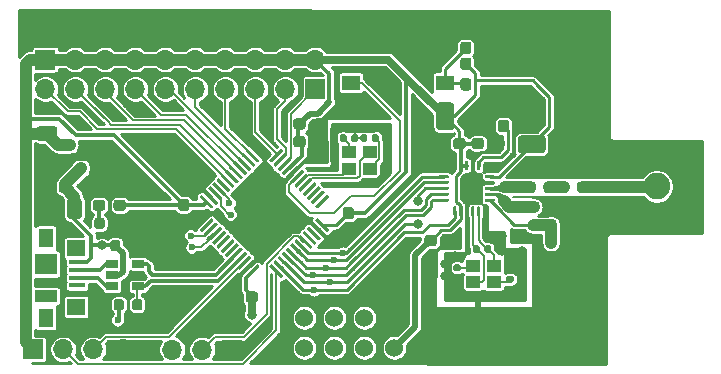
<source format=gbr>
%TF.GenerationSoftware,KiCad,Pcbnew,(5.1.6)-1*%
%TF.CreationDate,2020-09-08T20:54:54+07:00*%
%TF.ProjectId,RX_nrf24,52585f6e-7266-4323-942e-6b696361645f,rev?*%
%TF.SameCoordinates,Original*%
%TF.FileFunction,Copper,L1,Top*%
%TF.FilePolarity,Positive*%
%FSLAX46Y46*%
G04 Gerber Fmt 4.6, Leading zero omitted, Abs format (unit mm)*
G04 Created by KiCad (PCBNEW (5.1.6)-1) date 2020-09-08 20:54:54*
%MOMM*%
%LPD*%
G01*
G04 APERTURE LIST*
%TA.AperFunction,ComponentPad*%
%ADD10C,1.524000*%
%TD*%
%TA.AperFunction,ComponentPad*%
%ADD11R,1.524000X1.524000*%
%TD*%
%TA.AperFunction,SMDPad,CuDef*%
%ADD12R,1.150000X1.000000*%
%TD*%
%TA.AperFunction,ComponentPad*%
%ADD13O,1.700000X1.700000*%
%TD*%
%TA.AperFunction,ComponentPad*%
%ADD14R,1.700000X1.700000*%
%TD*%
%TA.AperFunction,SMDPad,CuDef*%
%ADD15R,0.800000X0.900000*%
%TD*%
%TA.AperFunction,ComponentPad*%
%ADD16C,2.250000*%
%TD*%
%TA.AperFunction,SMDPad,CuDef*%
%ADD17R,1.900000X1.000000*%
%TD*%
%TA.AperFunction,SMDPad,CuDef*%
%ADD18R,1.900000X1.800000*%
%TD*%
%TA.AperFunction,SMDPad,CuDef*%
%ADD19R,1.300000X1.650000*%
%TD*%
%TA.AperFunction,SMDPad,CuDef*%
%ADD20R,1.550000X1.425000*%
%TD*%
%TA.AperFunction,SMDPad,CuDef*%
%ADD21R,1.380000X0.450000*%
%TD*%
%TA.AperFunction,SMDPad,CuDef*%
%ADD22R,1.550000X1.300000*%
%TD*%
%TA.AperFunction,SMDPad,CuDef*%
%ADD23R,1.060000X0.650000*%
%TD*%
%TA.AperFunction,ViaPad*%
%ADD24C,0.600000*%
%TD*%
%TA.AperFunction,ViaPad*%
%ADD25C,0.800000*%
%TD*%
%TA.AperFunction,Conductor*%
%ADD26C,1.000000*%
%TD*%
%TA.AperFunction,Conductor*%
%ADD27C,0.150000*%
%TD*%
%TA.AperFunction,Conductor*%
%ADD28C,0.250000*%
%TD*%
%TA.AperFunction,Conductor*%
%ADD29C,0.350000*%
%TD*%
%TA.AperFunction,Conductor*%
%ADD30C,0.500000*%
%TD*%
%TA.AperFunction,Conductor*%
%ADD31C,0.200000*%
%TD*%
%TA.AperFunction,Conductor*%
%ADD32C,0.685800*%
%TD*%
%TA.AperFunction,Conductor*%
%ADD33C,0.254000*%
%TD*%
G04 APERTURE END LIST*
%TO.P,C12,2*%
%TO.N,GND*%
%TA.AperFunction,SMDPad,CuDef*%
G36*
G01*
X193600000Y-95175000D02*
X191750000Y-95175000D01*
G75*
G02*
X191500000Y-94925000I0J250000D01*
G01*
X191500000Y-93925000D01*
G75*
G02*
X191750000Y-93675000I250000J0D01*
G01*
X193600000Y-93675000D01*
G75*
G02*
X193850000Y-93925000I0J-250000D01*
G01*
X193850000Y-94925000D01*
G75*
G02*
X193600000Y-95175000I-250000J0D01*
G01*
G37*
%TD.AperFunction*%
%TO.P,C12,1*%
%TO.N,+3V3*%
%TA.AperFunction,SMDPad,CuDef*%
G36*
G01*
X193600000Y-98425000D02*
X191750000Y-98425000D01*
G75*
G02*
X191500000Y-98175000I0J250000D01*
G01*
X191500000Y-97175000D01*
G75*
G02*
X191750000Y-96925000I250000J0D01*
G01*
X193600000Y-96925000D01*
G75*
G02*
X193850000Y-97175000I0J-250000D01*
G01*
X193850000Y-98175000D01*
G75*
G02*
X193600000Y-98425000I-250000J0D01*
G01*
G37*
%TD.AperFunction*%
%TD*%
D10*
%TO.P,nRF,8*%
%TO.N,IRQ*%
X173430000Y-114900000D03*
%TO.P,nRF,7*%
%TO.N,MISO*%
X173430000Y-112360000D03*
%TO.P,nRF,6*%
%TO.N,MOSI*%
X175970000Y-114900000D03*
%TO.P,nRF,5*%
%TO.N,SCK*%
X175970000Y-112360000D03*
%TO.P,nRF,4*%
%TO.N,CSN*%
X178510000Y-114900000D03*
%TO.P,nRF,3*%
%TO.N,CE*%
X178510000Y-112360000D03*
%TO.P,nRF,2*%
%TO.N,+3V3*%
X181050000Y-114900000D03*
D11*
%TO.P,nRF,1*%
%TO.N,GND*%
X181050000Y-112360000D03*
%TD*%
%TO.P,R3,2*%
%TO.N,+3V3*%
%TA.AperFunction,SMDPad,CuDef*%
G36*
G01*
X157270000Y-103077500D02*
X157270000Y-102602500D01*
G75*
G02*
X157507500Y-102365000I237500J0D01*
G01*
X158082500Y-102365000D01*
G75*
G02*
X158320000Y-102602500I0J-237500D01*
G01*
X158320000Y-103077500D01*
G75*
G02*
X158082500Y-103315000I-237500J0D01*
G01*
X157507500Y-103315000D01*
G75*
G02*
X157270000Y-103077500I0J237500D01*
G01*
G37*
%TD.AperFunction*%
%TO.P,R3,1*%
%TO.N,Net-(D1-Pad2)*%
%TA.AperFunction,SMDPad,CuDef*%
G36*
G01*
X155520000Y-103077500D02*
X155520000Y-102602500D01*
G75*
G02*
X155757500Y-102365000I237500J0D01*
G01*
X156332500Y-102365000D01*
G75*
G02*
X156570000Y-102602500I0J-237500D01*
G01*
X156570000Y-103077500D01*
G75*
G02*
X156332500Y-103315000I-237500J0D01*
G01*
X155757500Y-103315000D01*
G75*
G02*
X155520000Y-103077500I0J237500D01*
G01*
G37*
%TD.AperFunction*%
%TD*%
%TO.P,C15,2*%
%TO.N,GND*%
%TA.AperFunction,SMDPad,CuDef*%
G36*
G01*
X167750000Y-110362500D02*
X167750000Y-110837500D01*
G75*
G02*
X167512500Y-111075000I-237500J0D01*
G01*
X166937500Y-111075000D01*
G75*
G02*
X166700000Y-110837500I0J237500D01*
G01*
X166700000Y-110362500D01*
G75*
G02*
X166937500Y-110125000I237500J0D01*
G01*
X167512500Y-110125000D01*
G75*
G02*
X167750000Y-110362500I0J-237500D01*
G01*
G37*
%TD.AperFunction*%
%TO.P,C15,1*%
%TO.N,+3V3*%
%TA.AperFunction,SMDPad,CuDef*%
G36*
G01*
X169500000Y-110362500D02*
X169500000Y-110837500D01*
G75*
G02*
X169262500Y-111075000I-237500J0D01*
G01*
X168687500Y-111075000D01*
G75*
G02*
X168450000Y-110837500I0J237500D01*
G01*
X168450000Y-110362500D01*
G75*
G02*
X168687500Y-110125000I237500J0D01*
G01*
X169262500Y-110125000D01*
G75*
G02*
X169500000Y-110362500I0J-237500D01*
G01*
G37*
%TD.AperFunction*%
%TD*%
%TO.P,nRF24,20*%
%TO.N,GND*%
%TA.AperFunction,SMDPad,CuDef*%
G36*
G01*
X186055000Y-99817500D02*
X186055000Y-99117500D01*
G75*
G02*
X186117500Y-99055000I62500J0D01*
G01*
X186242500Y-99055000D01*
G75*
G02*
X186305000Y-99117500I0J-62500D01*
G01*
X186305000Y-99817500D01*
G75*
G02*
X186242500Y-99880000I-62500J0D01*
G01*
X186117500Y-99880000D01*
G75*
G02*
X186055000Y-99817500I0J62500D01*
G01*
G37*
%TD.AperFunction*%
%TO.P,nRF24,19*%
%TO.N,+3V3*%
%TA.AperFunction,SMDPad,CuDef*%
G36*
G01*
X186555000Y-99817500D02*
X186555000Y-99117500D01*
G75*
G02*
X186617500Y-99055000I62500J0D01*
G01*
X186742500Y-99055000D01*
G75*
G02*
X186805000Y-99117500I0J-62500D01*
G01*
X186805000Y-99817500D01*
G75*
G02*
X186742500Y-99880000I-62500J0D01*
G01*
X186617500Y-99880000D01*
G75*
G02*
X186555000Y-99817500I0J62500D01*
G01*
G37*
%TD.AperFunction*%
%TO.P,nRF24,18*%
%TA.AperFunction,SMDPad,CuDef*%
G36*
G01*
X187055000Y-99817500D02*
X187055000Y-99117500D01*
G75*
G02*
X187117500Y-99055000I62500J0D01*
G01*
X187242500Y-99055000D01*
G75*
G02*
X187305000Y-99117500I0J-62500D01*
G01*
X187305000Y-99817500D01*
G75*
G02*
X187242500Y-99880000I-62500J0D01*
G01*
X187117500Y-99880000D01*
G75*
G02*
X187055000Y-99817500I0J62500D01*
G01*
G37*
%TD.AperFunction*%
%TO.P,nRF24,17*%
%TO.N,GND*%
%TA.AperFunction,SMDPad,CuDef*%
G36*
G01*
X187555000Y-99817500D02*
X187555000Y-99117500D01*
G75*
G02*
X187617500Y-99055000I62500J0D01*
G01*
X187742500Y-99055000D01*
G75*
G02*
X187805000Y-99117500I0J-62500D01*
G01*
X187805000Y-99817500D01*
G75*
G02*
X187742500Y-99880000I-62500J0D01*
G01*
X187617500Y-99880000D01*
G75*
G02*
X187555000Y-99817500I0J62500D01*
G01*
G37*
%TD.AperFunction*%
%TO.P,nRF24,16*%
%TO.N,Net-(R6-Pad1)*%
%TA.AperFunction,SMDPad,CuDef*%
G36*
G01*
X188055000Y-99817500D02*
X188055000Y-99117500D01*
G75*
G02*
X188117500Y-99055000I62500J0D01*
G01*
X188242500Y-99055000D01*
G75*
G02*
X188305000Y-99117500I0J-62500D01*
G01*
X188305000Y-99817500D01*
G75*
G02*
X188242500Y-99880000I-62500J0D01*
G01*
X188117500Y-99880000D01*
G75*
G02*
X188055000Y-99817500I0J62500D01*
G01*
G37*
%TD.AperFunction*%
%TO.P,nRF24,15*%
%TO.N,+3V3*%
%TA.AperFunction,SMDPad,CuDef*%
G36*
G01*
X188705000Y-100467500D02*
X188705000Y-100342500D01*
G75*
G02*
X188767500Y-100280000I62500J0D01*
G01*
X189467500Y-100280000D01*
G75*
G02*
X189530000Y-100342500I0J-62500D01*
G01*
X189530000Y-100467500D01*
G75*
G02*
X189467500Y-100530000I-62500J0D01*
G01*
X188767500Y-100530000D01*
G75*
G02*
X188705000Y-100467500I0J62500D01*
G01*
G37*
%TD.AperFunction*%
%TO.P,nRF24,14*%
%TO.N,GND*%
%TA.AperFunction,SMDPad,CuDef*%
G36*
G01*
X188705000Y-100967500D02*
X188705000Y-100842500D01*
G75*
G02*
X188767500Y-100780000I62500J0D01*
G01*
X189467500Y-100780000D01*
G75*
G02*
X189530000Y-100842500I0J-62500D01*
G01*
X189530000Y-100967500D01*
G75*
G02*
X189467500Y-101030000I-62500J0D01*
G01*
X188767500Y-101030000D01*
G75*
G02*
X188705000Y-100967500I0J62500D01*
G01*
G37*
%TD.AperFunction*%
%TO.P,nRF24,13*%
%TO.N,Net-(3.9nH1-Pad1)*%
%TA.AperFunction,SMDPad,CuDef*%
G36*
G01*
X188705000Y-101467500D02*
X188705000Y-101342500D01*
G75*
G02*
X188767500Y-101280000I62500J0D01*
G01*
X189467500Y-101280000D01*
G75*
G02*
X189530000Y-101342500I0J-62500D01*
G01*
X189530000Y-101467500D01*
G75*
G02*
X189467500Y-101530000I-62500J0D01*
G01*
X188767500Y-101530000D01*
G75*
G02*
X188705000Y-101467500I0J62500D01*
G01*
G37*
%TD.AperFunction*%
%TO.P,nRF24,12*%
%TO.N,Net-(2.7nH1-Pad1)*%
%TA.AperFunction,SMDPad,CuDef*%
G36*
G01*
X188705000Y-101967500D02*
X188705000Y-101842500D01*
G75*
G02*
X188767500Y-101780000I62500J0D01*
G01*
X189467500Y-101780000D01*
G75*
G02*
X189530000Y-101842500I0J-62500D01*
G01*
X189530000Y-101967500D01*
G75*
G02*
X189467500Y-102030000I-62500J0D01*
G01*
X188767500Y-102030000D01*
G75*
G02*
X188705000Y-101967500I0J62500D01*
G01*
G37*
%TD.AperFunction*%
%TO.P,nRF24,11*%
%TO.N,TXEN*%
%TA.AperFunction,SMDPad,CuDef*%
G36*
G01*
X188705000Y-102467500D02*
X188705000Y-102342500D01*
G75*
G02*
X188767500Y-102280000I62500J0D01*
G01*
X189467500Y-102280000D01*
G75*
G02*
X189530000Y-102342500I0J-62500D01*
G01*
X189530000Y-102467500D01*
G75*
G02*
X189467500Y-102530000I-62500J0D01*
G01*
X188767500Y-102530000D01*
G75*
G02*
X188705000Y-102467500I0J62500D01*
G01*
G37*
%TD.AperFunction*%
%TO.P,nRF24,10*%
%TO.N,Net-(R7-Pad1)*%
%TA.AperFunction,SMDPad,CuDef*%
G36*
G01*
X188055000Y-103692500D02*
X188055000Y-102992500D01*
G75*
G02*
X188117500Y-102930000I62500J0D01*
G01*
X188242500Y-102930000D01*
G75*
G02*
X188305000Y-102992500I0J-62500D01*
G01*
X188305000Y-103692500D01*
G75*
G02*
X188242500Y-103755000I-62500J0D01*
G01*
X188117500Y-103755000D01*
G75*
G02*
X188055000Y-103692500I0J62500D01*
G01*
G37*
%TD.AperFunction*%
%TO.P,nRF24,9*%
%TO.N,Net-(R7-Pad2)*%
%TA.AperFunction,SMDPad,CuDef*%
G36*
G01*
X187555000Y-103692500D02*
X187555000Y-102992500D01*
G75*
G02*
X187617500Y-102930000I62500J0D01*
G01*
X187742500Y-102930000D01*
G75*
G02*
X187805000Y-102992500I0J-62500D01*
G01*
X187805000Y-103692500D01*
G75*
G02*
X187742500Y-103755000I-62500J0D01*
G01*
X187617500Y-103755000D01*
G75*
G02*
X187555000Y-103692500I0J62500D01*
G01*
G37*
%TD.AperFunction*%
%TO.P,nRF24,8*%
%TO.N,GND*%
%TA.AperFunction,SMDPad,CuDef*%
G36*
G01*
X187055000Y-103692500D02*
X187055000Y-102992500D01*
G75*
G02*
X187117500Y-102930000I62500J0D01*
G01*
X187242500Y-102930000D01*
G75*
G02*
X187305000Y-102992500I0J-62500D01*
G01*
X187305000Y-103692500D01*
G75*
G02*
X187242500Y-103755000I-62500J0D01*
G01*
X187117500Y-103755000D01*
G75*
G02*
X187055000Y-103692500I0J62500D01*
G01*
G37*
%TD.AperFunction*%
%TO.P,nRF24,7*%
%TO.N,+3V3*%
%TA.AperFunction,SMDPad,CuDef*%
G36*
G01*
X186555000Y-103692500D02*
X186555000Y-102992500D01*
G75*
G02*
X186617500Y-102930000I62500J0D01*
G01*
X186742500Y-102930000D01*
G75*
G02*
X186805000Y-102992500I0J-62500D01*
G01*
X186805000Y-103692500D01*
G75*
G02*
X186742500Y-103755000I-62500J0D01*
G01*
X186617500Y-103755000D01*
G75*
G02*
X186555000Y-103692500I0J62500D01*
G01*
G37*
%TD.AperFunction*%
%TO.P,nRF24,6*%
%TO.N,IRQ*%
%TA.AperFunction,SMDPad,CuDef*%
G36*
G01*
X186055000Y-103692500D02*
X186055000Y-102992500D01*
G75*
G02*
X186117500Y-102930000I62500J0D01*
G01*
X186242500Y-102930000D01*
G75*
G02*
X186305000Y-102992500I0J-62500D01*
G01*
X186305000Y-103692500D01*
G75*
G02*
X186242500Y-103755000I-62500J0D01*
G01*
X186117500Y-103755000D01*
G75*
G02*
X186055000Y-103692500I0J62500D01*
G01*
G37*
%TD.AperFunction*%
%TO.P,nRF24,5*%
%TO.N,MISO*%
%TA.AperFunction,SMDPad,CuDef*%
G36*
G01*
X184830000Y-102467500D02*
X184830000Y-102342500D01*
G75*
G02*
X184892500Y-102280000I62500J0D01*
G01*
X185592500Y-102280000D01*
G75*
G02*
X185655000Y-102342500I0J-62500D01*
G01*
X185655000Y-102467500D01*
G75*
G02*
X185592500Y-102530000I-62500J0D01*
G01*
X184892500Y-102530000D01*
G75*
G02*
X184830000Y-102467500I0J62500D01*
G01*
G37*
%TD.AperFunction*%
%TO.P,nRF24,4*%
%TO.N,MOSI*%
%TA.AperFunction,SMDPad,CuDef*%
G36*
G01*
X184830000Y-101967500D02*
X184830000Y-101842500D01*
G75*
G02*
X184892500Y-101780000I62500J0D01*
G01*
X185592500Y-101780000D01*
G75*
G02*
X185655000Y-101842500I0J-62500D01*
G01*
X185655000Y-101967500D01*
G75*
G02*
X185592500Y-102030000I-62500J0D01*
G01*
X184892500Y-102030000D01*
G75*
G02*
X184830000Y-101967500I0J62500D01*
G01*
G37*
%TD.AperFunction*%
%TO.P,nRF24,3*%
%TO.N,SCK*%
%TA.AperFunction,SMDPad,CuDef*%
G36*
G01*
X184830000Y-101467500D02*
X184830000Y-101342500D01*
G75*
G02*
X184892500Y-101280000I62500J0D01*
G01*
X185592500Y-101280000D01*
G75*
G02*
X185655000Y-101342500I0J-62500D01*
G01*
X185655000Y-101467500D01*
G75*
G02*
X185592500Y-101530000I-62500J0D01*
G01*
X184892500Y-101530000D01*
G75*
G02*
X184830000Y-101467500I0J62500D01*
G01*
G37*
%TD.AperFunction*%
%TO.P,nRF24,2*%
%TO.N,CSN*%
%TA.AperFunction,SMDPad,CuDef*%
G36*
G01*
X184830000Y-100967500D02*
X184830000Y-100842500D01*
G75*
G02*
X184892500Y-100780000I62500J0D01*
G01*
X185592500Y-100780000D01*
G75*
G02*
X185655000Y-100842500I0J-62500D01*
G01*
X185655000Y-100967500D01*
G75*
G02*
X185592500Y-101030000I-62500J0D01*
G01*
X184892500Y-101030000D01*
G75*
G02*
X184830000Y-100967500I0J62500D01*
G01*
G37*
%TD.AperFunction*%
%TO.P,nRF24,1*%
%TO.N,CE*%
%TA.AperFunction,SMDPad,CuDef*%
G36*
G01*
X184830000Y-100467500D02*
X184830000Y-100342500D01*
G75*
G02*
X184892500Y-100280000I62500J0D01*
G01*
X185592500Y-100280000D01*
G75*
G02*
X185655000Y-100342500I0J-62500D01*
G01*
X185655000Y-100467500D01*
G75*
G02*
X185592500Y-100530000I-62500J0D01*
G01*
X184892500Y-100530000D01*
G75*
G02*
X184830000Y-100467500I0J62500D01*
G01*
G37*
%TD.AperFunction*%
%TD*%
%TO.P,8.2nH1,2*%
%TO.N,Net-(2.7nH1-Pad1)*%
%TA.AperFunction,SMDPad,CuDef*%
G36*
G01*
X191143750Y-102437500D02*
X191656250Y-102437500D01*
G75*
G02*
X191875000Y-102656250I0J-218750D01*
G01*
X191875000Y-103093750D01*
G75*
G02*
X191656250Y-103312500I-218750J0D01*
G01*
X191143750Y-103312500D01*
G75*
G02*
X190925000Y-103093750I0J218750D01*
G01*
X190925000Y-102656250D01*
G75*
G02*
X191143750Y-102437500I218750J0D01*
G01*
G37*
%TD.AperFunction*%
%TO.P,8.2nH1,1*%
%TO.N,Net-(3.9nH1-Pad1)*%
%TA.AperFunction,SMDPad,CuDef*%
G36*
G01*
X191143750Y-100862500D02*
X191656250Y-100862500D01*
G75*
G02*
X191875000Y-101081250I0J-218750D01*
G01*
X191875000Y-101518750D01*
G75*
G02*
X191656250Y-101737500I-218750J0D01*
G01*
X191143750Y-101737500D01*
G75*
G02*
X190925000Y-101518750I0J218750D01*
G01*
X190925000Y-101081250D01*
G75*
G02*
X191143750Y-100862500I218750J0D01*
G01*
G37*
%TD.AperFunction*%
%TD*%
%TO.P,3.9nH1,2*%
%TO.N,Net-(1.5pF1-Pad1)*%
%TA.AperFunction,SMDPad,CuDef*%
G36*
G01*
X193700000Y-101576250D02*
X193700000Y-101063750D01*
G75*
G02*
X193918750Y-100845000I218750J0D01*
G01*
X194356250Y-100845000D01*
G75*
G02*
X194575000Y-101063750I0J-218750D01*
G01*
X194575000Y-101576250D01*
G75*
G02*
X194356250Y-101795000I-218750J0D01*
G01*
X193918750Y-101795000D01*
G75*
G02*
X193700000Y-101576250I0J218750D01*
G01*
G37*
%TD.AperFunction*%
%TO.P,3.9nH1,1*%
%TO.N,Net-(3.9nH1-Pad1)*%
%TA.AperFunction,SMDPad,CuDef*%
G36*
G01*
X192125000Y-101576250D02*
X192125000Y-101063750D01*
G75*
G02*
X192343750Y-100845000I218750J0D01*
G01*
X192781250Y-100845000D01*
G75*
G02*
X193000000Y-101063750I0J-218750D01*
G01*
X193000000Y-101576250D01*
G75*
G02*
X192781250Y-101795000I-218750J0D01*
G01*
X192343750Y-101795000D01*
G75*
G02*
X192125000Y-101576250I0J218750D01*
G01*
G37*
%TD.AperFunction*%
%TD*%
%TO.P,2.7nH1,2*%
%TO.N,TXEN*%
%TA.AperFunction,SMDPad,CuDef*%
G36*
G01*
X192593750Y-104100000D02*
X193106250Y-104100000D01*
G75*
G02*
X193325000Y-104318750I0J-218750D01*
G01*
X193325000Y-104756250D01*
G75*
G02*
X193106250Y-104975000I-218750J0D01*
G01*
X192593750Y-104975000D01*
G75*
G02*
X192375000Y-104756250I0J218750D01*
G01*
X192375000Y-104318750D01*
G75*
G02*
X192593750Y-104100000I218750J0D01*
G01*
G37*
%TD.AperFunction*%
%TO.P,2.7nH1,1*%
%TO.N,Net-(2.7nH1-Pad1)*%
%TA.AperFunction,SMDPad,CuDef*%
G36*
G01*
X192593750Y-102525000D02*
X193106250Y-102525000D01*
G75*
G02*
X193325000Y-102743750I0J-218750D01*
G01*
X193325000Y-103181250D01*
G75*
G02*
X193106250Y-103400000I-218750J0D01*
G01*
X192593750Y-103400000D01*
G75*
G02*
X192375000Y-103181250I0J218750D01*
G01*
X192375000Y-102743750D01*
G75*
G02*
X192593750Y-102525000I218750J0D01*
G01*
G37*
%TD.AperFunction*%
%TD*%
%TO.P,1pF3,2*%
%TO.N,GND*%
%TA.AperFunction,SMDPad,CuDef*%
G36*
G01*
X195465000Y-106246250D02*
X195465000Y-105733750D01*
G75*
G02*
X195683750Y-105515000I218750J0D01*
G01*
X196121250Y-105515000D01*
G75*
G02*
X196340000Y-105733750I0J-218750D01*
G01*
X196340000Y-106246250D01*
G75*
G02*
X196121250Y-106465000I-218750J0D01*
G01*
X195683750Y-106465000D01*
G75*
G02*
X195465000Y-106246250I0J218750D01*
G01*
G37*
%TD.AperFunction*%
%TO.P,1pF3,1*%
%TO.N,TXEN*%
%TA.AperFunction,SMDPad,CuDef*%
G36*
G01*
X193890000Y-106246250D02*
X193890000Y-105733750D01*
G75*
G02*
X194108750Y-105515000I218750J0D01*
G01*
X194546250Y-105515000D01*
G75*
G02*
X194765000Y-105733750I0J-218750D01*
G01*
X194765000Y-106246250D01*
G75*
G02*
X194546250Y-106465000I-218750J0D01*
G01*
X194108750Y-106465000D01*
G75*
G02*
X193890000Y-106246250I0J218750D01*
G01*
G37*
%TD.AperFunction*%
%TD*%
%TO.P,1pF2,2*%
%TO.N,GND*%
%TA.AperFunction,SMDPad,CuDef*%
G36*
G01*
X197883750Y-102420000D02*
X198396250Y-102420000D01*
G75*
G02*
X198615000Y-102638750I0J-218750D01*
G01*
X198615000Y-103076250D01*
G75*
G02*
X198396250Y-103295000I-218750J0D01*
G01*
X197883750Y-103295000D01*
G75*
G02*
X197665000Y-103076250I0J218750D01*
G01*
X197665000Y-102638750D01*
G75*
G02*
X197883750Y-102420000I218750J0D01*
G01*
G37*
%TD.AperFunction*%
%TO.P,1pF2,1*%
%TO.N,RF_out*%
%TA.AperFunction,SMDPad,CuDef*%
G36*
G01*
X197883750Y-100845000D02*
X198396250Y-100845000D01*
G75*
G02*
X198615000Y-101063750I0J-218750D01*
G01*
X198615000Y-101501250D01*
G75*
G02*
X198396250Y-101720000I-218750J0D01*
G01*
X197883750Y-101720000D01*
G75*
G02*
X197665000Y-101501250I0J218750D01*
G01*
X197665000Y-101063750D01*
G75*
G02*
X197883750Y-100845000I218750J0D01*
G01*
G37*
%TD.AperFunction*%
%TD*%
%TO.P,1pF1,2*%
%TO.N,GND*%
%TA.AperFunction,SMDPad,CuDef*%
G36*
G01*
X195465000Y-104756250D02*
X195465000Y-104243750D01*
G75*
G02*
X195683750Y-104025000I218750J0D01*
G01*
X196121250Y-104025000D01*
G75*
G02*
X196340000Y-104243750I0J-218750D01*
G01*
X196340000Y-104756250D01*
G75*
G02*
X196121250Y-104975000I-218750J0D01*
G01*
X195683750Y-104975000D01*
G75*
G02*
X195465000Y-104756250I0J218750D01*
G01*
G37*
%TD.AperFunction*%
%TO.P,1pF1,1*%
%TO.N,TXEN*%
%TA.AperFunction,SMDPad,CuDef*%
G36*
G01*
X193890000Y-104756250D02*
X193890000Y-104243750D01*
G75*
G02*
X194108750Y-104025000I218750J0D01*
G01*
X194546250Y-104025000D01*
G75*
G02*
X194765000Y-104243750I0J-218750D01*
G01*
X194765000Y-104756250D01*
G75*
G02*
X194546250Y-104975000I-218750J0D01*
G01*
X194108750Y-104975000D01*
G75*
G02*
X193890000Y-104756250I0J218750D01*
G01*
G37*
%TD.AperFunction*%
%TD*%
%TO.P,1.5pF1,2*%
%TO.N,RF_out*%
%TA.AperFunction,SMDPad,CuDef*%
G36*
G01*
X196520000Y-101566250D02*
X196520000Y-101053750D01*
G75*
G02*
X196738750Y-100835000I218750J0D01*
G01*
X197176250Y-100835000D01*
G75*
G02*
X197395000Y-101053750I0J-218750D01*
G01*
X197395000Y-101566250D01*
G75*
G02*
X197176250Y-101785000I-218750J0D01*
G01*
X196738750Y-101785000D01*
G75*
G02*
X196520000Y-101566250I0J218750D01*
G01*
G37*
%TD.AperFunction*%
%TO.P,1.5pF1,1*%
%TO.N,Net-(1.5pF1-Pad1)*%
%TA.AperFunction,SMDPad,CuDef*%
G36*
G01*
X194945000Y-101566250D02*
X194945000Y-101053750D01*
G75*
G02*
X195163750Y-100835000I218750J0D01*
G01*
X195601250Y-100835000D01*
G75*
G02*
X195820000Y-101053750I0J-218750D01*
G01*
X195820000Y-101566250D01*
G75*
G02*
X195601250Y-101785000I-218750J0D01*
G01*
X195163750Y-101785000D01*
G75*
G02*
X194945000Y-101566250I0J218750D01*
G01*
G37*
%TD.AperFunction*%
%TD*%
%TO.P,STM32,48*%
%TO.N,+3V3*%
%TA.AperFunction,SMDPad,CuDef*%
G36*
G01*
X174575484Y-103949264D02*
X175512400Y-104886180D01*
G75*
G02*
X175512400Y-104992246I-53033J-53033D01*
G01*
X175406334Y-105098312D01*
G75*
G02*
X175300268Y-105098312I-53033J53033D01*
G01*
X174363352Y-104161396D01*
G75*
G02*
X174363352Y-104055330I53033J53033D01*
G01*
X174469418Y-103949264D01*
G75*
G02*
X174575484Y-103949264I53033J-53033D01*
G01*
G37*
%TD.AperFunction*%
%TO.P,STM32,47*%
%TO.N,GND*%
%TA.AperFunction,SMDPad,CuDef*%
G36*
G01*
X174221930Y-104302818D02*
X175158846Y-105239734D01*
G75*
G02*
X175158846Y-105345800I-53033J-53033D01*
G01*
X175052780Y-105451866D01*
G75*
G02*
X174946714Y-105451866I-53033J53033D01*
G01*
X174009798Y-104514950D01*
G75*
G02*
X174009798Y-104408884I53033J53033D01*
G01*
X174115864Y-104302818D01*
G75*
G02*
X174221930Y-104302818I53033J-53033D01*
G01*
G37*
%TD.AperFunction*%
%TO.P,STM32,46*%
%TO.N,Net-(U3-Pad46)*%
%TA.AperFunction,SMDPad,CuDef*%
G36*
G01*
X173868377Y-104656371D02*
X174805293Y-105593287D01*
G75*
G02*
X174805293Y-105699353I-53033J-53033D01*
G01*
X174699227Y-105805419D01*
G75*
G02*
X174593161Y-105805419I-53033J53033D01*
G01*
X173656245Y-104868503D01*
G75*
G02*
X173656245Y-104762437I53033J53033D01*
G01*
X173762311Y-104656371D01*
G75*
G02*
X173868377Y-104656371I53033J-53033D01*
G01*
G37*
%TD.AperFunction*%
%TO.P,STM32,45*%
%TO.N,Net-(U3-Pad45)*%
%TA.AperFunction,SMDPad,CuDef*%
G36*
G01*
X173514823Y-105009925D02*
X174451739Y-105946841D01*
G75*
G02*
X174451739Y-106052907I-53033J-53033D01*
G01*
X174345673Y-106158973D01*
G75*
G02*
X174239607Y-106158973I-53033J53033D01*
G01*
X173302691Y-105222057D01*
G75*
G02*
X173302691Y-105115991I53033J53033D01*
G01*
X173408757Y-105009925D01*
G75*
G02*
X173514823Y-105009925I53033J-53033D01*
G01*
G37*
%TD.AperFunction*%
%TO.P,STM32,44*%
%TO.N,BOOT0*%
%TA.AperFunction,SMDPad,CuDef*%
G36*
G01*
X173161270Y-105363478D02*
X174098186Y-106300394D01*
G75*
G02*
X174098186Y-106406460I-53033J-53033D01*
G01*
X173992120Y-106512526D01*
G75*
G02*
X173886054Y-106512526I-53033J53033D01*
G01*
X172949138Y-105575610D01*
G75*
G02*
X172949138Y-105469544I53033J53033D01*
G01*
X173055204Y-105363478D01*
G75*
G02*
X173161270Y-105363478I53033J-53033D01*
G01*
G37*
%TD.AperFunction*%
%TO.P,STM32,43*%
%TO.N,CE*%
%TA.AperFunction,SMDPad,CuDef*%
G36*
G01*
X172807717Y-105717031D02*
X173744633Y-106653947D01*
G75*
G02*
X173744633Y-106760013I-53033J-53033D01*
G01*
X173638567Y-106866079D01*
G75*
G02*
X173532501Y-106866079I-53033J53033D01*
G01*
X172595585Y-105929163D01*
G75*
G02*
X172595585Y-105823097I53033J53033D01*
G01*
X172701651Y-105717031D01*
G75*
G02*
X172807717Y-105717031I53033J-53033D01*
G01*
G37*
%TD.AperFunction*%
%TO.P,STM32,42*%
%TO.N,CSN*%
%TA.AperFunction,SMDPad,CuDef*%
G36*
G01*
X172454163Y-106070585D02*
X173391079Y-107007501D01*
G75*
G02*
X173391079Y-107113567I-53033J-53033D01*
G01*
X173285013Y-107219633D01*
G75*
G02*
X173178947Y-107219633I-53033J53033D01*
G01*
X172242031Y-106282717D01*
G75*
G02*
X172242031Y-106176651I53033J53033D01*
G01*
X172348097Y-106070585D01*
G75*
G02*
X172454163Y-106070585I53033J-53033D01*
G01*
G37*
%TD.AperFunction*%
%TO.P,STM32,41*%
%TO.N,MOSI*%
%TA.AperFunction,SMDPad,CuDef*%
G36*
G01*
X172100610Y-106424138D02*
X173037526Y-107361054D01*
G75*
G02*
X173037526Y-107467120I-53033J-53033D01*
G01*
X172931460Y-107573186D01*
G75*
G02*
X172825394Y-107573186I-53033J53033D01*
G01*
X171888478Y-106636270D01*
G75*
G02*
X171888478Y-106530204I53033J53033D01*
G01*
X171994544Y-106424138D01*
G75*
G02*
X172100610Y-106424138I53033J-53033D01*
G01*
G37*
%TD.AperFunction*%
%TO.P,STM32,40*%
%TO.N,MISO*%
%TA.AperFunction,SMDPad,CuDef*%
G36*
G01*
X171747057Y-106777691D02*
X172683973Y-107714607D01*
G75*
G02*
X172683973Y-107820673I-53033J-53033D01*
G01*
X172577907Y-107926739D01*
G75*
G02*
X172471841Y-107926739I-53033J53033D01*
G01*
X171534925Y-106989823D01*
G75*
G02*
X171534925Y-106883757I53033J53033D01*
G01*
X171640991Y-106777691D01*
G75*
G02*
X171747057Y-106777691I53033J-53033D01*
G01*
G37*
%TD.AperFunction*%
%TO.P,STM32,39*%
%TO.N,SCK*%
%TA.AperFunction,SMDPad,CuDef*%
G36*
G01*
X171393503Y-107131245D02*
X172330419Y-108068161D01*
G75*
G02*
X172330419Y-108174227I-53033J-53033D01*
G01*
X172224353Y-108280293D01*
G75*
G02*
X172118287Y-108280293I-53033J53033D01*
G01*
X171181371Y-107343377D01*
G75*
G02*
X171181371Y-107237311I53033J53033D01*
G01*
X171287437Y-107131245D01*
G75*
G02*
X171393503Y-107131245I53033J-53033D01*
G01*
G37*
%TD.AperFunction*%
%TO.P,STM32,38*%
%TO.N,IRQ*%
%TA.AperFunction,SMDPad,CuDef*%
G36*
G01*
X171039950Y-107484798D02*
X171976866Y-108421714D01*
G75*
G02*
X171976866Y-108527780I-53033J-53033D01*
G01*
X171870800Y-108633846D01*
G75*
G02*
X171764734Y-108633846I-53033J53033D01*
G01*
X170827818Y-107696930D01*
G75*
G02*
X170827818Y-107590864I53033J53033D01*
G01*
X170933884Y-107484798D01*
G75*
G02*
X171039950Y-107484798I53033J-53033D01*
G01*
G37*
%TD.AperFunction*%
%TO.P,STM32,37*%
%TO.N,SWCLK*%
%TA.AperFunction,SMDPad,CuDef*%
G36*
G01*
X170686396Y-107838352D02*
X171623312Y-108775268D01*
G75*
G02*
X171623312Y-108881334I-53033J-53033D01*
G01*
X171517246Y-108987400D01*
G75*
G02*
X171411180Y-108987400I-53033J53033D01*
G01*
X170474264Y-108050484D01*
G75*
G02*
X170474264Y-107944418I53033J53033D01*
G01*
X170580330Y-107838352D01*
G75*
G02*
X170686396Y-107838352I53033J-53033D01*
G01*
G37*
%TD.AperFunction*%
%TO.P,STM32,36*%
%TO.N,+3V3*%
%TA.AperFunction,SMDPad,CuDef*%
G36*
G01*
X169519670Y-107838352D02*
X169625736Y-107944418D01*
G75*
G02*
X169625736Y-108050484I-53033J-53033D01*
G01*
X168688820Y-108987400D01*
G75*
G02*
X168582754Y-108987400I-53033J53033D01*
G01*
X168476688Y-108881334D01*
G75*
G02*
X168476688Y-108775268I53033J53033D01*
G01*
X169413604Y-107838352D01*
G75*
G02*
X169519670Y-107838352I53033J-53033D01*
G01*
G37*
%TD.AperFunction*%
%TO.P,STM32,35*%
%TO.N,GND*%
%TA.AperFunction,SMDPad,CuDef*%
G36*
G01*
X169166116Y-107484798D02*
X169272182Y-107590864D01*
G75*
G02*
X169272182Y-107696930I-53033J-53033D01*
G01*
X168335266Y-108633846D01*
G75*
G02*
X168229200Y-108633846I-53033J53033D01*
G01*
X168123134Y-108527780D01*
G75*
G02*
X168123134Y-108421714I53033J53033D01*
G01*
X169060050Y-107484798D01*
G75*
G02*
X169166116Y-107484798I53033J-53033D01*
G01*
G37*
%TD.AperFunction*%
%TO.P,STM32,34*%
%TO.N,SWDIO*%
%TA.AperFunction,SMDPad,CuDef*%
G36*
G01*
X168812563Y-107131245D02*
X168918629Y-107237311D01*
G75*
G02*
X168918629Y-107343377I-53033J-53033D01*
G01*
X167981713Y-108280293D01*
G75*
G02*
X167875647Y-108280293I-53033J53033D01*
G01*
X167769581Y-108174227D01*
G75*
G02*
X167769581Y-108068161I53033J53033D01*
G01*
X168706497Y-107131245D01*
G75*
G02*
X168812563Y-107131245I53033J-53033D01*
G01*
G37*
%TD.AperFunction*%
%TO.P,STM32,33*%
%TO.N,USB_D+*%
%TA.AperFunction,SMDPad,CuDef*%
G36*
G01*
X168459009Y-106777691D02*
X168565075Y-106883757D01*
G75*
G02*
X168565075Y-106989823I-53033J-53033D01*
G01*
X167628159Y-107926739D01*
G75*
G02*
X167522093Y-107926739I-53033J53033D01*
G01*
X167416027Y-107820673D01*
G75*
G02*
X167416027Y-107714607I53033J53033D01*
G01*
X168352943Y-106777691D01*
G75*
G02*
X168459009Y-106777691I53033J-53033D01*
G01*
G37*
%TD.AperFunction*%
%TO.P,STM32,32*%
%TO.N,USB_D-*%
%TA.AperFunction,SMDPad,CuDef*%
G36*
G01*
X168105456Y-106424138D02*
X168211522Y-106530204D01*
G75*
G02*
X168211522Y-106636270I-53033J-53033D01*
G01*
X167274606Y-107573186D01*
G75*
G02*
X167168540Y-107573186I-53033J53033D01*
G01*
X167062474Y-107467120D01*
G75*
G02*
X167062474Y-107361054I53033J53033D01*
G01*
X167999390Y-106424138D01*
G75*
G02*
X168105456Y-106424138I53033J-53033D01*
G01*
G37*
%TD.AperFunction*%
%TO.P,STM32,31*%
%TO.N,Net-(U3-Pad31)*%
%TA.AperFunction,SMDPad,CuDef*%
G36*
G01*
X167751903Y-106070585D02*
X167857969Y-106176651D01*
G75*
G02*
X167857969Y-106282717I-53033J-53033D01*
G01*
X166921053Y-107219633D01*
G75*
G02*
X166814987Y-107219633I-53033J53033D01*
G01*
X166708921Y-107113567D01*
G75*
G02*
X166708921Y-107007501I53033J53033D01*
G01*
X167645837Y-106070585D01*
G75*
G02*
X167751903Y-106070585I53033J-53033D01*
G01*
G37*
%TD.AperFunction*%
%TO.P,STM32,30*%
%TO.N,Net-(U3-Pad30)*%
%TA.AperFunction,SMDPad,CuDef*%
G36*
G01*
X167398349Y-105717031D02*
X167504415Y-105823097D01*
G75*
G02*
X167504415Y-105929163I-53033J-53033D01*
G01*
X166567499Y-106866079D01*
G75*
G02*
X166461433Y-106866079I-53033J53033D01*
G01*
X166355367Y-106760013D01*
G75*
G02*
X166355367Y-106653947I53033J53033D01*
G01*
X167292283Y-105717031D01*
G75*
G02*
X167398349Y-105717031I53033J-53033D01*
G01*
G37*
%TD.AperFunction*%
%TO.P,STM32,29*%
%TO.N,Net-(U3-Pad29)*%
%TA.AperFunction,SMDPad,CuDef*%
G36*
G01*
X167044796Y-105363478D02*
X167150862Y-105469544D01*
G75*
G02*
X167150862Y-105575610I-53033J-53033D01*
G01*
X166213946Y-106512526D01*
G75*
G02*
X166107880Y-106512526I-53033J53033D01*
G01*
X166001814Y-106406460D01*
G75*
G02*
X166001814Y-106300394I53033J53033D01*
G01*
X166938730Y-105363478D01*
G75*
G02*
X167044796Y-105363478I53033J-53033D01*
G01*
G37*
%TD.AperFunction*%
%TO.P,STM32,28*%
%TO.N,Net-(U3-Pad28)*%
%TA.AperFunction,SMDPad,CuDef*%
G36*
G01*
X166691243Y-105009925D02*
X166797309Y-105115991D01*
G75*
G02*
X166797309Y-105222057I-53033J-53033D01*
G01*
X165860393Y-106158973D01*
G75*
G02*
X165754327Y-106158973I-53033J53033D01*
G01*
X165648261Y-106052907D01*
G75*
G02*
X165648261Y-105946841I53033J53033D01*
G01*
X166585177Y-105009925D01*
G75*
G02*
X166691243Y-105009925I53033J-53033D01*
G01*
G37*
%TD.AperFunction*%
%TO.P,STM32,27*%
%TO.N,UART3_RTS*%
%TA.AperFunction,SMDPad,CuDef*%
G36*
G01*
X166337689Y-104656371D02*
X166443755Y-104762437D01*
G75*
G02*
X166443755Y-104868503I-53033J-53033D01*
G01*
X165506839Y-105805419D01*
G75*
G02*
X165400773Y-105805419I-53033J53033D01*
G01*
X165294707Y-105699353D01*
G75*
G02*
X165294707Y-105593287I53033J53033D01*
G01*
X166231623Y-104656371D01*
G75*
G02*
X166337689Y-104656371I53033J-53033D01*
G01*
G37*
%TD.AperFunction*%
%TO.P,STM32,26*%
%TO.N,UART3_CTS*%
%TA.AperFunction,SMDPad,CuDef*%
G36*
G01*
X165984136Y-104302818D02*
X166090202Y-104408884D01*
G75*
G02*
X166090202Y-104514950I-53033J-53033D01*
G01*
X165153286Y-105451866D01*
G75*
G02*
X165047220Y-105451866I-53033J53033D01*
G01*
X164941154Y-105345800D01*
G75*
G02*
X164941154Y-105239734I53033J53033D01*
G01*
X165878070Y-104302818D01*
G75*
G02*
X165984136Y-104302818I53033J-53033D01*
G01*
G37*
%TD.AperFunction*%
%TO.P,STM32,25*%
%TO.N,Net-(U3-Pad25)*%
%TA.AperFunction,SMDPad,CuDef*%
G36*
G01*
X165630582Y-103949264D02*
X165736648Y-104055330D01*
G75*
G02*
X165736648Y-104161396I-53033J-53033D01*
G01*
X164799732Y-105098312D01*
G75*
G02*
X164693666Y-105098312I-53033J53033D01*
G01*
X164587600Y-104992246D01*
G75*
G02*
X164587600Y-104886180I53033J53033D01*
G01*
X165524516Y-103949264D01*
G75*
G02*
X165630582Y-103949264I53033J-53033D01*
G01*
G37*
%TD.AperFunction*%
%TO.P,STM32,24*%
%TO.N,+3V3*%
%TA.AperFunction,SMDPad,CuDef*%
G36*
G01*
X164799732Y-101951688D02*
X165736648Y-102888604D01*
G75*
G02*
X165736648Y-102994670I-53033J-53033D01*
G01*
X165630582Y-103100736D01*
G75*
G02*
X165524516Y-103100736I-53033J53033D01*
G01*
X164587600Y-102163820D01*
G75*
G02*
X164587600Y-102057754I53033J53033D01*
G01*
X164693666Y-101951688D01*
G75*
G02*
X164799732Y-101951688I53033J-53033D01*
G01*
G37*
%TD.AperFunction*%
%TO.P,STM32,23*%
%TO.N,GND*%
%TA.AperFunction,SMDPad,CuDef*%
G36*
G01*
X165153286Y-101598134D02*
X166090202Y-102535050D01*
G75*
G02*
X166090202Y-102641116I-53033J-53033D01*
G01*
X165984136Y-102747182D01*
G75*
G02*
X165878070Y-102747182I-53033J53033D01*
G01*
X164941154Y-101810266D01*
G75*
G02*
X164941154Y-101704200I53033J53033D01*
G01*
X165047220Y-101598134D01*
G75*
G02*
X165153286Y-101598134I53033J-53033D01*
G01*
G37*
%TD.AperFunction*%
%TO.P,STM32,22*%
%TO.N,UART3_RX*%
%TA.AperFunction,SMDPad,CuDef*%
G36*
G01*
X165506839Y-101244581D02*
X166443755Y-102181497D01*
G75*
G02*
X166443755Y-102287563I-53033J-53033D01*
G01*
X166337689Y-102393629D01*
G75*
G02*
X166231623Y-102393629I-53033J53033D01*
G01*
X165294707Y-101456713D01*
G75*
G02*
X165294707Y-101350647I53033J53033D01*
G01*
X165400773Y-101244581D01*
G75*
G02*
X165506839Y-101244581I53033J-53033D01*
G01*
G37*
%TD.AperFunction*%
%TO.P,STM32,21*%
%TO.N,UART3_TX*%
%TA.AperFunction,SMDPad,CuDef*%
G36*
G01*
X165860393Y-100891027D02*
X166797309Y-101827943D01*
G75*
G02*
X166797309Y-101934009I-53033J-53033D01*
G01*
X166691243Y-102040075D01*
G75*
G02*
X166585177Y-102040075I-53033J53033D01*
G01*
X165648261Y-101103159D01*
G75*
G02*
X165648261Y-100997093I53033J53033D01*
G01*
X165754327Y-100891027D01*
G75*
G02*
X165860393Y-100891027I53033J-53033D01*
G01*
G37*
%TD.AperFunction*%
%TO.P,STM32,20*%
%TO.N,Net-(U3-Pad20)*%
%TA.AperFunction,SMDPad,CuDef*%
G36*
G01*
X166213946Y-100537474D02*
X167150862Y-101474390D01*
G75*
G02*
X167150862Y-101580456I-53033J-53033D01*
G01*
X167044796Y-101686522D01*
G75*
G02*
X166938730Y-101686522I-53033J53033D01*
G01*
X166001814Y-100749606D01*
G75*
G02*
X166001814Y-100643540I53033J53033D01*
G01*
X166107880Y-100537474D01*
G75*
G02*
X166213946Y-100537474I53033J-53033D01*
G01*
G37*
%TD.AperFunction*%
%TO.P,STM32,19*%
%TO.N,P10*%
%TA.AperFunction,SMDPad,CuDef*%
G36*
G01*
X166567499Y-100183921D02*
X167504415Y-101120837D01*
G75*
G02*
X167504415Y-101226903I-53033J-53033D01*
G01*
X167398349Y-101332969D01*
G75*
G02*
X167292283Y-101332969I-53033J53033D01*
G01*
X166355367Y-100396053D01*
G75*
G02*
X166355367Y-100289987I53033J53033D01*
G01*
X166461433Y-100183921D01*
G75*
G02*
X166567499Y-100183921I53033J-53033D01*
G01*
G37*
%TD.AperFunction*%
%TO.P,STM32,18*%
%TO.N,P9*%
%TA.AperFunction,SMDPad,CuDef*%
G36*
G01*
X166921053Y-99830367D02*
X167857969Y-100767283D01*
G75*
G02*
X167857969Y-100873349I-53033J-53033D01*
G01*
X167751903Y-100979415D01*
G75*
G02*
X167645837Y-100979415I-53033J53033D01*
G01*
X166708921Y-100042499D01*
G75*
G02*
X166708921Y-99936433I53033J53033D01*
G01*
X166814987Y-99830367D01*
G75*
G02*
X166921053Y-99830367I53033J-53033D01*
G01*
G37*
%TD.AperFunction*%
%TO.P,STM32,17*%
%TO.N,P8*%
%TA.AperFunction,SMDPad,CuDef*%
G36*
G01*
X167274606Y-99476814D02*
X168211522Y-100413730D01*
G75*
G02*
X168211522Y-100519796I-53033J-53033D01*
G01*
X168105456Y-100625862D01*
G75*
G02*
X167999390Y-100625862I-53033J53033D01*
G01*
X167062474Y-99688946D01*
G75*
G02*
X167062474Y-99582880I53033J53033D01*
G01*
X167168540Y-99476814D01*
G75*
G02*
X167274606Y-99476814I53033J-53033D01*
G01*
G37*
%TD.AperFunction*%
%TO.P,STM32,16*%
%TO.N,P7*%
%TA.AperFunction,SMDPad,CuDef*%
G36*
G01*
X167628159Y-99123261D02*
X168565075Y-100060177D01*
G75*
G02*
X168565075Y-100166243I-53033J-53033D01*
G01*
X168459009Y-100272309D01*
G75*
G02*
X168352943Y-100272309I-53033J53033D01*
G01*
X167416027Y-99335393D01*
G75*
G02*
X167416027Y-99229327I53033J53033D01*
G01*
X167522093Y-99123261D01*
G75*
G02*
X167628159Y-99123261I53033J-53033D01*
G01*
G37*
%TD.AperFunction*%
%TO.P,STM32,15*%
%TO.N,P6*%
%TA.AperFunction,SMDPad,CuDef*%
G36*
G01*
X167981713Y-98769707D02*
X168918629Y-99706623D01*
G75*
G02*
X168918629Y-99812689I-53033J-53033D01*
G01*
X168812563Y-99918755D01*
G75*
G02*
X168706497Y-99918755I-53033J53033D01*
G01*
X167769581Y-98981839D01*
G75*
G02*
X167769581Y-98875773I53033J53033D01*
G01*
X167875647Y-98769707D01*
G75*
G02*
X167981713Y-98769707I53033J-53033D01*
G01*
G37*
%TD.AperFunction*%
%TO.P,STM32,14*%
%TO.N,P5*%
%TA.AperFunction,SMDPad,CuDef*%
G36*
G01*
X168335266Y-98416154D02*
X169272182Y-99353070D01*
G75*
G02*
X169272182Y-99459136I-53033J-53033D01*
G01*
X169166116Y-99565202D01*
G75*
G02*
X169060050Y-99565202I-53033J53033D01*
G01*
X168123134Y-98628286D01*
G75*
G02*
X168123134Y-98522220I53033J53033D01*
G01*
X168229200Y-98416154D01*
G75*
G02*
X168335266Y-98416154I53033J-53033D01*
G01*
G37*
%TD.AperFunction*%
%TO.P,STM32,13*%
%TO.N,P4*%
%TA.AperFunction,SMDPad,CuDef*%
G36*
G01*
X168688820Y-98062600D02*
X169625736Y-98999516D01*
G75*
G02*
X169625736Y-99105582I-53033J-53033D01*
G01*
X169519670Y-99211648D01*
G75*
G02*
X169413604Y-99211648I-53033J53033D01*
G01*
X168476688Y-98274732D01*
G75*
G02*
X168476688Y-98168666I53033J53033D01*
G01*
X168582754Y-98062600D01*
G75*
G02*
X168688820Y-98062600I53033J-53033D01*
G01*
G37*
%TD.AperFunction*%
%TO.P,STM32,12*%
%TO.N,P3*%
%TA.AperFunction,SMDPad,CuDef*%
G36*
G01*
X171517246Y-98062600D02*
X171623312Y-98168666D01*
G75*
G02*
X171623312Y-98274732I-53033J-53033D01*
G01*
X170686396Y-99211648D01*
G75*
G02*
X170580330Y-99211648I-53033J53033D01*
G01*
X170474264Y-99105582D01*
G75*
G02*
X170474264Y-98999516I53033J53033D01*
G01*
X171411180Y-98062600D01*
G75*
G02*
X171517246Y-98062600I53033J-53033D01*
G01*
G37*
%TD.AperFunction*%
%TO.P,STM32,11*%
%TO.N,P2*%
%TA.AperFunction,SMDPad,CuDef*%
G36*
G01*
X171870800Y-98416154D02*
X171976866Y-98522220D01*
G75*
G02*
X171976866Y-98628286I-53033J-53033D01*
G01*
X171039950Y-99565202D01*
G75*
G02*
X170933884Y-99565202I-53033J53033D01*
G01*
X170827818Y-99459136D01*
G75*
G02*
X170827818Y-99353070I53033J53033D01*
G01*
X171764734Y-98416154D01*
G75*
G02*
X171870800Y-98416154I53033J-53033D01*
G01*
G37*
%TD.AperFunction*%
%TO.P,STM32,10*%
%TO.N,P1*%
%TA.AperFunction,SMDPad,CuDef*%
G36*
G01*
X172224353Y-98769707D02*
X172330419Y-98875773D01*
G75*
G02*
X172330419Y-98981839I-53033J-53033D01*
G01*
X171393503Y-99918755D01*
G75*
G02*
X171287437Y-99918755I-53033J53033D01*
G01*
X171181371Y-99812689D01*
G75*
G02*
X171181371Y-99706623I53033J53033D01*
G01*
X172118287Y-98769707D01*
G75*
G02*
X172224353Y-98769707I53033J-53033D01*
G01*
G37*
%TD.AperFunction*%
%TO.P,STM32,9*%
%TO.N,+3V3*%
%TA.AperFunction,SMDPad,CuDef*%
G36*
G01*
X172577907Y-99123261D02*
X172683973Y-99229327D01*
G75*
G02*
X172683973Y-99335393I-53033J-53033D01*
G01*
X171747057Y-100272309D01*
G75*
G02*
X171640991Y-100272309I-53033J53033D01*
G01*
X171534925Y-100166243D01*
G75*
G02*
X171534925Y-100060177I53033J53033D01*
G01*
X172471841Y-99123261D01*
G75*
G02*
X172577907Y-99123261I53033J-53033D01*
G01*
G37*
%TD.AperFunction*%
%TO.P,STM32,8*%
%TO.N,GND*%
%TA.AperFunction,SMDPad,CuDef*%
G36*
G01*
X172931460Y-99476814D02*
X173037526Y-99582880D01*
G75*
G02*
X173037526Y-99688946I-53033J-53033D01*
G01*
X172100610Y-100625862D01*
G75*
G02*
X171994544Y-100625862I-53033J53033D01*
G01*
X171888478Y-100519796D01*
G75*
G02*
X171888478Y-100413730I53033J53033D01*
G01*
X172825394Y-99476814D01*
G75*
G02*
X172931460Y-99476814I53033J-53033D01*
G01*
G37*
%TD.AperFunction*%
%TO.P,STM32,7*%
%TO.N,NRST*%
%TA.AperFunction,SMDPad,CuDef*%
G36*
G01*
X173285013Y-99830367D02*
X173391079Y-99936433D01*
G75*
G02*
X173391079Y-100042499I-53033J-53033D01*
G01*
X172454163Y-100979415D01*
G75*
G02*
X172348097Y-100979415I-53033J53033D01*
G01*
X172242031Y-100873349D01*
G75*
G02*
X172242031Y-100767283I53033J53033D01*
G01*
X173178947Y-99830367D01*
G75*
G02*
X173285013Y-99830367I53033J-53033D01*
G01*
G37*
%TD.AperFunction*%
%TO.P,STM32,6*%
%TO.N,Net-(U3-Pad6)*%
%TA.AperFunction,SMDPad,CuDef*%
G36*
G01*
X173638567Y-100183921D02*
X173744633Y-100289987D01*
G75*
G02*
X173744633Y-100396053I-53033J-53033D01*
G01*
X172807717Y-101332969D01*
G75*
G02*
X172701651Y-101332969I-53033J53033D01*
G01*
X172595585Y-101226903D01*
G75*
G02*
X172595585Y-101120837I53033J53033D01*
G01*
X173532501Y-100183921D01*
G75*
G02*
X173638567Y-100183921I53033J-53033D01*
G01*
G37*
%TD.AperFunction*%
%TO.P,STM32,5*%
%TO.N,Net-(U3-Pad5)*%
%TA.AperFunction,SMDPad,CuDef*%
G36*
G01*
X173992120Y-100537474D02*
X174098186Y-100643540D01*
G75*
G02*
X174098186Y-100749606I-53033J-53033D01*
G01*
X173161270Y-101686522D01*
G75*
G02*
X173055204Y-101686522I-53033J53033D01*
G01*
X172949138Y-101580456D01*
G75*
G02*
X172949138Y-101474390I53033J53033D01*
G01*
X173886054Y-100537474D01*
G75*
G02*
X173992120Y-100537474I53033J-53033D01*
G01*
G37*
%TD.AperFunction*%
%TO.P,STM32,4*%
%TO.N,Net-(U3-Pad4)*%
%TA.AperFunction,SMDPad,CuDef*%
G36*
G01*
X174345673Y-100891027D02*
X174451739Y-100997093D01*
G75*
G02*
X174451739Y-101103159I-53033J-53033D01*
G01*
X173514823Y-102040075D01*
G75*
G02*
X173408757Y-102040075I-53033J53033D01*
G01*
X173302691Y-101934009D01*
G75*
G02*
X173302691Y-101827943I53033J53033D01*
G01*
X174239607Y-100891027D01*
G75*
G02*
X174345673Y-100891027I53033J-53033D01*
G01*
G37*
%TD.AperFunction*%
%TO.P,STM32,3*%
%TO.N,Net-(U3-Pad3)*%
%TA.AperFunction,SMDPad,CuDef*%
G36*
G01*
X174699227Y-101244581D02*
X174805293Y-101350647D01*
G75*
G02*
X174805293Y-101456713I-53033J-53033D01*
G01*
X173868377Y-102393629D01*
G75*
G02*
X173762311Y-102393629I-53033J53033D01*
G01*
X173656245Y-102287563D01*
G75*
G02*
X173656245Y-102181497I53033J53033D01*
G01*
X174593161Y-101244581D01*
G75*
G02*
X174699227Y-101244581I53033J-53033D01*
G01*
G37*
%TD.AperFunction*%
%TO.P,STM32,2*%
%TO.N,Net-(U3-Pad2)*%
%TA.AperFunction,SMDPad,CuDef*%
G36*
G01*
X175052780Y-101598134D02*
X175158846Y-101704200D01*
G75*
G02*
X175158846Y-101810266I-53033J-53033D01*
G01*
X174221930Y-102747182D01*
G75*
G02*
X174115864Y-102747182I-53033J53033D01*
G01*
X174009798Y-102641116D01*
G75*
G02*
X174009798Y-102535050I53033J53033D01*
G01*
X174946714Y-101598134D01*
G75*
G02*
X175052780Y-101598134I53033J-53033D01*
G01*
G37*
%TD.AperFunction*%
%TO.P,STM32,1*%
%TO.N,Net-(U3-Pad1)*%
%TA.AperFunction,SMDPad,CuDef*%
G36*
G01*
X175406334Y-101951688D02*
X175512400Y-102057754D01*
G75*
G02*
X175512400Y-102163820I-53033J-53033D01*
G01*
X174575484Y-103100736D01*
G75*
G02*
X174469418Y-103100736I-53033J53033D01*
G01*
X174363352Y-102994670D01*
G75*
G02*
X174363352Y-102888604I53033J53033D01*
G01*
X175300268Y-101951688D01*
G75*
G02*
X175406334Y-101951688I53033J-53033D01*
G01*
G37*
%TD.AperFunction*%
%TD*%
%TO.P,C2,2*%
%TO.N,GND*%
%TA.AperFunction,SMDPad,CuDef*%
G36*
G01*
X177390000Y-97322500D02*
X177390000Y-96977500D01*
G75*
G02*
X177537500Y-96830000I147500J0D01*
G01*
X177832500Y-96830000D01*
G75*
G02*
X177980000Y-96977500I0J-147500D01*
G01*
X177980000Y-97322500D01*
G75*
G02*
X177832500Y-97470000I-147500J0D01*
G01*
X177537500Y-97470000D01*
G75*
G02*
X177390000Y-97322500I0J147500D01*
G01*
G37*
%TD.AperFunction*%
%TO.P,C2,1*%
%TO.N,Net-(C2-Pad1)*%
%TA.AperFunction,SMDPad,CuDef*%
G36*
G01*
X176420000Y-97322500D02*
X176420000Y-96977500D01*
G75*
G02*
X176567500Y-96830000I147500J0D01*
G01*
X176862500Y-96830000D01*
G75*
G02*
X177010000Y-96977500I0J-147500D01*
G01*
X177010000Y-97322500D01*
G75*
G02*
X176862500Y-97470000I-147500J0D01*
G01*
X176567500Y-97470000D01*
G75*
G02*
X176420000Y-97322500I0J147500D01*
G01*
G37*
%TD.AperFunction*%
%TD*%
%TO.P,C1,2*%
%TO.N,GND*%
%TA.AperFunction,SMDPad,CuDef*%
G36*
G01*
X178760000Y-96977500D02*
X178760000Y-97322500D01*
G75*
G02*
X178612500Y-97470000I-147500J0D01*
G01*
X178317500Y-97470000D01*
G75*
G02*
X178170000Y-97322500I0J147500D01*
G01*
X178170000Y-96977500D01*
G75*
G02*
X178317500Y-96830000I147500J0D01*
G01*
X178612500Y-96830000D01*
G75*
G02*
X178760000Y-96977500I0J-147500D01*
G01*
G37*
%TD.AperFunction*%
%TO.P,C1,1*%
%TO.N,Net-(C1-Pad1)*%
%TA.AperFunction,SMDPad,CuDef*%
G36*
G01*
X179730000Y-96977500D02*
X179730000Y-97322500D01*
G75*
G02*
X179582500Y-97470000I-147500J0D01*
G01*
X179287500Y-97470000D01*
G75*
G02*
X179140000Y-97322500I0J147500D01*
G01*
X179140000Y-96977500D01*
G75*
G02*
X179287500Y-96830000I147500J0D01*
G01*
X179582500Y-96830000D01*
G75*
G02*
X179730000Y-96977500I0J-147500D01*
G01*
G37*
%TD.AperFunction*%
%TD*%
D12*
%TO.P,Y2,4*%
%TO.N,Net-(C20-Pad1)*%
X189465000Y-109345000D03*
%TO.P,Y2,3*%
%TO.N,Net-(R7-Pad2)*%
X187715000Y-109345000D03*
%TO.P,Y2,2*%
%TO.N,Net-(C22-Pad1)*%
X187715000Y-107945000D03*
%TO.P,Y2,1*%
%TO.N,Net-(R7-Pad1)*%
X189465000Y-107945000D03*
%TD*%
%TO.P,R7,2*%
%TO.N,Net-(R7-Pad2)*%
%TA.AperFunction,SMDPad,CuDef*%
G36*
G01*
X188300000Y-106377500D02*
X188300000Y-106722500D01*
G75*
G02*
X188152500Y-106870000I-147500J0D01*
G01*
X187857500Y-106870000D01*
G75*
G02*
X187710000Y-106722500I0J147500D01*
G01*
X187710000Y-106377500D01*
G75*
G02*
X187857500Y-106230000I147500J0D01*
G01*
X188152500Y-106230000D01*
G75*
G02*
X188300000Y-106377500I0J-147500D01*
G01*
G37*
%TD.AperFunction*%
%TO.P,R7,1*%
%TO.N,Net-(R7-Pad1)*%
%TA.AperFunction,SMDPad,CuDef*%
G36*
G01*
X189270000Y-106377500D02*
X189270000Y-106722500D01*
G75*
G02*
X189122500Y-106870000I-147500J0D01*
G01*
X188827500Y-106870000D01*
G75*
G02*
X188680000Y-106722500I0J147500D01*
G01*
X188680000Y-106377500D01*
G75*
G02*
X188827500Y-106230000I147500J0D01*
G01*
X189122500Y-106230000D01*
G75*
G02*
X189270000Y-106377500I0J-147500D01*
G01*
G37*
%TD.AperFunction*%
%TD*%
%TO.P,C22,2*%
%TO.N,GND*%
%TA.AperFunction,SMDPad,CuDef*%
G36*
G01*
X186197500Y-108800000D02*
X186542500Y-108800000D01*
G75*
G02*
X186690000Y-108947500I0J-147500D01*
G01*
X186690000Y-109242500D01*
G75*
G02*
X186542500Y-109390000I-147500J0D01*
G01*
X186197500Y-109390000D01*
G75*
G02*
X186050000Y-109242500I0J147500D01*
G01*
X186050000Y-108947500D01*
G75*
G02*
X186197500Y-108800000I147500J0D01*
G01*
G37*
%TD.AperFunction*%
%TO.P,C22,1*%
%TO.N,Net-(C22-Pad1)*%
%TA.AperFunction,SMDPad,CuDef*%
G36*
G01*
X186197500Y-107830000D02*
X186542500Y-107830000D01*
G75*
G02*
X186690000Y-107977500I0J-147500D01*
G01*
X186690000Y-108272500D01*
G75*
G02*
X186542500Y-108420000I-147500J0D01*
G01*
X186197500Y-108420000D01*
G75*
G02*
X186050000Y-108272500I0J147500D01*
G01*
X186050000Y-107977500D01*
G75*
G02*
X186197500Y-107830000I147500J0D01*
G01*
G37*
%TD.AperFunction*%
%TD*%
%TO.P,C20,2*%
%TO.N,GND*%
%TA.AperFunction,SMDPad,CuDef*%
G36*
G01*
X191012500Y-108425000D02*
X190667500Y-108425000D01*
G75*
G02*
X190520000Y-108277500I0J147500D01*
G01*
X190520000Y-107982500D01*
G75*
G02*
X190667500Y-107835000I147500J0D01*
G01*
X191012500Y-107835000D01*
G75*
G02*
X191160000Y-107982500I0J-147500D01*
G01*
X191160000Y-108277500D01*
G75*
G02*
X191012500Y-108425000I-147500J0D01*
G01*
G37*
%TD.AperFunction*%
%TO.P,C20,1*%
%TO.N,Net-(C20-Pad1)*%
%TA.AperFunction,SMDPad,CuDef*%
G36*
G01*
X191012500Y-109395000D02*
X190667500Y-109395000D01*
G75*
G02*
X190520000Y-109247500I0J147500D01*
G01*
X190520000Y-108952500D01*
G75*
G02*
X190667500Y-108805000I147500J0D01*
G01*
X191012500Y-108805000D01*
G75*
G02*
X191160000Y-108952500I0J-147500D01*
G01*
X191160000Y-109247500D01*
G75*
G02*
X191012500Y-109395000I-147500J0D01*
G01*
G37*
%TD.AperFunction*%
%TD*%
%TO.P,R1,2*%
%TO.N,+3V3*%
%TA.AperFunction,SMDPad,CuDef*%
G36*
G01*
X158150000Y-110993750D02*
X158150000Y-111506250D01*
G75*
G02*
X157931250Y-111725000I-218750J0D01*
G01*
X157493750Y-111725000D01*
G75*
G02*
X157275000Y-111506250I0J218750D01*
G01*
X157275000Y-110993750D01*
G75*
G02*
X157493750Y-110775000I218750J0D01*
G01*
X157931250Y-110775000D01*
G75*
G02*
X158150000Y-110993750I0J-218750D01*
G01*
G37*
%TD.AperFunction*%
%TO.P,R1,1*%
%TO.N,USB_D+*%
%TA.AperFunction,SMDPad,CuDef*%
G36*
G01*
X159725000Y-110993750D02*
X159725000Y-111506250D01*
G75*
G02*
X159506250Y-111725000I-218750J0D01*
G01*
X159068750Y-111725000D01*
G75*
G02*
X158850000Y-111506250I0J218750D01*
G01*
X158850000Y-110993750D01*
G75*
G02*
X159068750Y-110775000I218750J0D01*
G01*
X159506250Y-110775000D01*
G75*
G02*
X159725000Y-110993750I0J-218750D01*
G01*
G37*
%TD.AperFunction*%
%TD*%
%TO.P,C13,2*%
%TO.N,GND*%
%TA.AperFunction,SMDPad,CuDef*%
G36*
G01*
X158562500Y-106506250D02*
X158562500Y-105993750D01*
G75*
G02*
X158781250Y-105775000I218750J0D01*
G01*
X159218750Y-105775000D01*
G75*
G02*
X159437500Y-105993750I0J-218750D01*
G01*
X159437500Y-106506250D01*
G75*
G02*
X159218750Y-106725000I-218750J0D01*
G01*
X158781250Y-106725000D01*
G75*
G02*
X158562500Y-106506250I0J218750D01*
G01*
G37*
%TD.AperFunction*%
%TO.P,C13,1*%
%TO.N,+5V*%
%TA.AperFunction,SMDPad,CuDef*%
G36*
G01*
X156987500Y-106506250D02*
X156987500Y-105993750D01*
G75*
G02*
X157206250Y-105775000I218750J0D01*
G01*
X157643750Y-105775000D01*
G75*
G02*
X157862500Y-105993750I0J-218750D01*
G01*
X157862500Y-106506250D01*
G75*
G02*
X157643750Y-106725000I-218750J0D01*
G01*
X157206250Y-106725000D01*
G75*
G02*
X156987500Y-106506250I0J218750D01*
G01*
G37*
%TD.AperFunction*%
%TD*%
D13*
%TO.P,J4,10*%
%TO.N,P10*%
X151510000Y-93000000D03*
%TO.P,J4,9*%
%TO.N,P9*%
X154050000Y-93000000D03*
%TO.P,J4,8*%
%TO.N,P8*%
X156590000Y-93000000D03*
%TO.P,J4,7*%
%TO.N,P7*%
X159130000Y-93000000D03*
%TO.P,J4,6*%
%TO.N,P6*%
X161670000Y-93000000D03*
%TO.P,J4,5*%
%TO.N,P5*%
X164210000Y-93000000D03*
%TO.P,J4,4*%
%TO.N,P4*%
X166750000Y-93000000D03*
%TO.P,J4,3*%
%TO.N,P3*%
X169290000Y-93000000D03*
%TO.P,J4,2*%
%TO.N,P2*%
X171830000Y-93000000D03*
D14*
%TO.P,J4,1*%
%TO.N,P1*%
X174370000Y-93000000D03*
%TD*%
%TO.P,C10,2*%
%TO.N,GND*%
%TA.AperFunction,SMDPad,CuDef*%
G36*
G01*
X163447500Y-101570000D02*
X162972500Y-101570000D01*
G75*
G02*
X162735000Y-101332500I0J237500D01*
G01*
X162735000Y-100757500D01*
G75*
G02*
X162972500Y-100520000I237500J0D01*
G01*
X163447500Y-100520000D01*
G75*
G02*
X163685000Y-100757500I0J-237500D01*
G01*
X163685000Y-101332500D01*
G75*
G02*
X163447500Y-101570000I-237500J0D01*
G01*
G37*
%TD.AperFunction*%
%TO.P,C10,1*%
%TO.N,+3V3*%
%TA.AperFunction,SMDPad,CuDef*%
G36*
G01*
X163447500Y-103320000D02*
X162972500Y-103320000D01*
G75*
G02*
X162735000Y-103082500I0J237500D01*
G01*
X162735000Y-102507500D01*
G75*
G02*
X162972500Y-102270000I237500J0D01*
G01*
X163447500Y-102270000D01*
G75*
G02*
X163685000Y-102507500I0J-237500D01*
G01*
X163685000Y-103082500D01*
G75*
G02*
X163447500Y-103320000I-237500J0D01*
G01*
G37*
%TD.AperFunction*%
%TD*%
D15*
%TO.P,U2,3*%
%TO.N,+5V*%
X154520000Y-99710000D03*
%TO.P,U2,2*%
%TO.N,+3V3*%
X153570000Y-97710000D03*
%TO.P,U2,1*%
%TO.N,GND*%
X155470000Y-97710000D03*
%TD*%
D16*
%TO.P,J3,1*%
%TO.N,RF_out*%
X203270000Y-101240000D03*
%TO.P,J3,2*%
%TO.N,GND*%
X200730000Y-103780000D03*
X205810000Y-103780000D03*
X205810000Y-98700000D03*
X200730000Y-98700000D03*
%TD*%
D13*
%TO.P,G,10*%
%TO.N,GND*%
X174360000Y-88000000D03*
%TO.P,G,9*%
X171820000Y-88000000D03*
%TO.P,G,8*%
X169280000Y-88000000D03*
%TO.P,G,7*%
X166740000Y-88000000D03*
%TO.P,G,6*%
X164200000Y-88000000D03*
%TO.P,G,5*%
X161660000Y-88000000D03*
%TO.P,G,4*%
X159120000Y-88000000D03*
%TO.P,G,3*%
X156580000Y-88000000D03*
%TO.P,G,2*%
X154040000Y-88000000D03*
D14*
%TO.P,G,1*%
X151500000Y-88000000D03*
%TD*%
D13*
%TO.P,3.3v,10*%
%TO.N,+3V3*%
X174360000Y-90500000D03*
%TO.P,3.3v,9*%
X171820000Y-90500000D03*
%TO.P,3.3v,8*%
X169280000Y-90500000D03*
%TO.P,3.3v,7*%
X166740000Y-90500000D03*
%TO.P,3.3v,6*%
X164200000Y-90500000D03*
%TO.P,3.3v,5*%
X161660000Y-90500000D03*
%TO.P,3.3v,4*%
X159120000Y-90500000D03*
%TO.P,3.3v,3*%
X156580000Y-90500000D03*
%TO.P,3.3v,2*%
X154040000Y-90500000D03*
D14*
%TO.P,3.3v,1*%
X151500000Y-90500000D03*
%TD*%
%TO.P,R6,2*%
%TO.N,GND*%
%TA.AperFunction,SMDPad,CuDef*%
G36*
G01*
X190537500Y-94900000D02*
X190062500Y-94900000D01*
G75*
G02*
X189825000Y-94662500I0J237500D01*
G01*
X189825000Y-94087500D01*
G75*
G02*
X190062500Y-93850000I237500J0D01*
G01*
X190537500Y-93850000D01*
G75*
G02*
X190775000Y-94087500I0J-237500D01*
G01*
X190775000Y-94662500D01*
G75*
G02*
X190537500Y-94900000I-237500J0D01*
G01*
G37*
%TD.AperFunction*%
%TO.P,R6,1*%
%TO.N,Net-(R6-Pad1)*%
%TA.AperFunction,SMDPad,CuDef*%
G36*
G01*
X190537500Y-96650000D02*
X190062500Y-96650000D01*
G75*
G02*
X189825000Y-96412500I0J237500D01*
G01*
X189825000Y-95837500D01*
G75*
G02*
X190062500Y-95600000I237500J0D01*
G01*
X190537500Y-95600000D01*
G75*
G02*
X190775000Y-95837500I0J-237500D01*
G01*
X190775000Y-96412500D01*
G75*
G02*
X190537500Y-96650000I-237500J0D01*
G01*
G37*
%TD.AperFunction*%
%TD*%
%TO.P,R2,2*%
%TO.N,NRST*%
%TA.AperFunction,SMDPad,CuDef*%
G36*
G01*
X186862500Y-92075000D02*
X187337500Y-92075000D01*
G75*
G02*
X187575000Y-92312500I0J-237500D01*
G01*
X187575000Y-92887500D01*
G75*
G02*
X187337500Y-93125000I-237500J0D01*
G01*
X186862500Y-93125000D01*
G75*
G02*
X186625000Y-92887500I0J237500D01*
G01*
X186625000Y-92312500D01*
G75*
G02*
X186862500Y-92075000I237500J0D01*
G01*
G37*
%TD.AperFunction*%
%TO.P,R2,1*%
%TO.N,+3V3*%
%TA.AperFunction,SMDPad,CuDef*%
G36*
G01*
X186862500Y-90325000D02*
X187337500Y-90325000D01*
G75*
G02*
X187575000Y-90562500I0J-237500D01*
G01*
X187575000Y-91137500D01*
G75*
G02*
X187337500Y-91375000I-237500J0D01*
G01*
X186862500Y-91375000D01*
G75*
G02*
X186625000Y-91137500I0J237500D01*
G01*
X186625000Y-90562500D01*
G75*
G02*
X186862500Y-90325000I237500J0D01*
G01*
G37*
%TD.AperFunction*%
%TD*%
%TO.P,C16,2*%
%TO.N,GND*%
%TA.AperFunction,SMDPad,CuDef*%
G36*
G01*
X189330000Y-97842500D02*
X189330000Y-97367500D01*
G75*
G02*
X189567500Y-97130000I237500J0D01*
G01*
X190142500Y-97130000D01*
G75*
G02*
X190380000Y-97367500I0J-237500D01*
G01*
X190380000Y-97842500D01*
G75*
G02*
X190142500Y-98080000I-237500J0D01*
G01*
X189567500Y-98080000D01*
G75*
G02*
X189330000Y-97842500I0J237500D01*
G01*
G37*
%TD.AperFunction*%
%TO.P,C16,1*%
%TO.N,+3V3*%
%TA.AperFunction,SMDPad,CuDef*%
G36*
G01*
X187580000Y-97842500D02*
X187580000Y-97367500D01*
G75*
G02*
X187817500Y-97130000I237500J0D01*
G01*
X188392500Y-97130000D01*
G75*
G02*
X188630000Y-97367500I0J-237500D01*
G01*
X188630000Y-97842500D01*
G75*
G02*
X188392500Y-98080000I-237500J0D01*
G01*
X187817500Y-98080000D01*
G75*
G02*
X187580000Y-97842500I0J237500D01*
G01*
G37*
%TD.AperFunction*%
%TD*%
%TO.P,C14,2*%
%TO.N,GND*%
%TA.AperFunction,SMDPad,CuDef*%
G36*
G01*
X185330000Y-97367500D02*
X185330000Y-97842500D01*
G75*
G02*
X185092500Y-98080000I-237500J0D01*
G01*
X184517500Y-98080000D01*
G75*
G02*
X184280000Y-97842500I0J237500D01*
G01*
X184280000Y-97367500D01*
G75*
G02*
X184517500Y-97130000I237500J0D01*
G01*
X185092500Y-97130000D01*
G75*
G02*
X185330000Y-97367500I0J-237500D01*
G01*
G37*
%TD.AperFunction*%
%TO.P,C14,1*%
%TO.N,+3V3*%
%TA.AperFunction,SMDPad,CuDef*%
G36*
G01*
X187080000Y-97367500D02*
X187080000Y-97842500D01*
G75*
G02*
X186842500Y-98080000I-237500J0D01*
G01*
X186267500Y-98080000D01*
G75*
G02*
X186030000Y-97842500I0J237500D01*
G01*
X186030000Y-97367500D01*
G75*
G02*
X186267500Y-97130000I237500J0D01*
G01*
X186842500Y-97130000D01*
G75*
G02*
X187080000Y-97367500I0J-237500D01*
G01*
G37*
%TD.AperFunction*%
%TD*%
%TO.P,C11,2*%
%TO.N,GND*%
%TA.AperFunction,SMDPad,CuDef*%
G36*
G01*
X174235000Y-96187500D02*
X174235000Y-95712500D01*
G75*
G02*
X174472500Y-95475000I237500J0D01*
G01*
X175047500Y-95475000D01*
G75*
G02*
X175285000Y-95712500I0J-237500D01*
G01*
X175285000Y-96187500D01*
G75*
G02*
X175047500Y-96425000I-237500J0D01*
G01*
X174472500Y-96425000D01*
G75*
G02*
X174235000Y-96187500I0J237500D01*
G01*
G37*
%TD.AperFunction*%
%TO.P,C11,1*%
%TO.N,+3V3*%
%TA.AperFunction,SMDPad,CuDef*%
G36*
G01*
X172485000Y-96187500D02*
X172485000Y-95712500D01*
G75*
G02*
X172722500Y-95475000I237500J0D01*
G01*
X173297500Y-95475000D01*
G75*
G02*
X173535000Y-95712500I0J-237500D01*
G01*
X173535000Y-96187500D01*
G75*
G02*
X173297500Y-96425000I-237500J0D01*
G01*
X172722500Y-96425000D01*
G75*
G02*
X172485000Y-96187500I0J237500D01*
G01*
G37*
%TD.AperFunction*%
%TD*%
%TO.P,C8,2*%
%TO.N,GND*%
%TA.AperFunction,SMDPad,CuDef*%
G36*
G01*
X174235000Y-97687500D02*
X174235000Y-97212500D01*
G75*
G02*
X174472500Y-96975000I237500J0D01*
G01*
X175047500Y-96975000D01*
G75*
G02*
X175285000Y-97212500I0J-237500D01*
G01*
X175285000Y-97687500D01*
G75*
G02*
X175047500Y-97925000I-237500J0D01*
G01*
X174472500Y-97925000D01*
G75*
G02*
X174235000Y-97687500I0J237500D01*
G01*
G37*
%TD.AperFunction*%
%TO.P,C8,1*%
%TO.N,+3V3*%
%TA.AperFunction,SMDPad,CuDef*%
G36*
G01*
X172485000Y-97687500D02*
X172485000Y-97212500D01*
G75*
G02*
X172722500Y-96975000I237500J0D01*
G01*
X173297500Y-96975000D01*
G75*
G02*
X173535000Y-97212500I0J-237500D01*
G01*
X173535000Y-97687500D01*
G75*
G02*
X173297500Y-97925000I-237500J0D01*
G01*
X172722500Y-97925000D01*
G75*
G02*
X172485000Y-97687500I0J237500D01*
G01*
G37*
%TD.AperFunction*%
%TD*%
%TO.P,C7,2*%
%TO.N,GND*%
%TA.AperFunction,SMDPad,CuDef*%
G36*
G01*
X176912500Y-104725000D02*
X177387500Y-104725000D01*
G75*
G02*
X177625000Y-104962500I0J-237500D01*
G01*
X177625000Y-105537500D01*
G75*
G02*
X177387500Y-105775000I-237500J0D01*
G01*
X176912500Y-105775000D01*
G75*
G02*
X176675000Y-105537500I0J237500D01*
G01*
X176675000Y-104962500D01*
G75*
G02*
X176912500Y-104725000I237500J0D01*
G01*
G37*
%TD.AperFunction*%
%TO.P,C7,1*%
%TO.N,+3V3*%
%TA.AperFunction,SMDPad,CuDef*%
G36*
G01*
X176912500Y-102975000D02*
X177387500Y-102975000D01*
G75*
G02*
X177625000Y-103212500I0J-237500D01*
G01*
X177625000Y-103787500D01*
G75*
G02*
X177387500Y-104025000I-237500J0D01*
G01*
X176912500Y-104025000D01*
G75*
G02*
X176675000Y-103787500I0J237500D01*
G01*
X176675000Y-103212500D01*
G75*
G02*
X176912500Y-102975000I237500J0D01*
G01*
G37*
%TD.AperFunction*%
%TD*%
%TO.P,C6,2*%
%TO.N,GND*%
%TA.AperFunction,SMDPad,CuDef*%
G36*
G01*
X185340000Y-106067500D02*
X185340000Y-105592500D01*
G75*
G02*
X185577500Y-105355000I237500J0D01*
G01*
X186152500Y-105355000D01*
G75*
G02*
X186390000Y-105592500I0J-237500D01*
G01*
X186390000Y-106067500D01*
G75*
G02*
X186152500Y-106305000I-237500J0D01*
G01*
X185577500Y-106305000D01*
G75*
G02*
X185340000Y-106067500I0J237500D01*
G01*
G37*
%TD.AperFunction*%
%TO.P,C6,1*%
%TO.N,+3V3*%
%TA.AperFunction,SMDPad,CuDef*%
G36*
G01*
X183590000Y-106067500D02*
X183590000Y-105592500D01*
G75*
G02*
X183827500Y-105355000I237500J0D01*
G01*
X184402500Y-105355000D01*
G75*
G02*
X184640000Y-105592500I0J-237500D01*
G01*
X184640000Y-106067500D01*
G75*
G02*
X184402500Y-106305000I-237500J0D01*
G01*
X183827500Y-106305000D01*
G75*
G02*
X183590000Y-106067500I0J237500D01*
G01*
G37*
%TD.AperFunction*%
%TD*%
%TO.P,C5,2*%
%TO.N,GND*%
%TA.AperFunction,SMDPad,CuDef*%
G36*
G01*
X151940000Y-101062500D02*
X151940000Y-101537500D01*
G75*
G02*
X151702500Y-101775000I-237500J0D01*
G01*
X151127500Y-101775000D01*
G75*
G02*
X150890000Y-101537500I0J237500D01*
G01*
X150890000Y-101062500D01*
G75*
G02*
X151127500Y-100825000I237500J0D01*
G01*
X151702500Y-100825000D01*
G75*
G02*
X151940000Y-101062500I0J-237500D01*
G01*
G37*
%TD.AperFunction*%
%TO.P,C5,1*%
%TO.N,+5V*%
%TA.AperFunction,SMDPad,CuDef*%
G36*
G01*
X153690000Y-101062500D02*
X153690000Y-101537500D01*
G75*
G02*
X153452500Y-101775000I-237500J0D01*
G01*
X152877500Y-101775000D01*
G75*
G02*
X152640000Y-101537500I0J237500D01*
G01*
X152640000Y-101062500D01*
G75*
G02*
X152877500Y-100825000I237500J0D01*
G01*
X153452500Y-100825000D01*
G75*
G02*
X153690000Y-101062500I0J-237500D01*
G01*
G37*
%TD.AperFunction*%
%TD*%
%TO.P,C3,2*%
%TO.N,GND*%
%TA.AperFunction,SMDPad,CuDef*%
G36*
G01*
X187337500Y-88275000D02*
X186862500Y-88275000D01*
G75*
G02*
X186625000Y-88037500I0J237500D01*
G01*
X186625000Y-87462500D01*
G75*
G02*
X186862500Y-87225000I237500J0D01*
G01*
X187337500Y-87225000D01*
G75*
G02*
X187575000Y-87462500I0J-237500D01*
G01*
X187575000Y-88037500D01*
G75*
G02*
X187337500Y-88275000I-237500J0D01*
G01*
G37*
%TD.AperFunction*%
%TO.P,C3,1*%
%TO.N,NRST*%
%TA.AperFunction,SMDPad,CuDef*%
G36*
G01*
X187337500Y-90025000D02*
X186862500Y-90025000D01*
G75*
G02*
X186625000Y-89787500I0J237500D01*
G01*
X186625000Y-89212500D01*
G75*
G02*
X186862500Y-88975000I237500J0D01*
G01*
X187337500Y-88975000D01*
G75*
G02*
X187575000Y-89212500I0J-237500D01*
G01*
X187575000Y-89787500D01*
G75*
G02*
X187337500Y-90025000I-237500J0D01*
G01*
G37*
%TD.AperFunction*%
%TD*%
%TO.P,C9,2*%
%TO.N,GND*%
%TA.AperFunction,SMDPad,CuDef*%
G36*
G01*
X151015000Y-98945000D02*
X152265000Y-98945000D01*
G75*
G02*
X152515000Y-99195000I0J-250000D01*
G01*
X152515000Y-99945000D01*
G75*
G02*
X152265000Y-100195000I-250000J0D01*
G01*
X151015000Y-100195000D01*
G75*
G02*
X150765000Y-99945000I0J250000D01*
G01*
X150765000Y-99195000D01*
G75*
G02*
X151015000Y-98945000I250000J0D01*
G01*
G37*
%TD.AperFunction*%
%TO.P,C9,1*%
%TO.N,+3V3*%
%TA.AperFunction,SMDPad,CuDef*%
G36*
G01*
X151015000Y-96145000D02*
X152265000Y-96145000D01*
G75*
G02*
X152515000Y-96395000I0J-250000D01*
G01*
X152515000Y-97145000D01*
G75*
G02*
X152265000Y-97395000I-250000J0D01*
G01*
X151015000Y-97395000D01*
G75*
G02*
X150765000Y-97145000I0J250000D01*
G01*
X150765000Y-96395000D01*
G75*
G02*
X151015000Y-96145000I250000J0D01*
G01*
G37*
%TD.AperFunction*%
%TD*%
%TO.P,C4,2*%
%TO.N,GND*%
%TA.AperFunction,SMDPad,CuDef*%
G36*
G01*
X151785000Y-102505000D02*
X151785000Y-103755000D01*
G75*
G02*
X151535000Y-104005000I-250000J0D01*
G01*
X150785000Y-104005000D01*
G75*
G02*
X150535000Y-103755000I0J250000D01*
G01*
X150535000Y-102505000D01*
G75*
G02*
X150785000Y-102255000I250000J0D01*
G01*
X151535000Y-102255000D01*
G75*
G02*
X151785000Y-102505000I0J-250000D01*
G01*
G37*
%TD.AperFunction*%
%TO.P,C4,1*%
%TO.N,+5V*%
%TA.AperFunction,SMDPad,CuDef*%
G36*
G01*
X154585000Y-102505000D02*
X154585000Y-103755000D01*
G75*
G02*
X154335000Y-104005000I-250000J0D01*
G01*
X153585000Y-104005000D01*
G75*
G02*
X153335000Y-103755000I0J250000D01*
G01*
X153335000Y-102505000D01*
G75*
G02*
X153585000Y-102255000I250000J0D01*
G01*
X154335000Y-102255000D01*
G75*
G02*
X154585000Y-102505000I0J-250000D01*
G01*
G37*
%TD.AperFunction*%
%TD*%
D17*
%TO.P,J1,6*%
%TO.N,Net-(J1-Pad6)*%
X151550000Y-110520000D03*
D18*
X151550000Y-107820000D03*
D19*
X151550000Y-112345000D03*
X151550000Y-105595000D03*
D20*
X154125000Y-111457500D03*
X154125000Y-106482500D03*
D21*
%TO.P,J1,5*%
%TO.N,GND*%
X154210000Y-110270000D03*
%TO.P,J1,4*%
%TO.N,Net-(J1-Pad4)*%
X154210000Y-109620000D03*
%TO.P,J1,3*%
%TO.N,D+*%
X154210000Y-108970000D03*
%TO.P,J1,2*%
%TO.N,D-*%
X154210000Y-108320000D03*
%TO.P,J1,1*%
%TO.N,+5V*%
X154210000Y-107670000D03*
%TD*%
D22*
%TO.P,NRST,2*%
%TO.N,NRST*%
X185325000Y-92475000D03*
%TO.P,NRST,1*%
%TO.N,GND*%
X185325000Y-87975000D03*
X177375000Y-87975000D03*
%TO.P,NRST,2*%
%TO.N,NRST*%
X177375000Y-92475000D03*
%TD*%
D12*
%TO.P,Y1,4*%
%TO.N,Net-(C1-Pad1)*%
X178990000Y-99750000D03*
%TO.P,Y1,3*%
%TO.N,Net-(U3-Pad6)*%
X177240000Y-99750000D03*
%TO.P,Y1,2*%
%TO.N,Net-(C2-Pad1)*%
X177240000Y-98350000D03*
%TO.P,Y1,1*%
%TO.N,Net-(U3-Pad5)*%
X178990000Y-98350000D03*
%TD*%
D23*
%TO.P,U1,5*%
%TO.N,+5V*%
X157150000Y-108750000D03*
%TO.P,U1,6*%
%TO.N,D+*%
X157150000Y-109700000D03*
%TO.P,U1,4*%
%TO.N,D-*%
X157150000Y-107800000D03*
%TO.P,U1,3*%
%TO.N,USB_D-*%
X159350000Y-107800000D03*
%TO.P,U1,2*%
%TO.N,GND*%
X159350000Y-108750000D03*
%TO.P,U1,1*%
%TO.N,USB_D+*%
X159350000Y-109700000D03*
%TD*%
D13*
%TO.P,+3.3V CLK DIO GND,4*%
%TO.N,GND*%
X158100000Y-115040000D03*
%TO.P,+3.3V CLK DIO GND,3*%
%TO.N,SWDIO*%
X155560000Y-115040000D03*
%TO.P,+3.3V CLK DIO GND,2*%
%TO.N,SWCLK*%
X153020000Y-115040000D03*
D14*
%TO.P,+3.3V CLK DIO GND,1*%
%TO.N,+3V3*%
X150480000Y-115040000D03*
%TD*%
D13*
%TO.P,BOOT,3*%
%TO.N,+3V3*%
X162250000Y-115050000D03*
%TO.P,BOOT,2*%
%TO.N,BOOT0*%
X164790000Y-115050000D03*
D14*
%TO.P,BOOT,1*%
%TO.N,GND*%
X167330000Y-115050000D03*
%TD*%
%TO.P,D1,2*%
%TO.N,Net-(D1-Pad2)*%
%TA.AperFunction,SMDPad,CuDef*%
G36*
G01*
X156520000Y-104113750D02*
X156520000Y-104626250D01*
G75*
G02*
X156301250Y-104845000I-218750J0D01*
G01*
X155863750Y-104845000D01*
G75*
G02*
X155645000Y-104626250I0J218750D01*
G01*
X155645000Y-104113750D01*
G75*
G02*
X155863750Y-103895000I218750J0D01*
G01*
X156301250Y-103895000D01*
G75*
G02*
X156520000Y-104113750I0J-218750D01*
G01*
G37*
%TD.AperFunction*%
%TO.P,D1,1*%
%TO.N,GND*%
%TA.AperFunction,SMDPad,CuDef*%
G36*
G01*
X158095000Y-104113750D02*
X158095000Y-104626250D01*
G75*
G02*
X157876250Y-104845000I-218750J0D01*
G01*
X157438750Y-104845000D01*
G75*
G02*
X157220000Y-104626250I0J218750D01*
G01*
X157220000Y-104113750D01*
G75*
G02*
X157438750Y-103895000I218750J0D01*
G01*
X157876250Y-103895000D01*
G75*
G02*
X158095000Y-104113750I0J-218750D01*
G01*
G37*
%TD.AperFunction*%
%TD*%
%TO.P,C13,2*%
%TO.N,GND*%
%TA.AperFunction,SMDPad,CuDef*%
G36*
G01*
X187855000Y-96230000D02*
X187855000Y-94380000D01*
G75*
G02*
X188105000Y-94130000I250000J0D01*
G01*
X189105000Y-94130000D01*
G75*
G02*
X189355000Y-94380000I0J-250000D01*
G01*
X189355000Y-96230000D01*
G75*
G02*
X189105000Y-96480000I-250000J0D01*
G01*
X188105000Y-96480000D01*
G75*
G02*
X187855000Y-96230000I0J250000D01*
G01*
G37*
%TD.AperFunction*%
%TO.P,C13,1*%
%TO.N,+3V3*%
%TA.AperFunction,SMDPad,CuDef*%
G36*
G01*
X184605000Y-96230000D02*
X184605000Y-94380000D01*
G75*
G02*
X184855000Y-94130000I250000J0D01*
G01*
X185855000Y-94130000D01*
G75*
G02*
X186105000Y-94380000I0J-250000D01*
G01*
X186105000Y-96230000D01*
G75*
G02*
X185855000Y-96480000I-250000J0D01*
G01*
X184855000Y-96480000D01*
G75*
G02*
X184605000Y-96230000I0J250000D01*
G01*
G37*
%TD.AperFunction*%
%TD*%
D24*
%TO.N,GND*%
X151650000Y-99590000D03*
X151570000Y-101430000D03*
X157750000Y-98590000D03*
X188570000Y-94140000D03*
X186150000Y-105980000D03*
X156710000Y-97700000D03*
X188740000Y-104530000D03*
D25*
X189855000Y-97605000D03*
X184837500Y-97637500D03*
X186220000Y-107140000D03*
X190170000Y-106690000D03*
X190155000Y-105395000D03*
X188150000Y-110560000D03*
X186880000Y-110560000D03*
X185720000Y-110150000D03*
X188925000Y-105385000D03*
X185320001Y-107829999D03*
X185320001Y-108859999D03*
X171300000Y-100810000D03*
D24*
X158290000Y-109740000D03*
X187090000Y-100990000D03*
X187970000Y-100960000D03*
X187990000Y-101860000D03*
X187100000Y-101860000D03*
X192430000Y-93200000D03*
X189055000Y-89705000D03*
X163225000Y-99800000D03*
X191500000Y-100000000D03*
X192500000Y-100000000D03*
X193500000Y-100000000D03*
X194500000Y-100000000D03*
X195500000Y-100000000D03*
X196500000Y-100000000D03*
X197500000Y-100000000D03*
X198500000Y-100000000D03*
X199500000Y-100000000D03*
X194010000Y-102360000D03*
X195020000Y-102350000D03*
X196000000Y-102340000D03*
X197030000Y-102340000D03*
X198500000Y-98500000D03*
X197500000Y-98500000D03*
X196500000Y-98500000D03*
X195500000Y-98500000D03*
X194500000Y-98500000D03*
X194500000Y-97000000D03*
X195500000Y-97000000D03*
X196500000Y-97000000D03*
X197500000Y-97000000D03*
X198500000Y-97000000D03*
X198500000Y-95500000D03*
X197500000Y-95500000D03*
X196500000Y-95500000D03*
X195500000Y-95500000D03*
X198500000Y-94000000D03*
X197500000Y-94000000D03*
X196500000Y-94000000D03*
X195500000Y-94000000D03*
X195500000Y-92500000D03*
X196500000Y-92500000D03*
X197500000Y-92500000D03*
X198500000Y-92500000D03*
X198500000Y-91000000D03*
X197500000Y-91000000D03*
X196500000Y-91000000D03*
X195500000Y-91000000D03*
X194500000Y-91000000D03*
X193500000Y-91000000D03*
X192500000Y-91000000D03*
X198500000Y-89500000D03*
X197500000Y-89500000D03*
X196500000Y-89500000D03*
X195500000Y-89500000D03*
X194500000Y-89500000D03*
X193500000Y-89500000D03*
X192500000Y-89500000D03*
X192500000Y-88000000D03*
X193500000Y-88000000D03*
X194500000Y-88000000D03*
X195500000Y-88000000D03*
X196500000Y-88000000D03*
X197500000Y-88000000D03*
X198500000Y-88000000D03*
X198500000Y-104500000D03*
X198500000Y-106000000D03*
X198500000Y-107500000D03*
X191500000Y-88000000D03*
X191500000Y-89500000D03*
X191500000Y-91000000D03*
X190500000Y-91000000D03*
X190500000Y-89500000D03*
X190500000Y-88000000D03*
X198500000Y-109000000D03*
X198500000Y-110500000D03*
X198500000Y-112000000D03*
X198500000Y-113500000D03*
X198500000Y-115000000D03*
X197000000Y-106000000D03*
X197000000Y-107500000D03*
X197000000Y-109000000D03*
X197000000Y-110500000D03*
X197000000Y-112000000D03*
X197000000Y-113500000D03*
X197000000Y-115000000D03*
X195500000Y-115000000D03*
X195500000Y-113500000D03*
X195500000Y-112000000D03*
X195500000Y-110500000D03*
X195500000Y-109000000D03*
X195500000Y-107500000D03*
X194000000Y-107500000D03*
X194000000Y-109000000D03*
X194000000Y-110500000D03*
X194000000Y-112000000D03*
X194000000Y-113500000D03*
X194000000Y-115000000D03*
X192500000Y-115000000D03*
X192500000Y-113500000D03*
X192500000Y-112000000D03*
X191000000Y-112000000D03*
X191000000Y-113500000D03*
X191000000Y-115000000D03*
X189500000Y-115000000D03*
X189500000Y-113500000D03*
X189500000Y-112000000D03*
X188000000Y-112000000D03*
X188000000Y-113500000D03*
X188000000Y-115000000D03*
X186500000Y-115000000D03*
X186500000Y-113500000D03*
X186500000Y-112000000D03*
X185000000Y-112000000D03*
X185000000Y-113500000D03*
X185000000Y-115000000D03*
X183500000Y-98500000D03*
X183500000Y-97500000D03*
X183500000Y-96000000D03*
X183500000Y-95000000D03*
X183500000Y-92000000D03*
X183500000Y-90500000D03*
X183500000Y-89000000D03*
X182000000Y-89000000D03*
X181000000Y-89000000D03*
X179500000Y-89000000D03*
X162000000Y-100000000D03*
X161000000Y-99000000D03*
X160000000Y-98000000D03*
X159000000Y-97500000D03*
X162500000Y-99000000D03*
X162000000Y-98000000D03*
X161000000Y-97500000D03*
X164500000Y-99500000D03*
X165000000Y-100500000D03*
X163500000Y-99000000D03*
X163000000Y-98000000D03*
X162000000Y-97000000D03*
X160000000Y-97000000D03*
X160500000Y-106500000D03*
X161500000Y-107000000D03*
X162500000Y-107500000D03*
X164500000Y-107500000D03*
X165500000Y-107500000D03*
X168000000Y-105000000D03*
X169000000Y-106000000D03*
X170000000Y-105000000D03*
X171000000Y-104000000D03*
X172000000Y-103000000D03*
X173000000Y-104000000D03*
X172000000Y-105000000D03*
X171000000Y-106000000D03*
X170000000Y-107000000D03*
X170000000Y-103000000D03*
X169000000Y-104000000D03*
X171000000Y-102000000D03*
X169000000Y-102000000D03*
X182420000Y-106340000D03*
X181500000Y-107500000D03*
X181500000Y-108500000D03*
X181500000Y-109500000D03*
X181500000Y-110500000D03*
X180000000Y-110500000D03*
X178500000Y-110500000D03*
X180000000Y-109500000D03*
X180000000Y-108500000D03*
X181500000Y-106500000D03*
X178500000Y-109500000D03*
X161500000Y-111500000D03*
X161500000Y-110500000D03*
X162500000Y-110500000D03*
X162500000Y-111500000D03*
X163500000Y-110500000D03*
X163500000Y-111500000D03*
X166000000Y-111500000D03*
X164500000Y-110500000D03*
X183850000Y-107930000D03*
X183850000Y-108750000D03*
X183850000Y-109830000D03*
X183760000Y-110870000D03*
X183760000Y-111730000D03*
X183760000Y-112870000D03*
X183730000Y-113930000D03*
X182950000Y-114680000D03*
X189480000Y-93160000D03*
X190480000Y-93130000D03*
X191430000Y-93140000D03*
X187490000Y-95340000D03*
X187370000Y-96300000D03*
X189460000Y-88010000D03*
X182260000Y-88000000D03*
X179910000Y-88000000D03*
X158300000Y-99270000D03*
X155830000Y-111110000D03*
X152340000Y-103420000D03*
X151180000Y-98490000D03*
X152750000Y-98830000D03*
X153910000Y-98780000D03*
X154710000Y-98540000D03*
X154760000Y-97690000D03*
X152800000Y-99640000D03*
X152090000Y-100580000D03*
X151250000Y-100600000D03*
X154850000Y-96150000D03*
X154475000Y-94325000D03*
X157170000Y-94930000D03*
X160180000Y-95010000D03*
X158960000Y-94410000D03*
X162640000Y-94510000D03*
X161740000Y-94500000D03*
X166040000Y-95190000D03*
X165420000Y-94340000D03*
X167480000Y-95560000D03*
X168250000Y-96490000D03*
X168000000Y-94630000D03*
X168350000Y-95430000D03*
X170150000Y-95770000D03*
X170390000Y-94330000D03*
X170000000Y-94960000D03*
X170510000Y-92020000D03*
X168020000Y-91930000D03*
X165300000Y-91840000D03*
X172990000Y-91830000D03*
X160680000Y-91950000D03*
X162930000Y-91940000D03*
X157810000Y-91800000D03*
X155260000Y-91800000D03*
X153040000Y-91800000D03*
X173210000Y-89120000D03*
X160020000Y-115130000D03*
X197170000Y-103470000D03*
X196980000Y-104520000D03*
X198900000Y-102320000D03*
D25*
X189400000Y-110560000D03*
X190560000Y-110560000D03*
X191850000Y-110510000D03*
X191870000Y-109410000D03*
X191880000Y-108140000D03*
X191870000Y-106740000D03*
D24*
X199850000Y-102310000D03*
X197990000Y-102340000D03*
X175850000Y-99640000D03*
X180410000Y-99630000D03*
X180410000Y-98850000D03*
X180410000Y-97970000D03*
X180410000Y-97060000D03*
X180410000Y-96170000D03*
X179645000Y-96175000D03*
X178775000Y-96175000D03*
X177835000Y-96175000D03*
X177035000Y-96175000D03*
X176165000Y-96175000D03*
X179387500Y-100887500D03*
X175950000Y-98010000D03*
X181340000Y-94460000D03*
X181320000Y-93660000D03*
X180430000Y-93180000D03*
X180570000Y-93880000D03*
X180180000Y-91600000D03*
X179280000Y-91700000D03*
X177710000Y-94410000D03*
X178770000Y-94420000D03*
X179590000Y-94910000D03*
X178420000Y-95020000D03*
X176850000Y-95040000D03*
X175910000Y-95030000D03*
X176750000Y-93940000D03*
X178480000Y-91380000D03*
X172090000Y-110710000D03*
X172070000Y-111920000D03*
X172020000Y-113150000D03*
X171570000Y-114810000D03*
X170610000Y-115330000D03*
X169820000Y-115830000D03*
X171590000Y-115710000D03*
X171720000Y-114040000D03*
X155990000Y-113590000D03*
X154200000Y-113670000D03*
X171700000Y-96925000D03*
X171675000Y-96050000D03*
X171700000Y-95120000D03*
X150975000Y-94475000D03*
%TO.N,NRST*%
X185325000Y-92475000D03*
X177375000Y-92475000D03*
D25*
%TO.N,+5V*%
X156310000Y-106240000D03*
%TO.N,+3V3*%
X168960000Y-112110000D03*
D24*
X157610000Y-112560000D03*
%TO.N,CE*%
X176680000Y-106850000D03*
%TO.N,CSN*%
X175980000Y-107490000D03*
%TO.N,MOSI*%
X175260000Y-108120000D03*
%TO.N,MISO*%
X174175000Y-108750000D03*
D25*
%TO.N,SCK*%
X183050000Y-102470000D03*
X183050000Y-104410000D03*
D24*
X175610000Y-109300000D03*
%TO.N,IRQ*%
X174230000Y-110030000D03*
%TO.N,UART3_TX*%
X167090000Y-102640000D03*
%TO.N,UART3_RX*%
X167180000Y-103620000D03*
%TO.N,UART3_CTS*%
X163795289Y-105395289D03*
%TO.N,UART3_RTS*%
X163890000Y-106410000D03*
%TD*%
D26*
%TO.N,RF_out*%
X203202500Y-101310000D02*
X196980000Y-101310000D01*
%TO.N,Net-(1.5pF1-Pad1)*%
X195372500Y-101320000D02*
X195382500Y-101310000D01*
X194137500Y-101320000D02*
X195372500Y-101320000D01*
%TO.N,GND*%
X151500000Y-88000000D02*
X175500000Y-88000000D01*
D27*
X174980000Y-97720000D02*
X174980000Y-96220000D01*
X187180000Y-103342500D02*
X187180000Y-104019278D01*
D28*
X165515678Y-102172658D02*
X165515678Y-102066608D01*
X175208321Y-105395289D02*
X177564711Y-105395289D01*
X174584322Y-104877342D02*
X174690374Y-104877342D01*
X174690374Y-104877342D02*
X175208321Y-105395289D01*
X174760000Y-97854340D02*
X174760000Y-97450000D01*
X172463002Y-100051338D02*
X174660000Y-97854340D01*
D29*
X180200000Y-96175000D02*
X180225000Y-96150000D01*
X176650000Y-96175000D02*
X177035000Y-96175000D01*
X180225000Y-99950000D02*
X180275000Y-100000000D01*
X180410000Y-96170000D02*
X180410000Y-96170000D01*
X179200000Y-101075000D02*
X178405000Y-101075000D01*
X180275000Y-100000000D02*
X179387500Y-100887500D01*
X176650000Y-96175000D02*
X176165000Y-96175000D01*
X176025000Y-96175000D02*
X175800000Y-96400000D01*
X175800000Y-99100000D02*
X175850000Y-99150000D01*
X175800000Y-96400000D02*
X175800000Y-97730000D01*
X168697658Y-108059322D02*
X168662318Y-108059322D01*
X167225000Y-109531968D02*
X167225000Y-110600000D01*
X168200000Y-108556968D02*
X167225000Y-109531968D01*
X168200000Y-108521640D02*
X168200000Y-108556968D01*
X168662318Y-108059322D02*
X168200000Y-108521640D01*
X164402120Y-101045000D02*
X165522728Y-102165608D01*
X163210000Y-101045000D02*
X164402120Y-101045000D01*
D28*
X177150000Y-105250000D02*
X177150000Y-105245300D01*
X186180000Y-98980000D02*
X184837500Y-97637500D01*
X186180000Y-99467500D02*
X186180000Y-98980000D01*
D30*
X177150000Y-105250000D02*
X177750000Y-105250000D01*
D28*
X189104990Y-98355010D02*
X189855000Y-97605000D01*
X188402678Y-98355010D02*
X189104990Y-98355010D01*
X187680000Y-99077688D02*
X188402678Y-98355010D01*
X187680000Y-99467500D02*
X187680000Y-99077688D01*
X189855000Y-97605000D02*
X189855000Y-97605000D01*
X184837500Y-97637500D02*
X184805000Y-97605000D01*
D27*
X186375000Y-105625000D02*
X186375000Y-105625000D01*
X188705000Y-100905000D02*
X189117500Y-100905000D01*
X187680000Y-99880000D02*
X188705000Y-100905000D01*
X187680000Y-99467500D02*
X187680000Y-99880000D01*
X173364340Y-99150000D02*
X172463002Y-100051338D01*
X178465000Y-97150000D02*
X177685000Y-97150000D01*
X177685000Y-96190000D02*
X177700000Y-96175000D01*
X177685000Y-97150000D02*
X177685000Y-96190000D01*
D26*
X195902500Y-104500000D02*
X195902500Y-105990000D01*
D28*
X191700000Y-106940000D02*
X191675000Y-106915000D01*
X187269998Y-110560000D02*
X186880000Y-110560000D01*
X186130000Y-110560000D02*
X185720000Y-110150000D01*
X190560000Y-110560000D02*
X189400000Y-110560000D01*
X189400000Y-110560000D02*
X188150000Y-110560000D01*
X188150000Y-110560000D02*
X187269998Y-110560000D01*
X186880000Y-110560000D02*
X186130000Y-110560000D01*
X185720000Y-110150000D02*
X185640000Y-110070000D01*
D27*
X190200000Y-106720000D02*
X190170000Y-106690000D01*
X191680000Y-106720000D02*
X190200000Y-106720000D01*
X186370000Y-110050000D02*
X186880000Y-110560000D01*
X186370000Y-109095000D02*
X186370000Y-110050000D01*
X190840000Y-108130000D02*
X191700000Y-108130000D01*
X188925000Y-105385000D02*
X188930000Y-105380000D01*
D28*
X187180000Y-106819998D02*
X186909998Y-107090000D01*
X187180000Y-103342500D02*
X187180000Y-106819998D01*
X186416768Y-107090000D02*
X186406768Y-107100000D01*
X186909998Y-107090000D02*
X186416768Y-107090000D01*
X186406768Y-107100000D02*
X185380000Y-107100000D01*
X185380000Y-107100000D02*
X185320000Y-107160000D01*
X185320001Y-109750001D02*
X185720000Y-110150000D01*
X185320000Y-107160000D02*
X185320001Y-107829999D01*
X185320001Y-107829999D02*
X185320001Y-108859999D01*
X185320001Y-108859999D02*
X185320001Y-109750001D01*
X191800000Y-110560000D02*
X191850000Y-110510000D01*
X190560000Y-110560000D02*
X191800000Y-110560000D01*
X191850000Y-106760000D02*
X191870000Y-106740000D01*
X191850000Y-110510000D02*
X191850000Y-106760000D01*
X190220000Y-106740000D02*
X190170000Y-106690000D01*
X191870000Y-106740000D02*
X190220000Y-106740000D01*
X190170000Y-105410000D02*
X190155000Y-105395000D01*
X190170000Y-106690000D02*
X190170000Y-105410000D01*
X188935000Y-105395000D02*
X188925000Y-105385000D01*
X190155000Y-105395000D02*
X188935000Y-105395000D01*
X188925000Y-105215000D02*
X188750000Y-105040000D01*
X188925000Y-105385000D02*
X188925000Y-105215000D01*
X188750000Y-105040000D02*
X188750000Y-103040000D01*
D29*
X176834266Y-101075000D02*
X175165000Y-101075000D01*
X179297500Y-100977500D02*
X179200000Y-101075000D01*
X178405000Y-101075000D02*
X176834266Y-101075000D01*
D28*
X171704340Y-100810000D02*
X171300000Y-100810000D01*
X172463002Y-100051338D02*
X171704340Y-100810000D01*
X175850000Y-99150000D02*
X175850000Y-99640000D01*
X175850000Y-99640000D02*
X175780000Y-99710000D01*
X175780000Y-99710000D02*
X173600000Y-99710000D01*
D29*
X183638566Y-99467500D02*
X184087500Y-99467500D01*
X177150000Y-105250000D02*
X177856066Y-105250000D01*
X177856066Y-105250000D02*
X183638566Y-99467500D01*
X184087500Y-99467500D02*
X186129990Y-99467500D01*
D28*
X186875000Y-87975000D02*
X187100000Y-87750000D01*
X185325000Y-87975000D02*
X186875000Y-87975000D01*
X188605000Y-96355000D02*
X189855000Y-97605000D01*
X188605000Y-95305000D02*
X188605000Y-96355000D01*
X189485000Y-94425000D02*
X192675000Y-94425000D01*
X188605000Y-95305000D02*
X189485000Y-94425000D01*
D29*
X192400000Y-94150000D02*
X192675000Y-94425000D01*
X192400000Y-92980000D02*
X192400000Y-94150000D01*
D26*
X186850000Y-88000000D02*
X187100000Y-87750000D01*
X174360000Y-88000000D02*
X179910000Y-88000000D01*
X189055000Y-89230000D02*
X189055000Y-89705000D01*
X187575000Y-87750000D02*
X189055000Y-89230000D01*
X187100000Y-87750000D02*
X187575000Y-87750000D01*
X182260000Y-88000000D02*
X186850000Y-88000000D01*
X179910000Y-88000000D02*
X182260000Y-88000000D01*
D28*
X183850000Y-107930000D02*
X183850000Y-107430000D01*
X183850000Y-107430000D02*
X185280000Y-106000000D01*
X186130000Y-106000000D02*
X186150000Y-105980000D01*
X185280000Y-106000000D02*
X186130000Y-106000000D01*
D30*
X188150000Y-111850000D02*
X188000000Y-112000000D01*
X188150000Y-110560000D02*
X188150000Y-111850000D01*
D28*
X175850000Y-99640000D02*
X175850000Y-99640000D01*
D29*
X180410000Y-99630000D02*
X180410000Y-99970000D01*
X180410000Y-98850000D02*
X180410000Y-99630000D01*
X180410000Y-97970000D02*
X180410000Y-98850000D01*
X180410000Y-97060000D02*
X180410000Y-97970000D01*
X180410000Y-96170000D02*
X180410000Y-97060000D01*
X179645000Y-96175000D02*
X180200000Y-96175000D01*
X178775000Y-96175000D02*
X179645000Y-96175000D01*
X177835000Y-96175000D02*
X178775000Y-96175000D01*
X177035000Y-96175000D02*
X177835000Y-96175000D01*
X176165000Y-96175000D02*
X176025000Y-96175000D01*
X179387500Y-100887500D02*
X179297500Y-100977500D01*
X175800000Y-97730000D02*
X175800000Y-99100000D01*
D27*
X188750000Y-103022688D02*
X188750000Y-103040000D01*
X187990000Y-102262688D02*
X188750000Y-103022688D01*
X187990000Y-101860000D02*
X187990000Y-102262688D01*
X188750000Y-104520000D02*
X188740000Y-104530000D01*
X188750000Y-103040000D02*
X188750000Y-104520000D01*
D31*
X194010000Y-102360000D02*
X193770010Y-102120010D01*
X193770010Y-102120010D02*
X191088626Y-102120010D01*
X191088626Y-102120010D02*
X191068626Y-102100010D01*
D28*
%TO.N,TXEN*%
X189117500Y-102405000D02*
X190132500Y-103420000D01*
X191212500Y-104500000D02*
X194327500Y-104500000D01*
X189117500Y-102405000D02*
X191212500Y-104500000D01*
D26*
X194290000Y-104537500D02*
X194327500Y-104500000D01*
X192850000Y-104537500D02*
X194290000Y-104537500D01*
X194327500Y-104500000D02*
X194327500Y-105990000D01*
D28*
%TO.N,Net-(2.7nH1-Pad1)*%
X190303971Y-102375000D02*
X190430000Y-102375000D01*
D26*
X190791461Y-102962500D02*
X190303971Y-102475010D01*
X192850000Y-102962500D02*
X190791461Y-102962500D01*
D28*
X189733961Y-101905000D02*
X189117500Y-101905000D01*
X190303971Y-102475010D02*
X189733961Y-101905000D01*
%TO.N,Net-(3.9nH1-Pad1)*%
X189117500Y-101405000D02*
X190430000Y-101405000D01*
D26*
X191420000Y-101320000D02*
X191400000Y-101300000D01*
X192562500Y-101320000D02*
X191420000Y-101320000D01*
X191400000Y-101300000D02*
X190455002Y-101300000D01*
D28*
X189117500Y-101405000D02*
X189775000Y-101405000D01*
D27*
%TO.N,Net-(C1-Pad1)*%
X179790001Y-98949999D02*
X178990000Y-99750000D01*
X179790001Y-97505001D02*
X179790001Y-98949999D01*
X179435000Y-97150000D02*
X179790001Y-97505001D01*
%TO.N,Net-(C2-Pad1)*%
X177240000Y-97675000D02*
X176715000Y-97150000D01*
X177240000Y-98350000D02*
X177240000Y-97675000D01*
%TO.N,NRST*%
X172816555Y-100404891D02*
X172815109Y-100404891D01*
X172815109Y-100404891D02*
X172090000Y-101130000D01*
X172090000Y-101130000D02*
X172090000Y-101720000D01*
X172090000Y-101720000D02*
X173890000Y-103520000D01*
X175950910Y-103520000D02*
X177410910Y-102060000D01*
X173890000Y-103520000D02*
X175950910Y-103520000D01*
X178300000Y-92475000D02*
X177375000Y-92475000D01*
X181507500Y-99901502D02*
X181507500Y-95682500D01*
X177410910Y-102060000D02*
X179349002Y-102060000D01*
X179349002Y-102060000D02*
X181507500Y-99901502D01*
X181507500Y-95682500D02*
X178300000Y-92475000D01*
D28*
X186975000Y-92475000D02*
X187100000Y-92600000D01*
X185325000Y-92475000D02*
X185325000Y-92475000D01*
X185325000Y-91275000D02*
X185325000Y-92475000D01*
X187100000Y-89500000D02*
X185325000Y-91275000D01*
X185325000Y-92475000D02*
X186975000Y-92475000D01*
D27*
X177375000Y-92475000D02*
X177375000Y-92475000D01*
D30*
%TO.N,+5V*%
X157775002Y-108750000D02*
X157150000Y-108750000D01*
X158080001Y-108445001D02*
X157775002Y-108750000D01*
X158080001Y-106905001D02*
X158080001Y-108445001D01*
X157425000Y-106250000D02*
X158080001Y-106905001D01*
X157337500Y-106162500D02*
X157425000Y-106250000D01*
D29*
X157259998Y-106250000D02*
X157425000Y-106250000D01*
X153960000Y-104005000D02*
X153960000Y-103130000D01*
X155399999Y-105444999D02*
X153960000Y-104005000D01*
X157415000Y-106240000D02*
X157425000Y-106250000D01*
X156310000Y-106240000D02*
X157415000Y-106240000D01*
X155399999Y-107280003D02*
X155010002Y-107670000D01*
X155010002Y-107670000D02*
X154210000Y-107670000D01*
X155399999Y-106179999D02*
X157354999Y-106179999D01*
X157354999Y-106179999D02*
X157425000Y-106250000D01*
X155399999Y-106179999D02*
X155399999Y-107280003D01*
X155399999Y-105444999D02*
X155399999Y-106179999D01*
D26*
X153960000Y-102095000D02*
X153165000Y-101300000D01*
X153960000Y-103130000D02*
X153960000Y-102095000D01*
X153165000Y-101065000D02*
X154520000Y-99710000D01*
X153165000Y-101300000D02*
X153165000Y-101065000D01*
D28*
%TO.N,+3V3*%
X173780010Y-95219990D02*
X173000000Y-96000000D01*
X175495001Y-91635001D02*
X175495001Y-94104999D01*
X174360000Y-90500000D02*
X175495001Y-91635001D01*
X172880000Y-97470000D02*
X172880000Y-95970000D01*
X176126212Y-104523788D02*
X177150000Y-103500000D01*
X174937876Y-104523788D02*
X176126212Y-104523788D01*
X172920920Y-98886314D02*
X172109449Y-99697785D01*
X172910000Y-97450000D02*
X172920920Y-97460920D01*
D29*
X186800000Y-97850000D02*
X186555000Y-97605000D01*
X186700000Y-99829999D02*
X186700000Y-97450000D01*
X187180000Y-99467500D02*
X186680000Y-99467500D01*
X186555000Y-97605000D02*
X188105000Y-97605000D01*
X172144789Y-99697785D02*
X173200000Y-98642574D01*
X172109449Y-99697785D02*
X172144789Y-99697785D01*
X173200000Y-97740000D02*
X172910000Y-97450000D01*
X173200000Y-98642574D02*
X173200000Y-97740000D01*
X172910000Y-97450000D02*
X172910000Y-95950000D01*
X175545001Y-91685001D02*
X174360000Y-90500000D01*
X175545001Y-94110001D02*
X175545001Y-91685001D01*
X172910000Y-95950000D02*
X173710010Y-95149990D01*
X169220000Y-110845000D02*
X168975000Y-110600000D01*
X168975000Y-110600000D02*
X168975000Y-110475000D01*
X168500000Y-108964088D02*
X169051212Y-108412876D01*
X168500000Y-110000000D02*
X168500000Y-108964088D01*
X168975000Y-110475000D02*
X168500000Y-110000000D01*
D32*
X174360000Y-90500000D02*
X180130000Y-90500000D01*
X180550000Y-90500000D02*
X180130000Y-90500000D01*
D27*
X186680000Y-99467500D02*
X186680000Y-99786602D01*
D29*
X163210000Y-102795000D02*
X163210000Y-102720000D01*
X164893336Y-102795000D02*
X165133813Y-102554523D01*
X163210000Y-102795000D02*
X164893336Y-102795000D01*
D28*
X186680000Y-99928022D02*
X186680000Y-99467500D01*
X186268022Y-100340000D02*
X186680000Y-99928022D01*
D26*
X152450000Y-90500000D02*
X151500000Y-90500000D01*
X174360000Y-90500000D02*
X152450000Y-90500000D01*
X150200000Y-90500000D02*
X152450000Y-90500000D01*
X149830000Y-90870000D02*
X150200000Y-90500000D01*
X149830000Y-93540002D02*
X149830000Y-93040000D01*
X149830000Y-93040000D02*
X149830000Y-90870000D01*
X149830000Y-113370000D02*
X149830000Y-114390000D01*
X149830000Y-114390000D02*
X150480000Y-115040000D01*
X149830000Y-113370000D02*
X149830000Y-114060000D01*
X152580000Y-97710000D02*
X151640000Y-96770000D01*
X153570000Y-97710000D02*
X152580000Y-97710000D01*
X149850000Y-96770000D02*
X149830000Y-96750000D01*
X151640000Y-96770000D02*
X149850000Y-96770000D01*
X149830000Y-96750000D02*
X149830000Y-113370000D01*
D32*
X168975000Y-112095000D02*
X168960000Y-112110000D01*
X168975000Y-110600000D02*
X168975000Y-112095000D01*
D29*
X157840000Y-102795000D02*
X157795000Y-102840000D01*
D26*
X149830000Y-93040000D02*
X149830000Y-95500000D01*
X149830000Y-95500000D02*
X149830000Y-96750000D01*
D29*
X163165000Y-102840000D02*
X163210000Y-102795000D01*
X157795000Y-102840000D02*
X163165000Y-102840000D01*
X182030000Y-91980000D02*
X181730000Y-91680000D01*
D32*
X185355000Y-95305000D02*
X181730000Y-91680000D01*
X181730000Y-91680000D02*
X180550000Y-90500000D01*
D29*
X182030000Y-100050000D02*
X182030000Y-91980000D01*
X178580000Y-103500000D02*
X182030000Y-100050000D01*
X177150000Y-103500000D02*
X178580000Y-103500000D01*
D28*
X186105000Y-95305000D02*
X185355000Y-95305000D01*
X187900010Y-93509990D02*
X186105000Y-95305000D01*
X187100000Y-90850000D02*
X187900010Y-91650010D01*
X186268022Y-100340000D02*
X186268022Y-102541978D01*
X186680000Y-102881978D02*
X186680000Y-103342500D01*
X186403012Y-102604990D02*
X186680000Y-102881978D01*
X186331034Y-102604990D02*
X186403012Y-102604990D01*
X186268022Y-102541978D02*
X186331034Y-102604990D01*
X186555000Y-96505000D02*
X186555000Y-97605000D01*
X185355000Y-95305000D02*
X186555000Y-96505000D01*
X187900010Y-91650010D02*
X187900010Y-92270010D01*
X187900010Y-92270010D02*
X187900010Y-93509990D01*
D29*
X157299999Y-96884999D02*
X163210000Y-102795000D01*
X154074999Y-96884999D02*
X157299999Y-96884999D01*
X149830000Y-95500000D02*
X152690000Y-95500000D01*
X152690000Y-95500000D02*
X154074999Y-96884999D01*
X157712500Y-112457500D02*
X157610000Y-112560000D01*
X157712500Y-111250000D02*
X157712500Y-112457500D01*
D30*
X181050000Y-114900000D02*
X182800000Y-113150000D01*
X184260002Y-105850000D02*
X184315000Y-105850000D01*
X182800000Y-113150000D02*
X182800000Y-107250001D01*
D28*
X185786401Y-104925009D02*
X186680000Y-104031410D01*
X186680000Y-104031410D02*
X186680000Y-103342500D01*
X185019990Y-104925010D02*
X185786401Y-104925009D01*
X184115000Y-105830000D02*
X185019990Y-104925010D01*
D30*
X184040002Y-105830000D02*
X184115000Y-105830000D01*
X182800000Y-107070002D02*
X184040002Y-105830000D01*
X182800000Y-107250001D02*
X182800000Y-107070002D01*
D28*
X187900010Y-92270010D02*
X192758200Y-92270010D01*
X192758200Y-92270010D02*
X193129095Y-92640905D01*
X194175010Y-93686820D02*
X193129095Y-92640905D01*
X194175010Y-96174990D02*
X194175010Y-93686820D01*
X192675000Y-97675000D02*
X194175010Y-96174990D01*
X189945000Y-100405000D02*
X192675000Y-97675000D01*
X189117500Y-100405000D02*
X189945000Y-100405000D01*
X174505012Y-95149990D02*
X175545001Y-94110001D01*
X173710010Y-95149990D02*
X174505012Y-95149990D01*
D30*
X174580012Y-95074990D02*
X175545001Y-94110001D01*
X173885010Y-95074990D02*
X174580012Y-95074990D01*
X173010000Y-95950000D02*
X173885010Y-95074990D01*
D27*
%TO.N,Net-(C20-Pad1)*%
X190595000Y-109345000D02*
X190840000Y-109100000D01*
X189465000Y-109345000D02*
X190595000Y-109345000D01*
%TO.N,Net-(C22-Pad1)*%
X187545000Y-108125000D02*
X187745000Y-107925000D01*
X186370000Y-108125000D02*
X187545000Y-108125000D01*
D29*
%TO.N,Net-(D1-Pad2)*%
X156045000Y-104332500D02*
X156082500Y-104370000D01*
X156045000Y-102840000D02*
X156045000Y-104332500D01*
%TO.N,D+*%
X156760002Y-109700000D02*
X157150000Y-109700000D01*
X154210000Y-108970000D02*
X155929998Y-108970000D01*
X156659998Y-109700000D02*
X157150000Y-109700000D01*
X155929998Y-108970000D02*
X156659998Y-109700000D01*
%TO.N,D-*%
X154210000Y-108320000D02*
X156139998Y-108320000D01*
X156659998Y-107800000D02*
X156139998Y-108320000D01*
X157150000Y-107800000D02*
X156659998Y-107800000D01*
D27*
%TO.N,BOOT0*%
X172878954Y-105470054D02*
X172559732Y-105470054D01*
X170227287Y-107802499D02*
X170227287Y-112037287D01*
X173523662Y-105938002D02*
X173346902Y-105938002D01*
X172559732Y-105470054D02*
X170227287Y-107802499D01*
X173346902Y-105938002D02*
X172878954Y-105470054D01*
X165865001Y-113974999D02*
X164790000Y-115050000D01*
X168289575Y-113974999D02*
X165865001Y-113974999D01*
X170227287Y-112037287D02*
X168289575Y-113974999D01*
%TO.N,P10*%
X166929891Y-100758445D02*
X166858445Y-100758445D01*
X166929891Y-100758445D02*
X162561456Y-96390010D01*
X162561456Y-96390010D02*
X161509990Y-96390010D01*
D28*
X151510000Y-93000000D02*
X152170000Y-93000000D01*
D27*
X161509990Y-96390010D02*
X156219990Y-96390010D01*
X156219990Y-96390010D02*
X156159990Y-96390010D01*
X151510000Y-93000000D02*
X153400000Y-94890000D01*
X153400000Y-94890000D02*
X154410000Y-94890000D01*
X155910010Y-96390010D02*
X155919990Y-96390010D01*
X154410000Y-94890000D02*
X155910010Y-96390010D01*
X155919990Y-96390010D02*
X156219990Y-96390010D01*
%TO.N,P9*%
X154050000Y-93000000D02*
X156475000Y-95425000D01*
X162968554Y-96090000D02*
X167283445Y-100404891D01*
X162875010Y-96000010D02*
X157050010Y-96000010D01*
X162965000Y-96090000D02*
X162875010Y-96000010D01*
X162968554Y-96090000D02*
X162965000Y-96090000D01*
X157050010Y-96000010D02*
X156775000Y-95725000D01*
X154050000Y-93000000D02*
X156775000Y-95725000D01*
%TO.N,P8*%
X156550000Y-93250000D02*
X158050000Y-94750000D01*
X167636998Y-100051338D02*
X163235660Y-95650000D01*
X158050000Y-94750000D02*
X158060000Y-94750000D01*
X158960000Y-95650000D02*
X160770000Y-95650000D01*
X158060000Y-94750000D02*
X158960000Y-95650000D01*
X163235660Y-95650000D02*
X160770000Y-95650000D01*
X160770000Y-95650000D02*
X160610000Y-95650000D01*
%TO.N,P7*%
X159130000Y-93000000D02*
X161280000Y-95150000D01*
X163442766Y-95150000D02*
X167990551Y-99697785D01*
X161280000Y-95150000D02*
X163442766Y-95150000D01*
%TO.N,P6*%
X167876158Y-98876284D02*
X167866284Y-98876284D01*
X168344105Y-99344231D02*
X167876158Y-98876284D01*
X161670000Y-93000000D02*
X161990000Y-93000000D01*
X167866284Y-98876284D02*
X166945000Y-97955000D01*
X161990000Y-93000000D02*
X166945000Y-97955000D01*
X166945000Y-97955000D02*
X163580000Y-94590000D01*
%TO.N,P5*%
X164210000Y-94503020D02*
X164210000Y-93000000D01*
X168697658Y-98990678D02*
X164210000Y-94503020D01*
%TO.N,P4*%
X166750000Y-96335912D02*
X166750000Y-93000000D01*
X169051212Y-98637124D02*
X166750000Y-96335912D01*
%TO.N,P3*%
X171048788Y-98424992D02*
X169290000Y-96666204D01*
X169290000Y-96666204D02*
X169290000Y-93000000D01*
X171048788Y-98637124D02*
X171048788Y-98424992D01*
%TO.N,P2*%
X171829980Y-93000020D02*
X171830000Y-93000000D01*
X171870289Y-98522731D02*
X171402342Y-98990678D01*
X171870289Y-98013657D02*
X171870289Y-98522731D01*
X171100000Y-97243368D02*
X171870289Y-98013657D01*
X171830000Y-93000000D02*
X171830000Y-93970000D01*
X171100000Y-94700000D02*
X171100000Y-97243368D01*
X171830000Y-93970000D02*
X171100000Y-94700000D01*
%TO.N,P1*%
X174370000Y-93000000D02*
X173740000Y-93000000D01*
X172223843Y-98876283D02*
X171755895Y-99344231D01*
X172259990Y-95110010D02*
X174370000Y-93000000D01*
X171755895Y-99344231D02*
X172259990Y-98840136D01*
X172259990Y-98840136D02*
X172259990Y-95110010D01*
%TO.N,SWDIO*%
X168344105Y-107705769D02*
X168344105Y-107811836D01*
X168344105Y-107705769D02*
X168308761Y-107705769D01*
X156635001Y-113964999D02*
X155560000Y-115040000D01*
X168202709Y-107705769D02*
X161943479Y-113964999D01*
X161943479Y-113964999D02*
X156635001Y-113964999D01*
X168344105Y-107705769D02*
X168202709Y-107705769D01*
%TO.N,SWCLK*%
X154229990Y-116249990D02*
X153020000Y-115040000D01*
X168235012Y-116249990D02*
X154229990Y-116249990D01*
X171048788Y-113436214D02*
X168235012Y-116249990D01*
X171048788Y-108412876D02*
X171048788Y-113436214D01*
D28*
%TO.N,CE*%
X173170109Y-106291555D02*
X173738057Y-106859503D01*
X185242500Y-100405000D02*
X183408186Y-100405000D01*
X173738057Y-106859503D02*
X175200497Y-106859503D01*
X183408186Y-100405000D02*
X176953683Y-106859503D01*
X175200497Y-106859503D02*
X175200497Y-106859503D01*
X175200497Y-106859503D02*
X176953683Y-106859503D01*
X176953683Y-106859503D02*
X177246593Y-106566593D01*
%TO.N,Net-(R6-Pad1)*%
X188180000Y-99467500D02*
X188180000Y-99143386D01*
X188180000Y-99143386D02*
X188548386Y-98775000D01*
X188548386Y-98775000D02*
X190075000Y-98775000D01*
X190655010Y-96480010D02*
X190300000Y-96125000D01*
X190655010Y-98194990D02*
X190655010Y-96480010D01*
X190075000Y-98775000D02*
X190655010Y-98194990D01*
D27*
%TO.N,Net-(R7-Pad2)*%
X187680000Y-103342500D02*
X187680000Y-104305000D01*
X188614999Y-109170001D02*
X188614999Y-107159999D01*
X188440000Y-109345000D02*
X188614999Y-109170001D01*
X188614999Y-107159999D02*
X188005000Y-106550000D01*
X187715000Y-109345000D02*
X188440000Y-109345000D01*
X187680000Y-106225000D02*
X188005000Y-106550000D01*
X187680000Y-103342500D02*
X187680000Y-106225000D01*
%TO.N,Net-(R7-Pad1)*%
X188180000Y-104305000D02*
X188180000Y-103342500D01*
X189465000Y-107040000D02*
X188975000Y-106550000D01*
X189465000Y-107945000D02*
X189465000Y-107040000D01*
X188975000Y-106550000D02*
X188922520Y-106550000D01*
X188180000Y-105807480D02*
X188386260Y-106013740D01*
X188922520Y-106550000D02*
X188386260Y-106013740D01*
X188180000Y-103342500D02*
X188180000Y-105807480D01*
X188386260Y-106013740D02*
X188350000Y-105977480D01*
D29*
%TO.N,USB_D-*%
X159370000Y-107800000D02*
X159390000Y-107820000D01*
X159350000Y-107800000D02*
X159370000Y-107800000D01*
X159840002Y-107800000D02*
X159350000Y-107800000D01*
X165925660Y-108710000D02*
X167636998Y-106998662D01*
X159350000Y-107800000D02*
X160120000Y-107800000D01*
X160270000Y-107950000D02*
X160270000Y-108440000D01*
X160270000Y-108440000D02*
X160540000Y-108710000D01*
X160120000Y-107800000D02*
X160270000Y-107950000D01*
X160540000Y-108710000D02*
X165925660Y-108710000D01*
%TO.N,USB_D+*%
X159700000Y-109700000D02*
X159350000Y-109700000D01*
D27*
X159287500Y-109762500D02*
X159350000Y-109700000D01*
X159287500Y-111250000D02*
X159287500Y-109762500D01*
D29*
X166132772Y-109210008D02*
X167990558Y-107352222D01*
X166132770Y-109210010D02*
X166132772Y-109210008D01*
X160419990Y-109210010D02*
X166132770Y-109210010D01*
X159350000Y-109700000D02*
X159930000Y-109700000D01*
X159930000Y-109700000D02*
X160419990Y-109210010D01*
D28*
%TO.N,CSN*%
X185242500Y-100905000D02*
X183836696Y-100905000D01*
X172816555Y-106751159D02*
X172816555Y-106645109D01*
X183544596Y-100905000D02*
X185242500Y-100905000D01*
X176965092Y-107484504D02*
X183544596Y-100905000D01*
X172851897Y-106645109D02*
X173691292Y-107484504D01*
X173691292Y-107484504D02*
X175905496Y-107484504D01*
X172816555Y-106645109D02*
X172851897Y-106645109D01*
X175905496Y-107484504D02*
X176965092Y-107484504D01*
%TO.N,MOSI*%
X172366545Y-106937559D02*
X172445325Y-107016339D01*
X177326483Y-107759521D02*
X176976502Y-108109505D01*
X183324001Y-103195001D02*
X181891005Y-103195001D01*
X183725001Y-102794001D02*
X183324001Y-103195001D01*
X173538491Y-108109505D02*
X173104493Y-107675507D01*
X176976502Y-108109505D02*
X174980495Y-108109505D01*
X173188507Y-107759521D02*
X173104493Y-107675507D01*
X181891005Y-103195001D02*
X177326483Y-107759521D01*
X173104493Y-107675507D02*
X172366545Y-106937559D01*
X184135000Y-101905000D02*
X183725001Y-102314999D01*
X185242500Y-101905000D02*
X184135000Y-101905000D01*
X183725001Y-102314999D02*
X183725001Y-102794001D01*
X174980495Y-108109505D02*
X173538491Y-108109505D01*
%TO.N,MISO*%
X185242500Y-102405000D02*
X184824412Y-102405000D01*
X185242500Y-102405000D02*
X184255000Y-102405000D01*
X183439690Y-103645011D02*
X183045011Y-103645011D01*
X184125011Y-102959690D02*
X183439690Y-103645011D01*
X184125011Y-102534989D02*
X184125011Y-102959690D01*
X184255000Y-102405000D02*
X184125011Y-102534989D01*
X183045011Y-103645011D02*
X182077405Y-103645011D01*
X173527080Y-108734506D02*
X176385494Y-108734506D01*
X172109449Y-107352215D02*
X172144789Y-107352215D01*
X172144789Y-107352215D02*
X173527080Y-108734506D01*
X176987910Y-108734506D02*
X177249274Y-108473140D01*
X177249274Y-108473140D02*
X177826206Y-107896208D01*
X182077405Y-103645011D02*
X177826208Y-107896208D01*
X177826206Y-107896208D02*
X177826208Y-107896208D01*
X177826208Y-107896208D02*
X177512883Y-108209531D01*
X176385494Y-108734506D02*
X176987910Y-108734506D01*
%TO.N,SCK*%
X185242500Y-101405000D02*
X183681006Y-101405000D01*
X183050000Y-102036006D02*
X183050000Y-102470000D01*
X183681006Y-101405000D02*
X183050000Y-102036006D01*
X183050000Y-104410000D02*
X181948825Y-104410000D01*
X171605480Y-107520000D02*
X171534786Y-107520000D01*
X171694792Y-107609312D02*
X171773572Y-107688092D01*
X171534786Y-107520000D02*
X171624098Y-107609312D01*
X171624098Y-107609312D02*
X171694792Y-107609312D01*
X181948824Y-104410000D02*
X183050000Y-104410000D01*
X173375127Y-109325001D02*
X175584999Y-109325001D01*
X175584999Y-109325001D02*
X175610000Y-109300000D01*
X171755895Y-107705769D02*
X173375127Y-109325001D01*
X177058824Y-109300000D02*
X177291912Y-109066912D01*
X175610000Y-109300000D02*
X177058824Y-109300000D01*
X177291912Y-109066912D02*
X181948824Y-104410000D01*
%TO.N,IRQ*%
X171402342Y-108059322D02*
X171508392Y-108059322D01*
X186180000Y-103895000D02*
X186180000Y-103342500D01*
X185600000Y-104475000D02*
X186180000Y-103895000D01*
X183398001Y-105135001D02*
X184058002Y-104475000D01*
X181860233Y-105135001D02*
X183398001Y-105135001D01*
X184058002Y-104475000D02*
X185600000Y-104475000D01*
X177010726Y-109984508D02*
X181860233Y-105135001D01*
X176275492Y-109984508D02*
X177010726Y-109984508D01*
X173292186Y-109984508D02*
X173514508Y-109984508D01*
X171193839Y-107886161D02*
X173292186Y-109984508D01*
X173433578Y-109984508D02*
X173514508Y-109984508D01*
X173514508Y-109984508D02*
X176275492Y-109984508D01*
D27*
%TO.N,UART3_TX*%
X166222785Y-101465551D02*
X166225551Y-101465551D01*
X167090000Y-102330000D02*
X167090000Y-102640000D01*
X166225551Y-101465551D02*
X167090000Y-102330000D01*
X167090000Y-102640000D02*
X167090000Y-102640000D01*
%TO.N,UART3_RX*%
X166387179Y-102936181D02*
X166387179Y-102337053D01*
X166387179Y-102337053D02*
X165869231Y-101819105D01*
X167070998Y-103620000D02*
X166525499Y-103074501D01*
X166620000Y-103169002D02*
X166525499Y-103074501D01*
X166525499Y-103074501D02*
X166387179Y-102936181D01*
X167180000Y-103620000D02*
X167070998Y-103620000D01*
%TO.N,UART3_CTS*%
X165515678Y-104877342D02*
X165047731Y-105345289D01*
X164997731Y-105395289D02*
X165515678Y-104877342D01*
X163795289Y-105395289D02*
X163795289Y-105395289D01*
X163760000Y-105360000D02*
X163795289Y-105395289D01*
X163795289Y-105395289D02*
X164997731Y-105395289D01*
%TO.N,UART3_RTS*%
X165869231Y-105230895D02*
X165692471Y-105230895D01*
X165692471Y-105230895D02*
X165224523Y-105698843D01*
X165351284Y-105748842D02*
X165351158Y-105748842D01*
X165869231Y-105230895D02*
X165351284Y-105748842D01*
X164690000Y-106410000D02*
X163890000Y-106410000D01*
X165351158Y-105748842D02*
X164690000Y-106410000D01*
%TO.N,Net-(U3-Pad6)*%
X177214999Y-99775001D02*
X177240000Y-99750000D01*
X173170109Y-100758445D02*
X173201555Y-100758445D01*
X173201555Y-100758445D02*
X173710010Y-100249990D01*
X176740010Y-100249990D02*
X177240000Y-99750000D01*
X173710010Y-100249990D02*
X176740010Y-100249990D01*
%TO.N,Net-(U3-Pad5)*%
X178140000Y-99119998D02*
X178909998Y-98350000D01*
X178140000Y-100330002D02*
X178140000Y-99119998D01*
X177920002Y-100550000D02*
X178140000Y-100330002D01*
X173523662Y-101111998D02*
X173568002Y-101111998D01*
X176864278Y-100550000D02*
X176960000Y-100550000D01*
X176960000Y-100550000D02*
X177920002Y-100550000D01*
X174085660Y-100550000D02*
X173523662Y-101111998D01*
X176960000Y-100550000D02*
X174085660Y-100550000D01*
%TD*%
D33*
%TO.N,Net-(3.9nH1-Pad1)*%
G36*
X190233000Y-101612056D02*
G01*
X189989104Y-101513263D01*
X189939149Y-101498322D01*
X189885109Y-101493000D01*
X189593272Y-101493000D01*
X189189539Y-101438311D01*
X189172491Y-101437162D01*
X189139491Y-101437162D01*
X189139491Y-101410036D01*
X189152904Y-101409511D01*
X189700413Y-101320349D01*
X189724475Y-101313958D01*
X189744186Y-101304586D01*
X190233000Y-101018280D01*
X190233000Y-101612056D01*
G37*
X190233000Y-101612056D02*
X189989104Y-101513263D01*
X189939149Y-101498322D01*
X189885109Y-101493000D01*
X189593272Y-101493000D01*
X189189539Y-101438311D01*
X189172491Y-101437162D01*
X189139491Y-101437162D01*
X189139491Y-101410036D01*
X189152904Y-101409511D01*
X189700413Y-101320349D01*
X189724475Y-101313958D01*
X189744186Y-101304586D01*
X190233000Y-101018280D01*
X190233000Y-101612056D01*
%TO.N,Net-(2.7nH1-Pad1)*%
G36*
X190121553Y-102002798D02*
G01*
X190156218Y-102021327D01*
X190200337Y-102034711D01*
X190248032Y-102054030D01*
X190254403Y-102065949D01*
X190270197Y-102085195D01*
X190289443Y-102100989D01*
X190311399Y-102112725D01*
X190335224Y-102119952D01*
X190360000Y-102122392D01*
X190416801Y-102122392D01*
X190606186Y-102199105D01*
X190724864Y-102307893D01*
X190196506Y-102771111D01*
X189928061Y-102467345D01*
X189901645Y-102159154D01*
X189897098Y-102134677D01*
X189887862Y-102111556D01*
X189874294Y-102090682D01*
X189851309Y-102068400D01*
X189731309Y-101978400D01*
X189699702Y-101961086D01*
X189539702Y-101901086D01*
X189522190Y-101897000D01*
X189860364Y-101897000D01*
X190121553Y-102002798D01*
G37*
X190121553Y-102002798D02*
X190156218Y-102021327D01*
X190200337Y-102034711D01*
X190248032Y-102054030D01*
X190254403Y-102065949D01*
X190270197Y-102085195D01*
X190289443Y-102100989D01*
X190311399Y-102112725D01*
X190335224Y-102119952D01*
X190360000Y-102122392D01*
X190416801Y-102122392D01*
X190606186Y-102199105D01*
X190724864Y-102307893D01*
X190196506Y-102771111D01*
X189928061Y-102467345D01*
X189901645Y-102159154D01*
X189897098Y-102134677D01*
X189887862Y-102111556D01*
X189874294Y-102090682D01*
X189851309Y-102068400D01*
X189731309Y-101978400D01*
X189699702Y-101961086D01*
X189539702Y-101901086D01*
X189522190Y-101897000D01*
X189860364Y-101897000D01*
X190121553Y-102002798D01*
%TO.N,GND*%
G36*
X199188000Y-86401236D02*
G01*
X199188001Y-96992484D01*
X199186298Y-97009555D01*
X199188001Y-97027073D01*
X199188001Y-97027292D01*
X199189649Y-97044028D01*
X199193007Y-97078567D01*
X199193072Y-97078783D01*
X199193094Y-97079004D01*
X199202979Y-97111591D01*
X199213051Y-97144944D01*
X199213158Y-97145144D01*
X199213222Y-97145356D01*
X199229277Y-97175393D01*
X199245660Y-97206136D01*
X199245803Y-97206311D01*
X199245908Y-97206507D01*
X199267776Y-97233154D01*
X199289580Y-97259790D01*
X199289751Y-97259931D01*
X199289895Y-97260106D01*
X199316591Y-97282015D01*
X199343123Y-97303845D01*
X199343321Y-97303951D01*
X199343494Y-97304093D01*
X199373825Y-97320305D01*
X199404233Y-97336608D01*
X199404447Y-97336673D01*
X199404645Y-97336779D01*
X199437929Y-97346876D01*
X199470560Y-97356819D01*
X199470779Y-97356841D01*
X199470997Y-97356907D01*
X199505968Y-97360351D01*
X199522265Y-97361977D01*
X199522478Y-97361977D01*
X199540000Y-97363703D01*
X199557080Y-97362021D01*
X207128412Y-97371557D01*
X207137587Y-105188000D01*
X199377458Y-105188000D01*
X199360332Y-105186297D01*
X199342874Y-105188000D01*
X199342708Y-105188000D01*
X199325370Y-105189708D01*
X199291322Y-105193029D01*
X199291166Y-105193076D01*
X199290996Y-105193093D01*
X199257643Y-105203211D01*
X199224951Y-105213094D01*
X199224804Y-105213173D01*
X199224644Y-105213221D01*
X199193877Y-105229667D01*
X199163770Y-105245723D01*
X199163644Y-105245826D01*
X199163493Y-105245907D01*
X199136579Y-105267995D01*
X199110129Y-105289659D01*
X199110022Y-105289789D01*
X199109894Y-105289894D01*
X199087942Y-105316642D01*
X199066092Y-105343217D01*
X199066014Y-105343363D01*
X199065907Y-105343493D01*
X199049474Y-105374237D01*
X199033349Y-105404337D01*
X199033301Y-105404494D01*
X199033221Y-105404644D01*
X199023110Y-105437975D01*
X199013158Y-105470670D01*
X199013141Y-105470836D01*
X199013093Y-105470996D01*
X199009666Y-105505788D01*
X199008017Y-105522378D01*
X199008017Y-105522537D01*
X199006297Y-105540000D01*
X199007984Y-105557133D01*
X198998016Y-116172543D01*
X198998000Y-116172709D01*
X198998000Y-116189894D01*
X198997984Y-116206961D01*
X198998000Y-116207125D01*
X198998000Y-116237861D01*
X168827612Y-116225903D01*
X170260772Y-114792743D01*
X172341000Y-114792743D01*
X172341000Y-115007257D01*
X172382850Y-115217650D01*
X172464941Y-115415835D01*
X172584119Y-115594197D01*
X172735803Y-115745881D01*
X172914165Y-115865059D01*
X173112350Y-115947150D01*
X173322743Y-115989000D01*
X173537257Y-115989000D01*
X173747650Y-115947150D01*
X173945835Y-115865059D01*
X174124197Y-115745881D01*
X174275881Y-115594197D01*
X174395059Y-115415835D01*
X174477150Y-115217650D01*
X174519000Y-115007257D01*
X174519000Y-114792743D01*
X174881000Y-114792743D01*
X174881000Y-115007257D01*
X174922850Y-115217650D01*
X175004941Y-115415835D01*
X175124119Y-115594197D01*
X175275803Y-115745881D01*
X175454165Y-115865059D01*
X175652350Y-115947150D01*
X175862743Y-115989000D01*
X176077257Y-115989000D01*
X176287650Y-115947150D01*
X176485835Y-115865059D01*
X176664197Y-115745881D01*
X176815881Y-115594197D01*
X176935059Y-115415835D01*
X177017150Y-115217650D01*
X177059000Y-115007257D01*
X177059000Y-114792743D01*
X177421000Y-114792743D01*
X177421000Y-115007257D01*
X177462850Y-115217650D01*
X177544941Y-115415835D01*
X177664119Y-115594197D01*
X177815803Y-115745881D01*
X177994165Y-115865059D01*
X178192350Y-115947150D01*
X178402743Y-115989000D01*
X178617257Y-115989000D01*
X178827650Y-115947150D01*
X179025835Y-115865059D01*
X179204197Y-115745881D01*
X179355881Y-115594197D01*
X179475059Y-115415835D01*
X179557150Y-115217650D01*
X179599000Y-115007257D01*
X179599000Y-114792743D01*
X179557150Y-114582350D01*
X179475059Y-114384165D01*
X179355881Y-114205803D01*
X179204197Y-114054119D01*
X179025835Y-113934941D01*
X178827650Y-113852850D01*
X178617257Y-113811000D01*
X178402743Y-113811000D01*
X178192350Y-113852850D01*
X177994165Y-113934941D01*
X177815803Y-114054119D01*
X177664119Y-114205803D01*
X177544941Y-114384165D01*
X177462850Y-114582350D01*
X177421000Y-114792743D01*
X177059000Y-114792743D01*
X177017150Y-114582350D01*
X176935059Y-114384165D01*
X176815881Y-114205803D01*
X176664197Y-114054119D01*
X176485835Y-113934941D01*
X176287650Y-113852850D01*
X176077257Y-113811000D01*
X175862743Y-113811000D01*
X175652350Y-113852850D01*
X175454165Y-113934941D01*
X175275803Y-114054119D01*
X175124119Y-114205803D01*
X175004941Y-114384165D01*
X174922850Y-114582350D01*
X174881000Y-114792743D01*
X174519000Y-114792743D01*
X174477150Y-114582350D01*
X174395059Y-114384165D01*
X174275881Y-114205803D01*
X174124197Y-114054119D01*
X173945835Y-113934941D01*
X173747650Y-113852850D01*
X173537257Y-113811000D01*
X173322743Y-113811000D01*
X173112350Y-113852850D01*
X172914165Y-113934941D01*
X172735803Y-114054119D01*
X172584119Y-114205803D01*
X172464941Y-114384165D01*
X172382850Y-114582350D01*
X172341000Y-114792743D01*
X170260772Y-114792743D01*
X171319083Y-113734433D01*
X171334420Y-113721846D01*
X171384656Y-113660634D01*
X171421985Y-113590797D01*
X171444971Y-113515020D01*
X171450788Y-113455961D01*
X171450788Y-113455954D01*
X171452732Y-113436215D01*
X171450788Y-113416475D01*
X171450788Y-112252743D01*
X172341000Y-112252743D01*
X172341000Y-112467257D01*
X172382850Y-112677650D01*
X172464941Y-112875835D01*
X172584119Y-113054197D01*
X172735803Y-113205881D01*
X172914165Y-113325059D01*
X173112350Y-113407150D01*
X173322743Y-113449000D01*
X173537257Y-113449000D01*
X173747650Y-113407150D01*
X173945835Y-113325059D01*
X174124197Y-113205881D01*
X174275881Y-113054197D01*
X174395059Y-112875835D01*
X174477150Y-112677650D01*
X174519000Y-112467257D01*
X174519000Y-112252743D01*
X174881000Y-112252743D01*
X174881000Y-112467257D01*
X174922850Y-112677650D01*
X175004941Y-112875835D01*
X175124119Y-113054197D01*
X175275803Y-113205881D01*
X175454165Y-113325059D01*
X175652350Y-113407150D01*
X175862743Y-113449000D01*
X176077257Y-113449000D01*
X176287650Y-113407150D01*
X176485835Y-113325059D01*
X176664197Y-113205881D01*
X176815881Y-113054197D01*
X176935059Y-112875835D01*
X177017150Y-112677650D01*
X177059000Y-112467257D01*
X177059000Y-112252743D01*
X177421000Y-112252743D01*
X177421000Y-112467257D01*
X177462850Y-112677650D01*
X177544941Y-112875835D01*
X177664119Y-113054197D01*
X177815803Y-113205881D01*
X177994165Y-113325059D01*
X178192350Y-113407150D01*
X178402743Y-113449000D01*
X178617257Y-113449000D01*
X178827650Y-113407150D01*
X179025835Y-113325059D01*
X179204197Y-113205881D01*
X179355881Y-113054197D01*
X179475059Y-112875835D01*
X179557150Y-112677650D01*
X179599000Y-112467257D01*
X179599000Y-112252743D01*
X179557150Y-112042350D01*
X179475059Y-111844165D01*
X179355881Y-111665803D01*
X179204197Y-111514119D01*
X179025835Y-111394941D01*
X178827650Y-111312850D01*
X178617257Y-111271000D01*
X178402743Y-111271000D01*
X178192350Y-111312850D01*
X177994165Y-111394941D01*
X177815803Y-111514119D01*
X177664119Y-111665803D01*
X177544941Y-111844165D01*
X177462850Y-112042350D01*
X177421000Y-112252743D01*
X177059000Y-112252743D01*
X177017150Y-112042350D01*
X176935059Y-111844165D01*
X176815881Y-111665803D01*
X176664197Y-111514119D01*
X176485835Y-111394941D01*
X176287650Y-111312850D01*
X176077257Y-111271000D01*
X175862743Y-111271000D01*
X175652350Y-111312850D01*
X175454165Y-111394941D01*
X175275803Y-111514119D01*
X175124119Y-111665803D01*
X175004941Y-111844165D01*
X174922850Y-112042350D01*
X174881000Y-112252743D01*
X174519000Y-112252743D01*
X174477150Y-112042350D01*
X174395059Y-111844165D01*
X174275881Y-111665803D01*
X174124197Y-111514119D01*
X173945835Y-111394941D01*
X173747650Y-111312850D01*
X173537257Y-111271000D01*
X173322743Y-111271000D01*
X173112350Y-111312850D01*
X172914165Y-111394941D01*
X172735803Y-111514119D01*
X172584119Y-111665803D01*
X172464941Y-111844165D01*
X172382850Y-112042350D01*
X172341000Y-112252743D01*
X171450788Y-112252743D01*
X171450788Y-109336627D01*
X171464213Y-109337949D01*
X171542948Y-109330194D01*
X171618657Y-109307228D01*
X171688431Y-109269933D01*
X171749589Y-109219743D01*
X171818893Y-109150439D01*
X172956867Y-110288413D01*
X172971027Y-110305667D01*
X173039853Y-110362151D01*
X173118376Y-110404122D01*
X173203578Y-110429968D01*
X173292186Y-110438695D01*
X173314391Y-110436508D01*
X173749796Y-110436508D01*
X173830311Y-110517023D01*
X173933004Y-110585640D01*
X174047111Y-110632905D01*
X174168246Y-110657000D01*
X174291754Y-110657000D01*
X174412889Y-110632905D01*
X174526996Y-110585640D01*
X174629689Y-110517023D01*
X174710204Y-110436508D01*
X176988521Y-110436508D01*
X177010726Y-110438695D01*
X177032931Y-110436508D01*
X177099333Y-110429968D01*
X177184536Y-110404122D01*
X177263059Y-110362151D01*
X177331885Y-110305667D01*
X177346049Y-110288408D01*
X182047457Y-105587001D01*
X183261960Y-105587001D01*
X183261418Y-105592500D01*
X183261418Y-105792583D01*
X182412034Y-106641967D01*
X182390027Y-106660028D01*
X182371966Y-106682035D01*
X182371963Y-106682038D01*
X182354402Y-106703436D01*
X182317922Y-106747887D01*
X182264343Y-106848126D01*
X182248542Y-106900215D01*
X182231349Y-106956891D01*
X182226570Y-107005416D01*
X182223165Y-107040000D01*
X182220210Y-107070002D01*
X182223000Y-107098333D01*
X182223000Y-107278336D01*
X182223001Y-107278346D01*
X182223000Y-112910999D01*
X181295501Y-113838498D01*
X181157257Y-113811000D01*
X180942743Y-113811000D01*
X180732350Y-113852850D01*
X180534165Y-113934941D01*
X180355803Y-114054119D01*
X180204119Y-114205803D01*
X180084941Y-114384165D01*
X180002850Y-114582350D01*
X179961000Y-114792743D01*
X179961000Y-115007257D01*
X180002850Y-115217650D01*
X180084941Y-115415835D01*
X180204119Y-115594197D01*
X180355803Y-115745881D01*
X180534165Y-115865059D01*
X180732350Y-115947150D01*
X180942743Y-115989000D01*
X181157257Y-115989000D01*
X181367650Y-115947150D01*
X181565835Y-115865059D01*
X181744197Y-115745881D01*
X181895881Y-115594197D01*
X182015059Y-115415835D01*
X182097150Y-115217650D01*
X182139000Y-115007257D01*
X182139000Y-114792743D01*
X182111502Y-114654499D01*
X183187963Y-113578038D01*
X183209974Y-113559974D01*
X183282079Y-113472115D01*
X183335657Y-113371876D01*
X183358752Y-113295743D01*
X183368651Y-113263112D01*
X183374363Y-113205114D01*
X183377000Y-113178336D01*
X183377000Y-113178331D01*
X183379790Y-113150000D01*
X183377000Y-113121669D01*
X183377000Y-107309003D01*
X184052421Y-106633582D01*
X184402500Y-106633582D01*
X184512937Y-106622705D01*
X184537815Y-106615158D01*
X184513002Y-111379339D01*
X184515409Y-111404621D01*
X184522607Y-111428454D01*
X184534315Y-111450426D01*
X184550085Y-111469690D01*
X184569311Y-111485508D01*
X184591253Y-111497272D01*
X184615068Y-111504529D01*
X184639841Y-111507000D01*
X192649841Y-111517000D01*
X192674776Y-111514560D01*
X192698601Y-111507333D01*
X192720557Y-111495597D01*
X192739803Y-111479803D01*
X192755597Y-111460557D01*
X192767333Y-111438601D01*
X192774560Y-111414776D01*
X192777000Y-111390000D01*
X192777000Y-106110000D01*
X192774560Y-106085224D01*
X192767333Y-106061399D01*
X192755597Y-106039443D01*
X192739803Y-106020197D01*
X192720557Y-106004403D01*
X192698601Y-105992667D01*
X192674776Y-105985440D01*
X192650000Y-105983000D01*
X190907000Y-105983000D01*
X190907000Y-104834010D01*
X190960167Y-104877643D01*
X191038690Y-104919614D01*
X191103299Y-104939213D01*
X191123892Y-104945460D01*
X191212499Y-104954187D01*
X191234704Y-104952000D01*
X192083924Y-104952000D01*
X192088081Y-104965705D01*
X192138660Y-105060331D01*
X192206728Y-105143272D01*
X192289669Y-105211340D01*
X192384295Y-105261919D01*
X192486971Y-105293065D01*
X192514225Y-105295749D01*
X192531990Y-105305245D01*
X192687880Y-105352534D01*
X192809376Y-105364500D01*
X193500501Y-105364500D01*
X193500501Y-106030624D01*
X193512467Y-106152120D01*
X193559756Y-106308010D01*
X193569250Y-106325773D01*
X193571935Y-106353029D01*
X193603081Y-106455705D01*
X193653660Y-106550331D01*
X193721728Y-106633272D01*
X193804669Y-106701340D01*
X193899295Y-106751919D01*
X194001971Y-106783065D01*
X194108750Y-106793582D01*
X194127629Y-106793582D01*
X194165381Y-106805034D01*
X194327500Y-106821001D01*
X194489620Y-106805034D01*
X194527372Y-106793582D01*
X194546250Y-106793582D01*
X194653029Y-106783065D01*
X194755705Y-106751919D01*
X194850331Y-106701340D01*
X194933272Y-106633272D01*
X195001340Y-106550331D01*
X195051919Y-106455705D01*
X195083065Y-106353029D01*
X195085749Y-106325775D01*
X195095245Y-106308010D01*
X195142534Y-106152120D01*
X195154500Y-106030624D01*
X195154500Y-104540615D01*
X195158500Y-104500001D01*
X195154500Y-104459387D01*
X195154500Y-104459376D01*
X195142534Y-104337880D01*
X195095245Y-104181990D01*
X195085749Y-104164225D01*
X195083065Y-104136971D01*
X195051919Y-104034295D01*
X195001340Y-103939669D01*
X194933272Y-103856728D01*
X194850331Y-103788660D01*
X194755705Y-103738081D01*
X194653029Y-103706935D01*
X194546250Y-103696418D01*
X194527371Y-103696418D01*
X194489619Y-103684966D01*
X194327500Y-103668999D01*
X194165380Y-103684966D01*
X194127628Y-103696418D01*
X194108750Y-103696418D01*
X194001971Y-103706935D01*
X193990219Y-103710500D01*
X193237968Y-103710500D01*
X193315705Y-103686919D01*
X193410331Y-103636340D01*
X193493272Y-103568272D01*
X193561340Y-103485331D01*
X193611919Y-103390705D01*
X193643065Y-103288029D01*
X193653582Y-103181250D01*
X193653582Y-103162372D01*
X193665034Y-103124620D01*
X193681001Y-102962500D01*
X193665034Y-102800380D01*
X193653582Y-102762628D01*
X193653582Y-102743750D01*
X193643065Y-102636971D01*
X193611919Y-102534295D01*
X193561340Y-102439669D01*
X193493272Y-102356728D01*
X193410331Y-102288660D01*
X193315705Y-102238081D01*
X193213029Y-102206935D01*
X193185775Y-102204251D01*
X193168010Y-102194755D01*
X193012120Y-102147466D01*
X192890624Y-102135500D01*
X192719888Y-102135500D01*
X192724620Y-102135034D01*
X192762372Y-102123582D01*
X192781250Y-102123582D01*
X192793332Y-102122392D01*
X193906668Y-102122392D01*
X193918750Y-102123582D01*
X193937628Y-102123582D01*
X193975380Y-102135034D01*
X194096876Y-102147000D01*
X195331886Y-102147000D01*
X195372500Y-102151000D01*
X195413114Y-102147000D01*
X195413124Y-102147000D01*
X195534620Y-102135034D01*
X195576295Y-102122392D01*
X196809171Y-102122392D01*
X196817880Y-102125034D01*
X196939376Y-102137000D01*
X202123051Y-102137000D01*
X202142158Y-102165596D01*
X202344404Y-102367842D01*
X202582220Y-102526746D01*
X202846467Y-102636201D01*
X203126990Y-102692000D01*
X203413010Y-102692000D01*
X203693533Y-102636201D01*
X203957780Y-102526746D01*
X204195596Y-102367842D01*
X204397842Y-102165596D01*
X204556746Y-101927780D01*
X204666201Y-101663533D01*
X204722000Y-101383010D01*
X204722000Y-101096990D01*
X204666201Y-100816467D01*
X204556746Y-100552220D01*
X204397842Y-100314404D01*
X204195596Y-100112158D01*
X203957780Y-99953254D01*
X203693533Y-99843799D01*
X203413010Y-99788000D01*
X203126990Y-99788000D01*
X202846467Y-99843799D01*
X202582220Y-99953254D01*
X202344404Y-100112158D01*
X202142158Y-100314404D01*
X202039266Y-100468392D01*
X190520831Y-100468392D01*
X192235642Y-98753582D01*
X193600000Y-98753582D01*
X193712876Y-98742465D01*
X193821414Y-98709540D01*
X193921443Y-98656073D01*
X194009119Y-98584119D01*
X194081073Y-98496443D01*
X194134540Y-98396414D01*
X194167465Y-98287876D01*
X194178582Y-98175000D01*
X194178582Y-97175000D01*
X194167465Y-97062124D01*
X194134540Y-96953586D01*
X194100090Y-96889135D01*
X194478922Y-96510303D01*
X194496169Y-96496149D01*
X194552653Y-96427323D01*
X194594624Y-96348800D01*
X194620470Y-96263597D01*
X194627010Y-96197195D01*
X194627010Y-96197194D01*
X194629197Y-96174991D01*
X194627010Y-96152788D01*
X194627010Y-93709024D01*
X194629197Y-93686819D01*
X194620470Y-93598212D01*
X194594624Y-93513010D01*
X194593010Y-93509991D01*
X194552653Y-93434487D01*
X194496169Y-93365661D01*
X194478920Y-93351505D01*
X193464412Y-92336999D01*
X193464408Y-92336994D01*
X193093523Y-91966110D01*
X193079359Y-91948851D01*
X193010533Y-91892367D01*
X192932010Y-91850396D01*
X192846807Y-91824550D01*
X192780405Y-91818010D01*
X192758200Y-91815823D01*
X192735995Y-91818010D01*
X188352010Y-91818010D01*
X188352010Y-91672215D01*
X188354197Y-91650010D01*
X188345470Y-91561402D01*
X188319624Y-91476200D01*
X188290868Y-91422401D01*
X188277653Y-91397677D01*
X188221169Y-91328851D01*
X188203916Y-91314692D01*
X187903582Y-91014358D01*
X187903582Y-90562500D01*
X187892705Y-90452063D01*
X187860492Y-90345870D01*
X187808180Y-90248002D01*
X187748268Y-90175000D01*
X187808180Y-90101998D01*
X187860492Y-90004130D01*
X187892705Y-89897937D01*
X187903582Y-89787500D01*
X187903582Y-89212500D01*
X187892705Y-89102063D01*
X187860492Y-88995870D01*
X187808180Y-88898002D01*
X187737780Y-88812220D01*
X187651998Y-88741820D01*
X187554130Y-88689508D01*
X187447937Y-88657295D01*
X187337500Y-88646418D01*
X186862500Y-88646418D01*
X186752063Y-88657295D01*
X186645870Y-88689508D01*
X186548002Y-88741820D01*
X186462220Y-88812220D01*
X186391820Y-88898002D01*
X186339508Y-88995870D01*
X186307295Y-89102063D01*
X186296418Y-89212500D01*
X186296418Y-89664358D01*
X185021100Y-90939677D01*
X185003841Y-90953841D01*
X184947357Y-91022668D01*
X184912647Y-91087606D01*
X184905386Y-91101191D01*
X184879540Y-91186393D01*
X184870813Y-91275000D01*
X184873000Y-91297205D01*
X184873000Y-91496418D01*
X184550000Y-91496418D01*
X184485897Y-91502732D01*
X184424257Y-91521430D01*
X184367450Y-91551794D01*
X184317657Y-91592657D01*
X184276794Y-91642450D01*
X184246430Y-91699257D01*
X184227732Y-91760897D01*
X184221418Y-91825000D01*
X184221418Y-93125000D01*
X184227732Y-93189103D01*
X184245692Y-93248311D01*
X182226964Y-91229583D01*
X182226959Y-91229577D01*
X181046965Y-90049584D01*
X181025983Y-90024017D01*
X180923977Y-89940304D01*
X180807600Y-89878099D01*
X180681323Y-89839793D01*
X180582907Y-89830100D01*
X180582904Y-89830100D01*
X180550000Y-89826859D01*
X180517096Y-89830100D01*
X175327953Y-89830100D01*
X175274236Y-89749706D01*
X175110294Y-89585764D01*
X174917519Y-89456956D01*
X174703318Y-89368231D01*
X174475924Y-89323000D01*
X174244076Y-89323000D01*
X174016682Y-89368231D01*
X173802481Y-89456956D01*
X173609706Y-89585764D01*
X173522470Y-89673000D01*
X172657530Y-89673000D01*
X172570294Y-89585764D01*
X172377519Y-89456956D01*
X172163318Y-89368231D01*
X171935924Y-89323000D01*
X171704076Y-89323000D01*
X171476682Y-89368231D01*
X171262481Y-89456956D01*
X171069706Y-89585764D01*
X170982470Y-89673000D01*
X170117530Y-89673000D01*
X170030294Y-89585764D01*
X169837519Y-89456956D01*
X169623318Y-89368231D01*
X169395924Y-89323000D01*
X169164076Y-89323000D01*
X168936682Y-89368231D01*
X168722481Y-89456956D01*
X168529706Y-89585764D01*
X168442470Y-89673000D01*
X167577530Y-89673000D01*
X167490294Y-89585764D01*
X167297519Y-89456956D01*
X167083318Y-89368231D01*
X166855924Y-89323000D01*
X166624076Y-89323000D01*
X166396682Y-89368231D01*
X166182481Y-89456956D01*
X165989706Y-89585764D01*
X165902470Y-89673000D01*
X165037530Y-89673000D01*
X164950294Y-89585764D01*
X164757519Y-89456956D01*
X164543318Y-89368231D01*
X164315924Y-89323000D01*
X164084076Y-89323000D01*
X163856682Y-89368231D01*
X163642481Y-89456956D01*
X163449706Y-89585764D01*
X163362470Y-89673000D01*
X162497530Y-89673000D01*
X162410294Y-89585764D01*
X162217519Y-89456956D01*
X162003318Y-89368231D01*
X161775924Y-89323000D01*
X161544076Y-89323000D01*
X161316682Y-89368231D01*
X161102481Y-89456956D01*
X160909706Y-89585764D01*
X160822470Y-89673000D01*
X159957530Y-89673000D01*
X159870294Y-89585764D01*
X159677519Y-89456956D01*
X159463318Y-89368231D01*
X159235924Y-89323000D01*
X159004076Y-89323000D01*
X158776682Y-89368231D01*
X158562481Y-89456956D01*
X158369706Y-89585764D01*
X158282470Y-89673000D01*
X157417530Y-89673000D01*
X157330294Y-89585764D01*
X157137519Y-89456956D01*
X156923318Y-89368231D01*
X156695924Y-89323000D01*
X156464076Y-89323000D01*
X156236682Y-89368231D01*
X156022481Y-89456956D01*
X155829706Y-89585764D01*
X155742470Y-89673000D01*
X154877530Y-89673000D01*
X154790294Y-89585764D01*
X154597519Y-89456956D01*
X154383318Y-89368231D01*
X154155924Y-89323000D01*
X153924076Y-89323000D01*
X153696682Y-89368231D01*
X153482481Y-89456956D01*
X153289706Y-89585764D01*
X153202470Y-89673000D01*
X152678582Y-89673000D01*
X152678582Y-89650000D01*
X152672268Y-89585897D01*
X152653570Y-89524257D01*
X152623206Y-89467450D01*
X152582343Y-89417657D01*
X152532550Y-89376794D01*
X152475743Y-89346430D01*
X152414103Y-89327732D01*
X152350000Y-89321418D01*
X150650000Y-89321418D01*
X150585897Y-89327732D01*
X150524257Y-89346430D01*
X150467450Y-89376794D01*
X150417657Y-89417657D01*
X150376794Y-89467450D01*
X150346430Y-89524257D01*
X150327732Y-89585897D01*
X150321418Y-89650000D01*
X150321418Y-89673000D01*
X150240613Y-89673000D01*
X150199999Y-89669000D01*
X150159385Y-89673000D01*
X150159376Y-89673000D01*
X150037880Y-89684966D01*
X149881990Y-89732255D01*
X149738321Y-89809048D01*
X149612394Y-89912394D01*
X149586495Y-89943952D01*
X149273948Y-90256499D01*
X149242395Y-90282394D01*
X149242000Y-90282875D01*
X149242000Y-86292765D01*
X199188000Y-86401236D01*
G37*
X199188000Y-86401236D02*
X199188001Y-96992484D01*
X199186298Y-97009555D01*
X199188001Y-97027073D01*
X199188001Y-97027292D01*
X199189649Y-97044028D01*
X199193007Y-97078567D01*
X199193072Y-97078783D01*
X199193094Y-97079004D01*
X199202979Y-97111591D01*
X199213051Y-97144944D01*
X199213158Y-97145144D01*
X199213222Y-97145356D01*
X199229277Y-97175393D01*
X199245660Y-97206136D01*
X199245803Y-97206311D01*
X199245908Y-97206507D01*
X199267776Y-97233154D01*
X199289580Y-97259790D01*
X199289751Y-97259931D01*
X199289895Y-97260106D01*
X199316591Y-97282015D01*
X199343123Y-97303845D01*
X199343321Y-97303951D01*
X199343494Y-97304093D01*
X199373825Y-97320305D01*
X199404233Y-97336608D01*
X199404447Y-97336673D01*
X199404645Y-97336779D01*
X199437929Y-97346876D01*
X199470560Y-97356819D01*
X199470779Y-97356841D01*
X199470997Y-97356907D01*
X199505968Y-97360351D01*
X199522265Y-97361977D01*
X199522478Y-97361977D01*
X199540000Y-97363703D01*
X199557080Y-97362021D01*
X207128412Y-97371557D01*
X207137587Y-105188000D01*
X199377458Y-105188000D01*
X199360332Y-105186297D01*
X199342874Y-105188000D01*
X199342708Y-105188000D01*
X199325370Y-105189708D01*
X199291322Y-105193029D01*
X199291166Y-105193076D01*
X199290996Y-105193093D01*
X199257643Y-105203211D01*
X199224951Y-105213094D01*
X199224804Y-105213173D01*
X199224644Y-105213221D01*
X199193877Y-105229667D01*
X199163770Y-105245723D01*
X199163644Y-105245826D01*
X199163493Y-105245907D01*
X199136579Y-105267995D01*
X199110129Y-105289659D01*
X199110022Y-105289789D01*
X199109894Y-105289894D01*
X199087942Y-105316642D01*
X199066092Y-105343217D01*
X199066014Y-105343363D01*
X199065907Y-105343493D01*
X199049474Y-105374237D01*
X199033349Y-105404337D01*
X199033301Y-105404494D01*
X199033221Y-105404644D01*
X199023110Y-105437975D01*
X199013158Y-105470670D01*
X199013141Y-105470836D01*
X199013093Y-105470996D01*
X199009666Y-105505788D01*
X199008017Y-105522378D01*
X199008017Y-105522537D01*
X199006297Y-105540000D01*
X199007984Y-105557133D01*
X198998016Y-116172543D01*
X198998000Y-116172709D01*
X198998000Y-116189894D01*
X198997984Y-116206961D01*
X198998000Y-116207125D01*
X198998000Y-116237861D01*
X168827612Y-116225903D01*
X170260772Y-114792743D01*
X172341000Y-114792743D01*
X172341000Y-115007257D01*
X172382850Y-115217650D01*
X172464941Y-115415835D01*
X172584119Y-115594197D01*
X172735803Y-115745881D01*
X172914165Y-115865059D01*
X173112350Y-115947150D01*
X173322743Y-115989000D01*
X173537257Y-115989000D01*
X173747650Y-115947150D01*
X173945835Y-115865059D01*
X174124197Y-115745881D01*
X174275881Y-115594197D01*
X174395059Y-115415835D01*
X174477150Y-115217650D01*
X174519000Y-115007257D01*
X174519000Y-114792743D01*
X174881000Y-114792743D01*
X174881000Y-115007257D01*
X174922850Y-115217650D01*
X175004941Y-115415835D01*
X175124119Y-115594197D01*
X175275803Y-115745881D01*
X175454165Y-115865059D01*
X175652350Y-115947150D01*
X175862743Y-115989000D01*
X176077257Y-115989000D01*
X176287650Y-115947150D01*
X176485835Y-115865059D01*
X176664197Y-115745881D01*
X176815881Y-115594197D01*
X176935059Y-115415835D01*
X177017150Y-115217650D01*
X177059000Y-115007257D01*
X177059000Y-114792743D01*
X177421000Y-114792743D01*
X177421000Y-115007257D01*
X177462850Y-115217650D01*
X177544941Y-115415835D01*
X177664119Y-115594197D01*
X177815803Y-115745881D01*
X177994165Y-115865059D01*
X178192350Y-115947150D01*
X178402743Y-115989000D01*
X178617257Y-115989000D01*
X178827650Y-115947150D01*
X179025835Y-115865059D01*
X179204197Y-115745881D01*
X179355881Y-115594197D01*
X179475059Y-115415835D01*
X179557150Y-115217650D01*
X179599000Y-115007257D01*
X179599000Y-114792743D01*
X179557150Y-114582350D01*
X179475059Y-114384165D01*
X179355881Y-114205803D01*
X179204197Y-114054119D01*
X179025835Y-113934941D01*
X178827650Y-113852850D01*
X178617257Y-113811000D01*
X178402743Y-113811000D01*
X178192350Y-113852850D01*
X177994165Y-113934941D01*
X177815803Y-114054119D01*
X177664119Y-114205803D01*
X177544941Y-114384165D01*
X177462850Y-114582350D01*
X177421000Y-114792743D01*
X177059000Y-114792743D01*
X177017150Y-114582350D01*
X176935059Y-114384165D01*
X176815881Y-114205803D01*
X176664197Y-114054119D01*
X176485835Y-113934941D01*
X176287650Y-113852850D01*
X176077257Y-113811000D01*
X175862743Y-113811000D01*
X175652350Y-113852850D01*
X175454165Y-113934941D01*
X175275803Y-114054119D01*
X175124119Y-114205803D01*
X175004941Y-114384165D01*
X174922850Y-114582350D01*
X174881000Y-114792743D01*
X174519000Y-114792743D01*
X174477150Y-114582350D01*
X174395059Y-114384165D01*
X174275881Y-114205803D01*
X174124197Y-114054119D01*
X173945835Y-113934941D01*
X173747650Y-113852850D01*
X173537257Y-113811000D01*
X173322743Y-113811000D01*
X173112350Y-113852850D01*
X172914165Y-113934941D01*
X172735803Y-114054119D01*
X172584119Y-114205803D01*
X172464941Y-114384165D01*
X172382850Y-114582350D01*
X172341000Y-114792743D01*
X170260772Y-114792743D01*
X171319083Y-113734433D01*
X171334420Y-113721846D01*
X171384656Y-113660634D01*
X171421985Y-113590797D01*
X171444971Y-113515020D01*
X171450788Y-113455961D01*
X171450788Y-113455954D01*
X171452732Y-113436215D01*
X171450788Y-113416475D01*
X171450788Y-112252743D01*
X172341000Y-112252743D01*
X172341000Y-112467257D01*
X172382850Y-112677650D01*
X172464941Y-112875835D01*
X172584119Y-113054197D01*
X172735803Y-113205881D01*
X172914165Y-113325059D01*
X173112350Y-113407150D01*
X173322743Y-113449000D01*
X173537257Y-113449000D01*
X173747650Y-113407150D01*
X173945835Y-113325059D01*
X174124197Y-113205881D01*
X174275881Y-113054197D01*
X174395059Y-112875835D01*
X174477150Y-112677650D01*
X174519000Y-112467257D01*
X174519000Y-112252743D01*
X174881000Y-112252743D01*
X174881000Y-112467257D01*
X174922850Y-112677650D01*
X175004941Y-112875835D01*
X175124119Y-113054197D01*
X175275803Y-113205881D01*
X175454165Y-113325059D01*
X175652350Y-113407150D01*
X175862743Y-113449000D01*
X176077257Y-113449000D01*
X176287650Y-113407150D01*
X176485835Y-113325059D01*
X176664197Y-113205881D01*
X176815881Y-113054197D01*
X176935059Y-112875835D01*
X177017150Y-112677650D01*
X177059000Y-112467257D01*
X177059000Y-112252743D01*
X177421000Y-112252743D01*
X177421000Y-112467257D01*
X177462850Y-112677650D01*
X177544941Y-112875835D01*
X177664119Y-113054197D01*
X177815803Y-113205881D01*
X177994165Y-113325059D01*
X178192350Y-113407150D01*
X178402743Y-113449000D01*
X178617257Y-113449000D01*
X178827650Y-113407150D01*
X179025835Y-113325059D01*
X179204197Y-113205881D01*
X179355881Y-113054197D01*
X179475059Y-112875835D01*
X179557150Y-112677650D01*
X179599000Y-112467257D01*
X179599000Y-112252743D01*
X179557150Y-112042350D01*
X179475059Y-111844165D01*
X179355881Y-111665803D01*
X179204197Y-111514119D01*
X179025835Y-111394941D01*
X178827650Y-111312850D01*
X178617257Y-111271000D01*
X178402743Y-111271000D01*
X178192350Y-111312850D01*
X177994165Y-111394941D01*
X177815803Y-111514119D01*
X177664119Y-111665803D01*
X177544941Y-111844165D01*
X177462850Y-112042350D01*
X177421000Y-112252743D01*
X177059000Y-112252743D01*
X177017150Y-112042350D01*
X176935059Y-111844165D01*
X176815881Y-111665803D01*
X176664197Y-111514119D01*
X176485835Y-111394941D01*
X176287650Y-111312850D01*
X176077257Y-111271000D01*
X175862743Y-111271000D01*
X175652350Y-111312850D01*
X175454165Y-111394941D01*
X175275803Y-111514119D01*
X175124119Y-111665803D01*
X175004941Y-111844165D01*
X174922850Y-112042350D01*
X174881000Y-112252743D01*
X174519000Y-112252743D01*
X174477150Y-112042350D01*
X174395059Y-111844165D01*
X174275881Y-111665803D01*
X174124197Y-111514119D01*
X173945835Y-111394941D01*
X173747650Y-111312850D01*
X173537257Y-111271000D01*
X173322743Y-111271000D01*
X173112350Y-111312850D01*
X172914165Y-111394941D01*
X172735803Y-111514119D01*
X172584119Y-111665803D01*
X172464941Y-111844165D01*
X172382850Y-112042350D01*
X172341000Y-112252743D01*
X171450788Y-112252743D01*
X171450788Y-109336627D01*
X171464213Y-109337949D01*
X171542948Y-109330194D01*
X171618657Y-109307228D01*
X171688431Y-109269933D01*
X171749589Y-109219743D01*
X171818893Y-109150439D01*
X172956867Y-110288413D01*
X172971027Y-110305667D01*
X173039853Y-110362151D01*
X173118376Y-110404122D01*
X173203578Y-110429968D01*
X173292186Y-110438695D01*
X173314391Y-110436508D01*
X173749796Y-110436508D01*
X173830311Y-110517023D01*
X173933004Y-110585640D01*
X174047111Y-110632905D01*
X174168246Y-110657000D01*
X174291754Y-110657000D01*
X174412889Y-110632905D01*
X174526996Y-110585640D01*
X174629689Y-110517023D01*
X174710204Y-110436508D01*
X176988521Y-110436508D01*
X177010726Y-110438695D01*
X177032931Y-110436508D01*
X177099333Y-110429968D01*
X177184536Y-110404122D01*
X177263059Y-110362151D01*
X177331885Y-110305667D01*
X177346049Y-110288408D01*
X182047457Y-105587001D01*
X183261960Y-105587001D01*
X183261418Y-105592500D01*
X183261418Y-105792583D01*
X182412034Y-106641967D01*
X182390027Y-106660028D01*
X182371966Y-106682035D01*
X182371963Y-106682038D01*
X182354402Y-106703436D01*
X182317922Y-106747887D01*
X182264343Y-106848126D01*
X182248542Y-106900215D01*
X182231349Y-106956891D01*
X182226570Y-107005416D01*
X182223165Y-107040000D01*
X182220210Y-107070002D01*
X182223000Y-107098333D01*
X182223000Y-107278336D01*
X182223001Y-107278346D01*
X182223000Y-112910999D01*
X181295501Y-113838498D01*
X181157257Y-113811000D01*
X180942743Y-113811000D01*
X180732350Y-113852850D01*
X180534165Y-113934941D01*
X180355803Y-114054119D01*
X180204119Y-114205803D01*
X180084941Y-114384165D01*
X180002850Y-114582350D01*
X179961000Y-114792743D01*
X179961000Y-115007257D01*
X180002850Y-115217650D01*
X180084941Y-115415835D01*
X180204119Y-115594197D01*
X180355803Y-115745881D01*
X180534165Y-115865059D01*
X180732350Y-115947150D01*
X180942743Y-115989000D01*
X181157257Y-115989000D01*
X181367650Y-115947150D01*
X181565835Y-115865059D01*
X181744197Y-115745881D01*
X181895881Y-115594197D01*
X182015059Y-115415835D01*
X182097150Y-115217650D01*
X182139000Y-115007257D01*
X182139000Y-114792743D01*
X182111502Y-114654499D01*
X183187963Y-113578038D01*
X183209974Y-113559974D01*
X183282079Y-113472115D01*
X183335657Y-113371876D01*
X183358752Y-113295743D01*
X183368651Y-113263112D01*
X183374363Y-113205114D01*
X183377000Y-113178336D01*
X183377000Y-113178331D01*
X183379790Y-113150000D01*
X183377000Y-113121669D01*
X183377000Y-107309003D01*
X184052421Y-106633582D01*
X184402500Y-106633582D01*
X184512937Y-106622705D01*
X184537815Y-106615158D01*
X184513002Y-111379339D01*
X184515409Y-111404621D01*
X184522607Y-111428454D01*
X184534315Y-111450426D01*
X184550085Y-111469690D01*
X184569311Y-111485508D01*
X184591253Y-111497272D01*
X184615068Y-111504529D01*
X184639841Y-111507000D01*
X192649841Y-111517000D01*
X192674776Y-111514560D01*
X192698601Y-111507333D01*
X192720557Y-111495597D01*
X192739803Y-111479803D01*
X192755597Y-111460557D01*
X192767333Y-111438601D01*
X192774560Y-111414776D01*
X192777000Y-111390000D01*
X192777000Y-106110000D01*
X192774560Y-106085224D01*
X192767333Y-106061399D01*
X192755597Y-106039443D01*
X192739803Y-106020197D01*
X192720557Y-106004403D01*
X192698601Y-105992667D01*
X192674776Y-105985440D01*
X192650000Y-105983000D01*
X190907000Y-105983000D01*
X190907000Y-104834010D01*
X190960167Y-104877643D01*
X191038690Y-104919614D01*
X191103299Y-104939213D01*
X191123892Y-104945460D01*
X191212499Y-104954187D01*
X191234704Y-104952000D01*
X192083924Y-104952000D01*
X192088081Y-104965705D01*
X192138660Y-105060331D01*
X192206728Y-105143272D01*
X192289669Y-105211340D01*
X192384295Y-105261919D01*
X192486971Y-105293065D01*
X192514225Y-105295749D01*
X192531990Y-105305245D01*
X192687880Y-105352534D01*
X192809376Y-105364500D01*
X193500501Y-105364500D01*
X193500501Y-106030624D01*
X193512467Y-106152120D01*
X193559756Y-106308010D01*
X193569250Y-106325773D01*
X193571935Y-106353029D01*
X193603081Y-106455705D01*
X193653660Y-106550331D01*
X193721728Y-106633272D01*
X193804669Y-106701340D01*
X193899295Y-106751919D01*
X194001971Y-106783065D01*
X194108750Y-106793582D01*
X194127629Y-106793582D01*
X194165381Y-106805034D01*
X194327500Y-106821001D01*
X194489620Y-106805034D01*
X194527372Y-106793582D01*
X194546250Y-106793582D01*
X194653029Y-106783065D01*
X194755705Y-106751919D01*
X194850331Y-106701340D01*
X194933272Y-106633272D01*
X195001340Y-106550331D01*
X195051919Y-106455705D01*
X195083065Y-106353029D01*
X195085749Y-106325775D01*
X195095245Y-106308010D01*
X195142534Y-106152120D01*
X195154500Y-106030624D01*
X195154500Y-104540615D01*
X195158500Y-104500001D01*
X195154500Y-104459387D01*
X195154500Y-104459376D01*
X195142534Y-104337880D01*
X195095245Y-104181990D01*
X195085749Y-104164225D01*
X195083065Y-104136971D01*
X195051919Y-104034295D01*
X195001340Y-103939669D01*
X194933272Y-103856728D01*
X194850331Y-103788660D01*
X194755705Y-103738081D01*
X194653029Y-103706935D01*
X194546250Y-103696418D01*
X194527371Y-103696418D01*
X194489619Y-103684966D01*
X194327500Y-103668999D01*
X194165380Y-103684966D01*
X194127628Y-103696418D01*
X194108750Y-103696418D01*
X194001971Y-103706935D01*
X193990219Y-103710500D01*
X193237968Y-103710500D01*
X193315705Y-103686919D01*
X193410331Y-103636340D01*
X193493272Y-103568272D01*
X193561340Y-103485331D01*
X193611919Y-103390705D01*
X193643065Y-103288029D01*
X193653582Y-103181250D01*
X193653582Y-103162372D01*
X193665034Y-103124620D01*
X193681001Y-102962500D01*
X193665034Y-102800380D01*
X193653582Y-102762628D01*
X193653582Y-102743750D01*
X193643065Y-102636971D01*
X193611919Y-102534295D01*
X193561340Y-102439669D01*
X193493272Y-102356728D01*
X193410331Y-102288660D01*
X193315705Y-102238081D01*
X193213029Y-102206935D01*
X193185775Y-102204251D01*
X193168010Y-102194755D01*
X193012120Y-102147466D01*
X192890624Y-102135500D01*
X192719888Y-102135500D01*
X192724620Y-102135034D01*
X192762372Y-102123582D01*
X192781250Y-102123582D01*
X192793332Y-102122392D01*
X193906668Y-102122392D01*
X193918750Y-102123582D01*
X193937628Y-102123582D01*
X193975380Y-102135034D01*
X194096876Y-102147000D01*
X195331886Y-102147000D01*
X195372500Y-102151000D01*
X195413114Y-102147000D01*
X195413124Y-102147000D01*
X195534620Y-102135034D01*
X195576295Y-102122392D01*
X196809171Y-102122392D01*
X196817880Y-102125034D01*
X196939376Y-102137000D01*
X202123051Y-102137000D01*
X202142158Y-102165596D01*
X202344404Y-102367842D01*
X202582220Y-102526746D01*
X202846467Y-102636201D01*
X203126990Y-102692000D01*
X203413010Y-102692000D01*
X203693533Y-102636201D01*
X203957780Y-102526746D01*
X204195596Y-102367842D01*
X204397842Y-102165596D01*
X204556746Y-101927780D01*
X204666201Y-101663533D01*
X204722000Y-101383010D01*
X204722000Y-101096990D01*
X204666201Y-100816467D01*
X204556746Y-100552220D01*
X204397842Y-100314404D01*
X204195596Y-100112158D01*
X203957780Y-99953254D01*
X203693533Y-99843799D01*
X203413010Y-99788000D01*
X203126990Y-99788000D01*
X202846467Y-99843799D01*
X202582220Y-99953254D01*
X202344404Y-100112158D01*
X202142158Y-100314404D01*
X202039266Y-100468392D01*
X190520831Y-100468392D01*
X192235642Y-98753582D01*
X193600000Y-98753582D01*
X193712876Y-98742465D01*
X193821414Y-98709540D01*
X193921443Y-98656073D01*
X194009119Y-98584119D01*
X194081073Y-98496443D01*
X194134540Y-98396414D01*
X194167465Y-98287876D01*
X194178582Y-98175000D01*
X194178582Y-97175000D01*
X194167465Y-97062124D01*
X194134540Y-96953586D01*
X194100090Y-96889135D01*
X194478922Y-96510303D01*
X194496169Y-96496149D01*
X194552653Y-96427323D01*
X194594624Y-96348800D01*
X194620470Y-96263597D01*
X194627010Y-96197195D01*
X194627010Y-96197194D01*
X194629197Y-96174991D01*
X194627010Y-96152788D01*
X194627010Y-93709024D01*
X194629197Y-93686819D01*
X194620470Y-93598212D01*
X194594624Y-93513010D01*
X194593010Y-93509991D01*
X194552653Y-93434487D01*
X194496169Y-93365661D01*
X194478920Y-93351505D01*
X193464412Y-92336999D01*
X193464408Y-92336994D01*
X193093523Y-91966110D01*
X193079359Y-91948851D01*
X193010533Y-91892367D01*
X192932010Y-91850396D01*
X192846807Y-91824550D01*
X192780405Y-91818010D01*
X192758200Y-91815823D01*
X192735995Y-91818010D01*
X188352010Y-91818010D01*
X188352010Y-91672215D01*
X188354197Y-91650010D01*
X188345470Y-91561402D01*
X188319624Y-91476200D01*
X188290868Y-91422401D01*
X188277653Y-91397677D01*
X188221169Y-91328851D01*
X188203916Y-91314692D01*
X187903582Y-91014358D01*
X187903582Y-90562500D01*
X187892705Y-90452063D01*
X187860492Y-90345870D01*
X187808180Y-90248002D01*
X187748268Y-90175000D01*
X187808180Y-90101998D01*
X187860492Y-90004130D01*
X187892705Y-89897937D01*
X187903582Y-89787500D01*
X187903582Y-89212500D01*
X187892705Y-89102063D01*
X187860492Y-88995870D01*
X187808180Y-88898002D01*
X187737780Y-88812220D01*
X187651998Y-88741820D01*
X187554130Y-88689508D01*
X187447937Y-88657295D01*
X187337500Y-88646418D01*
X186862500Y-88646418D01*
X186752063Y-88657295D01*
X186645870Y-88689508D01*
X186548002Y-88741820D01*
X186462220Y-88812220D01*
X186391820Y-88898002D01*
X186339508Y-88995870D01*
X186307295Y-89102063D01*
X186296418Y-89212500D01*
X186296418Y-89664358D01*
X185021100Y-90939677D01*
X185003841Y-90953841D01*
X184947357Y-91022668D01*
X184912647Y-91087606D01*
X184905386Y-91101191D01*
X184879540Y-91186393D01*
X184870813Y-91275000D01*
X184873000Y-91297205D01*
X184873000Y-91496418D01*
X184550000Y-91496418D01*
X184485897Y-91502732D01*
X184424257Y-91521430D01*
X184367450Y-91551794D01*
X184317657Y-91592657D01*
X184276794Y-91642450D01*
X184246430Y-91699257D01*
X184227732Y-91760897D01*
X184221418Y-91825000D01*
X184221418Y-93125000D01*
X184227732Y-93189103D01*
X184245692Y-93248311D01*
X182226964Y-91229583D01*
X182226959Y-91229577D01*
X181046965Y-90049584D01*
X181025983Y-90024017D01*
X180923977Y-89940304D01*
X180807600Y-89878099D01*
X180681323Y-89839793D01*
X180582907Y-89830100D01*
X180582904Y-89830100D01*
X180550000Y-89826859D01*
X180517096Y-89830100D01*
X175327953Y-89830100D01*
X175274236Y-89749706D01*
X175110294Y-89585764D01*
X174917519Y-89456956D01*
X174703318Y-89368231D01*
X174475924Y-89323000D01*
X174244076Y-89323000D01*
X174016682Y-89368231D01*
X173802481Y-89456956D01*
X173609706Y-89585764D01*
X173522470Y-89673000D01*
X172657530Y-89673000D01*
X172570294Y-89585764D01*
X172377519Y-89456956D01*
X172163318Y-89368231D01*
X171935924Y-89323000D01*
X171704076Y-89323000D01*
X171476682Y-89368231D01*
X171262481Y-89456956D01*
X171069706Y-89585764D01*
X170982470Y-89673000D01*
X170117530Y-89673000D01*
X170030294Y-89585764D01*
X169837519Y-89456956D01*
X169623318Y-89368231D01*
X169395924Y-89323000D01*
X169164076Y-89323000D01*
X168936682Y-89368231D01*
X168722481Y-89456956D01*
X168529706Y-89585764D01*
X168442470Y-89673000D01*
X167577530Y-89673000D01*
X167490294Y-89585764D01*
X167297519Y-89456956D01*
X167083318Y-89368231D01*
X166855924Y-89323000D01*
X166624076Y-89323000D01*
X166396682Y-89368231D01*
X166182481Y-89456956D01*
X165989706Y-89585764D01*
X165902470Y-89673000D01*
X165037530Y-89673000D01*
X164950294Y-89585764D01*
X164757519Y-89456956D01*
X164543318Y-89368231D01*
X164315924Y-89323000D01*
X164084076Y-89323000D01*
X163856682Y-89368231D01*
X163642481Y-89456956D01*
X163449706Y-89585764D01*
X163362470Y-89673000D01*
X162497530Y-89673000D01*
X162410294Y-89585764D01*
X162217519Y-89456956D01*
X162003318Y-89368231D01*
X161775924Y-89323000D01*
X161544076Y-89323000D01*
X161316682Y-89368231D01*
X161102481Y-89456956D01*
X160909706Y-89585764D01*
X160822470Y-89673000D01*
X159957530Y-89673000D01*
X159870294Y-89585764D01*
X159677519Y-89456956D01*
X159463318Y-89368231D01*
X159235924Y-89323000D01*
X159004076Y-89323000D01*
X158776682Y-89368231D01*
X158562481Y-89456956D01*
X158369706Y-89585764D01*
X158282470Y-89673000D01*
X157417530Y-89673000D01*
X157330294Y-89585764D01*
X157137519Y-89456956D01*
X156923318Y-89368231D01*
X156695924Y-89323000D01*
X156464076Y-89323000D01*
X156236682Y-89368231D01*
X156022481Y-89456956D01*
X155829706Y-89585764D01*
X155742470Y-89673000D01*
X154877530Y-89673000D01*
X154790294Y-89585764D01*
X154597519Y-89456956D01*
X154383318Y-89368231D01*
X154155924Y-89323000D01*
X153924076Y-89323000D01*
X153696682Y-89368231D01*
X153482481Y-89456956D01*
X153289706Y-89585764D01*
X153202470Y-89673000D01*
X152678582Y-89673000D01*
X152678582Y-89650000D01*
X152672268Y-89585897D01*
X152653570Y-89524257D01*
X152623206Y-89467450D01*
X152582343Y-89417657D01*
X152532550Y-89376794D01*
X152475743Y-89346430D01*
X152414103Y-89327732D01*
X152350000Y-89321418D01*
X150650000Y-89321418D01*
X150585897Y-89327732D01*
X150524257Y-89346430D01*
X150467450Y-89376794D01*
X150417657Y-89417657D01*
X150376794Y-89467450D01*
X150346430Y-89524257D01*
X150327732Y-89585897D01*
X150321418Y-89650000D01*
X150321418Y-89673000D01*
X150240613Y-89673000D01*
X150199999Y-89669000D01*
X150159385Y-89673000D01*
X150159376Y-89673000D01*
X150037880Y-89684966D01*
X149881990Y-89732255D01*
X149738321Y-89809048D01*
X149612394Y-89912394D01*
X149586495Y-89943952D01*
X149273948Y-90256499D01*
X149242395Y-90282394D01*
X149242000Y-90282875D01*
X149242000Y-86292765D01*
X199188000Y-86401236D01*
G36*
X153289706Y-91414236D02*
G01*
X153482481Y-91543044D01*
X153696682Y-91631769D01*
X153924076Y-91677000D01*
X154155924Y-91677000D01*
X154383318Y-91631769D01*
X154597519Y-91543044D01*
X154790294Y-91414236D01*
X154877530Y-91327000D01*
X155742470Y-91327000D01*
X155829706Y-91414236D01*
X156022481Y-91543044D01*
X156236682Y-91631769D01*
X156464076Y-91677000D01*
X156695924Y-91677000D01*
X156923318Y-91631769D01*
X157137519Y-91543044D01*
X157330294Y-91414236D01*
X157417530Y-91327000D01*
X158282470Y-91327000D01*
X158369706Y-91414236D01*
X158562481Y-91543044D01*
X158776682Y-91631769D01*
X159004076Y-91677000D01*
X159235924Y-91677000D01*
X159463318Y-91631769D01*
X159677519Y-91543044D01*
X159870294Y-91414236D01*
X159957530Y-91327000D01*
X160822470Y-91327000D01*
X160909706Y-91414236D01*
X161102481Y-91543044D01*
X161316682Y-91631769D01*
X161544076Y-91677000D01*
X161775924Y-91677000D01*
X162003318Y-91631769D01*
X162217519Y-91543044D01*
X162410294Y-91414236D01*
X162497530Y-91327000D01*
X163362470Y-91327000D01*
X163449706Y-91414236D01*
X163642481Y-91543044D01*
X163856682Y-91631769D01*
X164084076Y-91677000D01*
X164315924Y-91677000D01*
X164543318Y-91631769D01*
X164757519Y-91543044D01*
X164950294Y-91414236D01*
X165037530Y-91327000D01*
X165902470Y-91327000D01*
X165989706Y-91414236D01*
X166182481Y-91543044D01*
X166396682Y-91631769D01*
X166624076Y-91677000D01*
X166855924Y-91677000D01*
X167083318Y-91631769D01*
X167297519Y-91543044D01*
X167490294Y-91414236D01*
X167577530Y-91327000D01*
X168442470Y-91327000D01*
X168529706Y-91414236D01*
X168722481Y-91543044D01*
X168936682Y-91631769D01*
X169164076Y-91677000D01*
X169395924Y-91677000D01*
X169623318Y-91631769D01*
X169837519Y-91543044D01*
X170030294Y-91414236D01*
X170117530Y-91327000D01*
X170982470Y-91327000D01*
X171069706Y-91414236D01*
X171262481Y-91543044D01*
X171476682Y-91631769D01*
X171704076Y-91677000D01*
X171935924Y-91677000D01*
X172163318Y-91631769D01*
X172377519Y-91543044D01*
X172570294Y-91414236D01*
X172657530Y-91327000D01*
X173522470Y-91327000D01*
X173609706Y-91414236D01*
X173802481Y-91543044D01*
X174016682Y-91631769D01*
X174244076Y-91677000D01*
X174475924Y-91677000D01*
X174703318Y-91631769D01*
X174758837Y-91608772D01*
X174971483Y-91821418D01*
X173520000Y-91821418D01*
X173455897Y-91827732D01*
X173394257Y-91846430D01*
X173337450Y-91876794D01*
X173287657Y-91917657D01*
X173246794Y-91967450D01*
X173216430Y-92024257D01*
X173197732Y-92085897D01*
X173191418Y-92150000D01*
X173191418Y-93610068D01*
X171989695Y-94811792D01*
X171974359Y-94824378D01*
X171924123Y-94885590D01*
X171899839Y-94931022D01*
X171886794Y-94955427D01*
X171863807Y-95031205D01*
X171856046Y-95110010D01*
X171857991Y-95129759D01*
X171857990Y-97432845D01*
X171502000Y-97076855D01*
X171502000Y-94866513D01*
X172100295Y-94268219D01*
X172115632Y-94255632D01*
X172147019Y-94217388D01*
X172165868Y-94194420D01*
X172175179Y-94177000D01*
X172203197Y-94124583D01*
X172204998Y-94118647D01*
X172387519Y-94043044D01*
X172580294Y-93914236D01*
X172744236Y-93750294D01*
X172873044Y-93557519D01*
X172961769Y-93343318D01*
X173007000Y-93115924D01*
X173007000Y-92884076D01*
X172961769Y-92656682D01*
X172873044Y-92442481D01*
X172744236Y-92249706D01*
X172580294Y-92085764D01*
X172387519Y-91956956D01*
X172173318Y-91868231D01*
X171945924Y-91823000D01*
X171714076Y-91823000D01*
X171486682Y-91868231D01*
X171272481Y-91956956D01*
X171079706Y-92085764D01*
X170915764Y-92249706D01*
X170786956Y-92442481D01*
X170698231Y-92656682D01*
X170653000Y-92884076D01*
X170653000Y-93115924D01*
X170698231Y-93343318D01*
X170786956Y-93557519D01*
X170915764Y-93750294D01*
X171079706Y-93914236D01*
X171222104Y-94009383D01*
X170829710Y-94401777D01*
X170814368Y-94414368D01*
X170764132Y-94475581D01*
X170726803Y-94545418D01*
X170703817Y-94621195D01*
X170698000Y-94680254D01*
X170698000Y-94680261D01*
X170696056Y-94700000D01*
X170698000Y-94719739D01*
X170698001Y-97223619D01*
X170696056Y-97243368D01*
X170703817Y-97322173D01*
X170724996Y-97391990D01*
X170726804Y-97397951D01*
X170764133Y-97467788D01*
X170778467Y-97485254D01*
X170800799Y-97512465D01*
X170814369Y-97529000D01*
X170829705Y-97541586D01*
X171148606Y-97860488D01*
X171100702Y-97908392D01*
X169692000Y-96499691D01*
X169692000Y-94107462D01*
X169847519Y-94043044D01*
X170040294Y-93914236D01*
X170204236Y-93750294D01*
X170333044Y-93557519D01*
X170421769Y-93343318D01*
X170467000Y-93115924D01*
X170467000Y-92884076D01*
X170421769Y-92656682D01*
X170333044Y-92442481D01*
X170204236Y-92249706D01*
X170040294Y-92085764D01*
X169847519Y-91956956D01*
X169633318Y-91868231D01*
X169405924Y-91823000D01*
X169174076Y-91823000D01*
X168946682Y-91868231D01*
X168732481Y-91956956D01*
X168539706Y-92085764D01*
X168375764Y-92249706D01*
X168246956Y-92442481D01*
X168158231Y-92656682D01*
X168113000Y-92884076D01*
X168113000Y-93115924D01*
X168158231Y-93343318D01*
X168246956Y-93557519D01*
X168375764Y-93750294D01*
X168539706Y-93914236D01*
X168732481Y-94043044D01*
X168888001Y-94107462D01*
X168888000Y-96646465D01*
X168886056Y-96666204D01*
X168888000Y-96685943D01*
X168888000Y-96685950D01*
X168893817Y-96745009D01*
X168916803Y-96820786D01*
X168954132Y-96890623D01*
X169004368Y-96951836D01*
X169019710Y-96964427D01*
X170532188Y-98476906D01*
X170241921Y-98767173D01*
X170191731Y-98828331D01*
X170154436Y-98898105D01*
X170131470Y-98973814D01*
X170123715Y-99052549D01*
X170131470Y-99131284D01*
X170154436Y-99206993D01*
X170191731Y-99276767D01*
X170241921Y-99337925D01*
X170347987Y-99443991D01*
X170409145Y-99494181D01*
X170478919Y-99531476D01*
X170501224Y-99538242D01*
X170507990Y-99560547D01*
X170545285Y-99630321D01*
X170595475Y-99691479D01*
X170690071Y-99786075D01*
X170686758Y-99799671D01*
X170685696Y-99824545D01*
X170689506Y-99849148D01*
X170698044Y-99872534D01*
X170710980Y-99893806D01*
X170727817Y-99912146D01*
X170822817Y-99997146D01*
X170843313Y-100012086D01*
X170865925Y-100022502D01*
X170890135Y-100028307D01*
X170915013Y-100029278D01*
X170933670Y-100026317D01*
X170949028Y-100045032D01*
X171055094Y-100151098D01*
X171116252Y-100201288D01*
X171186026Y-100238583D01*
X171208331Y-100245349D01*
X171215097Y-100267654D01*
X171252392Y-100337428D01*
X171302582Y-100398586D01*
X171408648Y-100504652D01*
X171469806Y-100554842D01*
X171539580Y-100592137D01*
X171615289Y-100615103D01*
X171694024Y-100622858D01*
X171772759Y-100615103D01*
X171848468Y-100592137D01*
X171918242Y-100554842D01*
X171979400Y-100504652D01*
X172312577Y-100171475D01*
X172337825Y-100163816D01*
X172425034Y-100117202D01*
X172438374Y-100106254D01*
X172009688Y-100534940D01*
X171959498Y-100596098D01*
X171922203Y-100665872D01*
X171899237Y-100741581D01*
X171898071Y-100753415D01*
X171819710Y-100831777D01*
X171804368Y-100844368D01*
X171754132Y-100905581D01*
X171716803Y-100975418D01*
X171693817Y-101051195D01*
X171688000Y-101110254D01*
X171688000Y-101110261D01*
X171686056Y-101130000D01*
X171688000Y-101149740D01*
X171688001Y-101700251D01*
X171686056Y-101720000D01*
X171693817Y-101798805D01*
X171713047Y-101862197D01*
X171716804Y-101874583D01*
X171754133Y-101944420D01*
X171774351Y-101969055D01*
X171787033Y-101984508D01*
X171804369Y-102005632D01*
X171819705Y-102018218D01*
X173591777Y-103790290D01*
X173604368Y-103805632D01*
X173665580Y-103855868D01*
X173735417Y-103893197D01*
X173811194Y-103916183D01*
X173870253Y-103922000D01*
X173870260Y-103922000D01*
X173889999Y-103923944D01*
X173909739Y-103922000D01*
X174060585Y-103922000D01*
X174043524Y-103953919D01*
X174020558Y-104029628D01*
X174012803Y-104108363D01*
X174020558Y-104187098D01*
X174043524Y-104262807D01*
X174080819Y-104332581D01*
X174131009Y-104393739D01*
X175067925Y-105330655D01*
X175129083Y-105380845D01*
X175198857Y-105418140D01*
X175274566Y-105441106D01*
X175353301Y-105448861D01*
X175432036Y-105441106D01*
X175507745Y-105418140D01*
X175577519Y-105380845D01*
X175638677Y-105330655D01*
X175744743Y-105224589D01*
X175794933Y-105163431D01*
X175832228Y-105093657D01*
X175855194Y-105017948D01*
X175859347Y-104975788D01*
X176104007Y-104975788D01*
X176126212Y-104977975D01*
X176148417Y-104975788D01*
X176214819Y-104969248D01*
X176300022Y-104943402D01*
X176378545Y-104901431D01*
X176447371Y-104844947D01*
X176461535Y-104827688D01*
X176935641Y-104353582D01*
X177387500Y-104353582D01*
X177497937Y-104342705D01*
X177604130Y-104310492D01*
X177701998Y-104258180D01*
X177787780Y-104187780D01*
X177858180Y-104101998D01*
X177910492Y-104004130D01*
X177911138Y-104002000D01*
X178555357Y-104002000D01*
X178580000Y-104004427D01*
X178604643Y-104002000D01*
X178604653Y-104002000D01*
X178678409Y-103994736D01*
X178773036Y-103966031D01*
X178860245Y-103919417D01*
X178936684Y-103856684D01*
X178952401Y-103837533D01*
X182367543Y-100422393D01*
X182386684Y-100406684D01*
X182402392Y-100387544D01*
X182402400Y-100387536D01*
X182449417Y-100330246D01*
X182479107Y-100274699D01*
X182496031Y-100243036D01*
X182524736Y-100148409D01*
X182532000Y-100074653D01*
X182532000Y-100074643D01*
X182534427Y-100050000D01*
X182532000Y-100025357D01*
X182532000Y-93429381D01*
X184276418Y-95173800D01*
X184276418Y-96230000D01*
X184287535Y-96342876D01*
X184320460Y-96451414D01*
X184373927Y-96551443D01*
X184445881Y-96639119D01*
X184533557Y-96711073D01*
X184633586Y-96764540D01*
X184742124Y-96797465D01*
X184855000Y-96808582D01*
X185855000Y-96808582D01*
X185967876Y-96797465D01*
X186076414Y-96764540D01*
X186103000Y-96750329D01*
X186103000Y-96828695D01*
X186050870Y-96844508D01*
X185953002Y-96896820D01*
X185867220Y-96967220D01*
X185796820Y-97053002D01*
X185744508Y-97150870D01*
X185712295Y-97257063D01*
X185701418Y-97367500D01*
X185701418Y-97842500D01*
X185712295Y-97952937D01*
X185744508Y-98059130D01*
X185796820Y-98156998D01*
X185867220Y-98242780D01*
X185953002Y-98313180D01*
X186050870Y-98365492D01*
X186157063Y-98397705D01*
X186198001Y-98401737D01*
X186198000Y-99327106D01*
X186185264Y-99369091D01*
X186175572Y-99467500D01*
X186185264Y-99565909D01*
X186198000Y-99607894D01*
X186198000Y-99770798D01*
X185964122Y-100004677D01*
X185946863Y-100018841D01*
X185890379Y-100087668D01*
X185888987Y-100090272D01*
X185869037Y-100065963D01*
X185809774Y-100017327D01*
X185742161Y-99981187D01*
X185668796Y-99958933D01*
X185592500Y-99951418D01*
X184892500Y-99951418D01*
X184876439Y-99953000D01*
X183430391Y-99953000D01*
X183408186Y-99950813D01*
X183319578Y-99959540D01*
X183253130Y-99979697D01*
X183234376Y-99985386D01*
X183155853Y-100027357D01*
X183087027Y-100083841D01*
X183072867Y-100101095D01*
X176942687Y-106231276D01*
X176942682Y-106231280D01*
X176908128Y-106265834D01*
X176862889Y-106247095D01*
X176741754Y-106223000D01*
X176618246Y-106223000D01*
X176497111Y-106247095D01*
X176383004Y-106294360D01*
X176280311Y-106362977D01*
X176235785Y-106407503D01*
X174558292Y-106407503D01*
X174578016Y-106391316D01*
X174684082Y-106285250D01*
X174734272Y-106224092D01*
X174771567Y-106154318D01*
X174778333Y-106132013D01*
X174800638Y-106125247D01*
X174870412Y-106087952D01*
X174931570Y-106037762D01*
X175037636Y-105931696D01*
X175087826Y-105870538D01*
X175125121Y-105800764D01*
X175148087Y-105725055D01*
X175155842Y-105646320D01*
X175148087Y-105567585D01*
X175125121Y-105491876D01*
X175087826Y-105422102D01*
X175037636Y-105360944D01*
X174100720Y-104424028D01*
X174039562Y-104373838D01*
X173969788Y-104336543D01*
X173894079Y-104313577D01*
X173815344Y-104305822D01*
X173736609Y-104313577D01*
X173660900Y-104336543D01*
X173591126Y-104373838D01*
X173529968Y-104424028D01*
X173423902Y-104530094D01*
X173373712Y-104591252D01*
X173336417Y-104661026D01*
X173329651Y-104683331D01*
X173307346Y-104690097D01*
X173237572Y-104727392D01*
X173176414Y-104777582D01*
X173070348Y-104883648D01*
X173020158Y-104944806D01*
X172982863Y-105014580D01*
X172976097Y-105036884D01*
X172953793Y-105043650D01*
X172906668Y-105068839D01*
X172898701Y-105068054D01*
X172898693Y-105068054D01*
X172878954Y-105066110D01*
X172859215Y-105068054D01*
X172579471Y-105068054D01*
X172559731Y-105066110D01*
X172539992Y-105068054D01*
X172539985Y-105068054D01*
X172480926Y-105073871D01*
X172405149Y-105096857D01*
X172335312Y-105134186D01*
X172274100Y-105184422D01*
X172261509Y-105199764D01*
X169956997Y-107504276D01*
X169941655Y-107516867D01*
X169891419Y-107578080D01*
X169854090Y-107647917D01*
X169840086Y-107694082D01*
X169752013Y-107606009D01*
X169690855Y-107555819D01*
X169621081Y-107518524D01*
X169545372Y-107495558D01*
X169466637Y-107487803D01*
X169387902Y-107495558D01*
X169312193Y-107518524D01*
X169242419Y-107555819D01*
X169181261Y-107606009D01*
X168820041Y-107967229D01*
X168770966Y-107993460D01*
X168713676Y-108040477D01*
X168162463Y-108591691D01*
X168143317Y-108607404D01*
X168127604Y-108626550D01*
X168127601Y-108626553D01*
X168080584Y-108683843D01*
X168033970Y-108771052D01*
X168005265Y-108865679D01*
X167995573Y-108964088D01*
X167998001Y-108988741D01*
X167998000Y-109975357D01*
X167995573Y-110000000D01*
X167998000Y-110024643D01*
X167998000Y-110024652D01*
X168005264Y-110098408D01*
X168033969Y-110193035D01*
X168080583Y-110280245D01*
X168124276Y-110333484D01*
X168121418Y-110362500D01*
X168121418Y-110837500D01*
X168132295Y-110947937D01*
X168164508Y-111054130D01*
X168216820Y-111151998D01*
X168287220Y-111237780D01*
X168305100Y-111252454D01*
X168305101Y-111791324D01*
X168260938Y-111897942D01*
X168233000Y-112038397D01*
X168233000Y-112181603D01*
X168260938Y-112322058D01*
X168315741Y-112454364D01*
X168395302Y-112573436D01*
X168496564Y-112674698D01*
X168615636Y-112754259D01*
X168747942Y-112809062D01*
X168863928Y-112832133D01*
X168123062Y-113572999D01*
X165884740Y-113572999D01*
X165865001Y-113571055D01*
X165845261Y-113572999D01*
X165845254Y-113572999D01*
X165786195Y-113578816D01*
X165710418Y-113601802D01*
X165640581Y-113639131D01*
X165579369Y-113689367D01*
X165566782Y-113704704D01*
X165288837Y-113982649D01*
X165133318Y-113918231D01*
X164905924Y-113873000D01*
X164674076Y-113873000D01*
X164446682Y-113918231D01*
X164232481Y-114006956D01*
X164039706Y-114135764D01*
X163875764Y-114299706D01*
X163746956Y-114492481D01*
X163658231Y-114706682D01*
X163613000Y-114934076D01*
X163613000Y-115165924D01*
X163658231Y-115393318D01*
X163746956Y-115607519D01*
X163875764Y-115800294D01*
X163923460Y-115847990D01*
X163116540Y-115847990D01*
X163164236Y-115800294D01*
X163293044Y-115607519D01*
X163381769Y-115393318D01*
X163427000Y-115165924D01*
X163427000Y-114934076D01*
X163381769Y-114706682D01*
X163293044Y-114492481D01*
X163164236Y-114299706D01*
X163000294Y-114135764D01*
X162807519Y-114006956D01*
X162593318Y-113918231D01*
X162564494Y-113912498D01*
X167853550Y-108623442D01*
X167928680Y-108630842D01*
X168007415Y-108623087D01*
X168083124Y-108600121D01*
X168152898Y-108562826D01*
X168214056Y-108512636D01*
X168626876Y-108099816D01*
X168629737Y-108097468D01*
X168632085Y-108094607D01*
X169150972Y-107575720D01*
X169201162Y-107514562D01*
X169238457Y-107444788D01*
X169261423Y-107369079D01*
X169269178Y-107290344D01*
X169261423Y-107211609D01*
X169238457Y-107135900D01*
X169201162Y-107066126D01*
X169150972Y-107004968D01*
X169044906Y-106898902D01*
X168983748Y-106848712D01*
X168913974Y-106811417D01*
X168891669Y-106804651D01*
X168884903Y-106782346D01*
X168847608Y-106712572D01*
X168797418Y-106651414D01*
X168691352Y-106545348D01*
X168630194Y-106495158D01*
X168560420Y-106457863D01*
X168538116Y-106451097D01*
X168531350Y-106428793D01*
X168494055Y-106359019D01*
X168443865Y-106297861D01*
X168337799Y-106191795D01*
X168276641Y-106141605D01*
X168206867Y-106104310D01*
X168184563Y-106097544D01*
X168177797Y-106075240D01*
X168140502Y-106005466D01*
X168090312Y-105944308D01*
X167984246Y-105838242D01*
X167923088Y-105788052D01*
X167853314Y-105750757D01*
X167831009Y-105743991D01*
X167824243Y-105721686D01*
X167786948Y-105651912D01*
X167736758Y-105590754D01*
X167630692Y-105484688D01*
X167569534Y-105434498D01*
X167499760Y-105397203D01*
X167477456Y-105390437D01*
X167470690Y-105368133D01*
X167433395Y-105298359D01*
X167383205Y-105237201D01*
X167277139Y-105131135D01*
X167215981Y-105080945D01*
X167146207Y-105043650D01*
X167123903Y-105036884D01*
X167117137Y-105014580D01*
X167079842Y-104944806D01*
X167029652Y-104883648D01*
X166923586Y-104777582D01*
X166862428Y-104727392D01*
X166792654Y-104690097D01*
X166770349Y-104683331D01*
X166763583Y-104661026D01*
X166726288Y-104591252D01*
X166676098Y-104530094D01*
X166570032Y-104424028D01*
X166508874Y-104373838D01*
X166439100Y-104336543D01*
X166416796Y-104329777D01*
X166410030Y-104307473D01*
X166372735Y-104237699D01*
X166322545Y-104176541D01*
X166216479Y-104070475D01*
X166155321Y-104020285D01*
X166085547Y-103982990D01*
X166063242Y-103976224D01*
X166056476Y-103953919D01*
X166019181Y-103884145D01*
X165968991Y-103822987D01*
X165862925Y-103716921D01*
X165801767Y-103666731D01*
X165731993Y-103629436D01*
X165656284Y-103606470D01*
X165577549Y-103598715D01*
X165498814Y-103606470D01*
X165423105Y-103629436D01*
X165353331Y-103666731D01*
X165292173Y-103716921D01*
X164355257Y-104653837D01*
X164305067Y-104714995D01*
X164267772Y-104784769D01*
X164244806Y-104860478D01*
X164237051Y-104939213D01*
X164238267Y-104951555D01*
X164194978Y-104908266D01*
X164092285Y-104839649D01*
X163978178Y-104792384D01*
X163857043Y-104768289D01*
X163733535Y-104768289D01*
X163612400Y-104792384D01*
X163498293Y-104839649D01*
X163395600Y-104908266D01*
X163308266Y-104995600D01*
X163239649Y-105098293D01*
X163192384Y-105212400D01*
X163168289Y-105333535D01*
X163168289Y-105457043D01*
X163192384Y-105578178D01*
X163239649Y-105692285D01*
X163308266Y-105794978D01*
X163395600Y-105882312D01*
X163476752Y-105936536D01*
X163402977Y-106010311D01*
X163334360Y-106113004D01*
X163287095Y-106227111D01*
X163263000Y-106348246D01*
X163263000Y-106471754D01*
X163287095Y-106592889D01*
X163334360Y-106706996D01*
X163402977Y-106809689D01*
X163490311Y-106897023D01*
X163593004Y-106965640D01*
X163707111Y-107012905D01*
X163828246Y-107037000D01*
X163951754Y-107037000D01*
X164072889Y-107012905D01*
X164186996Y-106965640D01*
X164289689Y-106897023D01*
X164374712Y-106812000D01*
X164670261Y-106812000D01*
X164690000Y-106813944D01*
X164709739Y-106812000D01*
X164709747Y-106812000D01*
X164768806Y-106806183D01*
X164844583Y-106783197D01*
X164914420Y-106745868D01*
X164975632Y-106695632D01*
X164988223Y-106680290D01*
X165401199Y-106267315D01*
X165415918Y-106285250D01*
X165521984Y-106391316D01*
X165583142Y-106441506D01*
X165652916Y-106478801D01*
X165675220Y-106485567D01*
X165681986Y-106507871D01*
X165719281Y-106577645D01*
X165769471Y-106638803D01*
X165875537Y-106744869D01*
X165936695Y-106795059D01*
X166006469Y-106832354D01*
X166028773Y-106839120D01*
X166035539Y-106861424D01*
X166072834Y-106931198D01*
X166123024Y-106992356D01*
X166229090Y-107098422D01*
X166290248Y-107148612D01*
X166360022Y-107185907D01*
X166382327Y-107192673D01*
X166389093Y-107214978D01*
X166426388Y-107284752D01*
X166476578Y-107345910D01*
X166528197Y-107397529D01*
X165717726Y-108208000D01*
X160772000Y-108208000D01*
X160772000Y-107974642D01*
X160774427Y-107949999D01*
X160772000Y-107925356D01*
X160772000Y-107925347D01*
X160764736Y-107851591D01*
X160736031Y-107756964D01*
X160689417Y-107669755D01*
X160626684Y-107593316D01*
X160607532Y-107577598D01*
X160492402Y-107462468D01*
X160476684Y-107443316D01*
X160400245Y-107380583D01*
X160313036Y-107333969D01*
X160218409Y-107305264D01*
X160156813Y-107299198D01*
X160153206Y-107292450D01*
X160112343Y-107242657D01*
X160062550Y-107201794D01*
X160005743Y-107171430D01*
X159944103Y-107152732D01*
X159880000Y-107146418D01*
X158820000Y-107146418D01*
X158755897Y-107152732D01*
X158694257Y-107171430D01*
X158657001Y-107191344D01*
X158657001Y-106933329D01*
X158659791Y-106905000D01*
X158657001Y-106876671D01*
X158657001Y-106876665D01*
X158648651Y-106791889D01*
X158615658Y-106683125D01*
X158562080Y-106582886D01*
X158489975Y-106495027D01*
X158467964Y-106476963D01*
X158191082Y-106200081D01*
X158191082Y-105993750D01*
X158180565Y-105886971D01*
X158149419Y-105784295D01*
X158098840Y-105689669D01*
X158030772Y-105606728D01*
X157947831Y-105538660D01*
X157853205Y-105488081D01*
X157750529Y-105456935D01*
X157643750Y-105446418D01*
X157206250Y-105446418D01*
X157099471Y-105456935D01*
X156996795Y-105488081D01*
X156902169Y-105538660D01*
X156819228Y-105606728D01*
X156766664Y-105670777D01*
X156654364Y-105595741D01*
X156522058Y-105540938D01*
X156381603Y-105513000D01*
X156238397Y-105513000D01*
X156097942Y-105540938D01*
X155965636Y-105595741D01*
X155901999Y-105638262D01*
X155901999Y-105469641D01*
X155904426Y-105444998D01*
X155901999Y-105420355D01*
X155901999Y-105420346D01*
X155894735Y-105346590D01*
X155866030Y-105251963D01*
X155821933Y-105169463D01*
X155863750Y-105173582D01*
X156301250Y-105173582D01*
X156408029Y-105163065D01*
X156510705Y-105131919D01*
X156605331Y-105081340D01*
X156688272Y-105013272D01*
X156756340Y-104930331D01*
X156806919Y-104835705D01*
X156838065Y-104733029D01*
X156848582Y-104626250D01*
X156848582Y-104113750D01*
X156838065Y-104006971D01*
X156806919Y-103904295D01*
X156756340Y-103809669D01*
X156688272Y-103726728D01*
X156605331Y-103658660D01*
X156547000Y-103627481D01*
X156547000Y-103601138D01*
X156549130Y-103600492D01*
X156646998Y-103548180D01*
X156732780Y-103477780D01*
X156803180Y-103391998D01*
X156855492Y-103294130D01*
X156887705Y-103187937D01*
X156898582Y-103077500D01*
X156898582Y-102602500D01*
X156887705Y-102492063D01*
X156855492Y-102385870D01*
X156803180Y-102288002D01*
X156732780Y-102202220D01*
X156646998Y-102131820D01*
X156549130Y-102079508D01*
X156442937Y-102047295D01*
X156332500Y-102036418D01*
X155757500Y-102036418D01*
X155647063Y-102047295D01*
X155540870Y-102079508D01*
X155443002Y-102131820D01*
X155357220Y-102202220D01*
X155286820Y-102288002D01*
X155234508Y-102385870D01*
X155202295Y-102492063D01*
X155191418Y-102602500D01*
X155191418Y-103077500D01*
X155202295Y-103187937D01*
X155234508Y-103294130D01*
X155286820Y-103391998D01*
X155357220Y-103477780D01*
X155443002Y-103548180D01*
X155540870Y-103600492D01*
X155543001Y-103601138D01*
X155543001Y-103672339D01*
X155476728Y-103726728D01*
X155408660Y-103809669D01*
X155358081Y-103904295D01*
X155326935Y-104006971D01*
X155316418Y-104113750D01*
X155316418Y-104626250D01*
X155319175Y-104654240D01*
X154782404Y-104117469D01*
X154816073Y-104076443D01*
X154869540Y-103976414D01*
X154902465Y-103867876D01*
X154913582Y-103755000D01*
X154913582Y-102505000D01*
X154902465Y-102392124D01*
X154869540Y-102283586D01*
X154816073Y-102183557D01*
X154787000Y-102148132D01*
X154787000Y-102135614D01*
X154791000Y-102095000D01*
X154787000Y-102054386D01*
X154787000Y-102054376D01*
X154775034Y-101932880D01*
X154727745Y-101776990D01*
X154679644Y-101687000D01*
X154650952Y-101633320D01*
X154573502Y-101538948D01*
X154573501Y-101538947D01*
X154547606Y-101507394D01*
X154516053Y-101481499D01*
X154217054Y-101182500D01*
X154910973Y-100488582D01*
X154920000Y-100488582D01*
X154984103Y-100482268D01*
X155045743Y-100463570D01*
X155102550Y-100433206D01*
X155152343Y-100392343D01*
X155193206Y-100342550D01*
X155223570Y-100285743D01*
X155242268Y-100224103D01*
X155248582Y-100160000D01*
X155248582Y-100101278D01*
X155287744Y-100028011D01*
X155335032Y-99872121D01*
X155351000Y-99710001D01*
X155335032Y-99547880D01*
X155287744Y-99391990D01*
X155248582Y-99318723D01*
X155248582Y-99260000D01*
X155242268Y-99195897D01*
X155223570Y-99134257D01*
X155193206Y-99077450D01*
X155152343Y-99027657D01*
X155102550Y-98986794D01*
X155045743Y-98956430D01*
X154984103Y-98937732D01*
X154920000Y-98931418D01*
X154802281Y-98931418D01*
X154682120Y-98894968D01*
X154519999Y-98879000D01*
X154357879Y-98894968D01*
X154237718Y-98931418D01*
X154120000Y-98931418D01*
X154055897Y-98937732D01*
X153994257Y-98956430D01*
X153937450Y-98986794D01*
X153887657Y-99027657D01*
X153846794Y-99077450D01*
X153816430Y-99134257D01*
X153797732Y-99195897D01*
X153791418Y-99260000D01*
X153791418Y-99269027D01*
X152608951Y-100451496D01*
X152577394Y-100477394D01*
X152474048Y-100603321D01*
X152397255Y-100746990D01*
X152383994Y-100790707D01*
X152354508Y-100845870D01*
X152322295Y-100952063D01*
X152311418Y-101062500D01*
X152311418Y-101537500D01*
X152322295Y-101647937D01*
X152354508Y-101754130D01*
X152406820Y-101851998D01*
X152477220Y-101937780D01*
X152563002Y-102008180D01*
X152660870Y-102060492D01*
X152767063Y-102092705D01*
X152790456Y-102095009D01*
X153033835Y-102338389D01*
X153017535Y-102392124D01*
X153006418Y-102505000D01*
X153006418Y-103755000D01*
X153017535Y-103867876D01*
X153050460Y-103976414D01*
X153103927Y-104076443D01*
X153175881Y-104164119D01*
X153263557Y-104236073D01*
X153363586Y-104289540D01*
X153472124Y-104322465D01*
X153579835Y-104333073D01*
X153603316Y-104361684D01*
X153622467Y-104377401D01*
X154686483Y-105441418D01*
X153350000Y-105441418D01*
X153285897Y-105447732D01*
X153224257Y-105466430D01*
X153167450Y-105496794D01*
X153117657Y-105537657D01*
X153076794Y-105587450D01*
X153046430Y-105644257D01*
X153027732Y-105705897D01*
X153021418Y-105770000D01*
X153021418Y-107195000D01*
X153027732Y-107259103D01*
X153046430Y-107320743D01*
X153076794Y-107377550D01*
X153117657Y-107427343D01*
X153167450Y-107468206D01*
X153191418Y-107481017D01*
X153191418Y-107895000D01*
X153197732Y-107959103D01*
X153208621Y-107995000D01*
X153197732Y-108030897D01*
X153191418Y-108095000D01*
X153191418Y-108545000D01*
X153197732Y-108609103D01*
X153208621Y-108645000D01*
X153197732Y-108680897D01*
X153191418Y-108745000D01*
X153191418Y-109195000D01*
X153197732Y-109259103D01*
X153208621Y-109295000D01*
X153197732Y-109330897D01*
X153191418Y-109395000D01*
X153191418Y-109845000D01*
X153197732Y-109909103D01*
X153216430Y-109970743D01*
X153246794Y-110027550D01*
X153287657Y-110077343D01*
X153337450Y-110118206D01*
X153394257Y-110148570D01*
X153455897Y-110167268D01*
X153520000Y-110173582D01*
X154900000Y-110173582D01*
X154964103Y-110167268D01*
X155025743Y-110148570D01*
X155082550Y-110118206D01*
X155132343Y-110077343D01*
X155173206Y-110027550D01*
X155203570Y-109970743D01*
X155222268Y-109909103D01*
X155228582Y-109845000D01*
X155228582Y-109472000D01*
X155722064Y-109472000D01*
X156287601Y-110037538D01*
X156293342Y-110044533D01*
X156297732Y-110089103D01*
X156316430Y-110150743D01*
X156346794Y-110207550D01*
X156387657Y-110257343D01*
X156437450Y-110298206D01*
X156494257Y-110328570D01*
X156555897Y-110347268D01*
X156620000Y-110353582D01*
X157680000Y-110353582D01*
X157744103Y-110347268D01*
X157805743Y-110328570D01*
X157862550Y-110298206D01*
X157912343Y-110257343D01*
X157953206Y-110207550D01*
X157983570Y-110150743D01*
X158002268Y-110089103D01*
X158008582Y-110025000D01*
X158008582Y-109375000D01*
X158002268Y-109310897D01*
X157994803Y-109286287D01*
X157996878Y-109285657D01*
X158097117Y-109232079D01*
X158184976Y-109159974D01*
X158203042Y-109137961D01*
X158467958Y-108873044D01*
X158489975Y-108854975D01*
X158562080Y-108767116D01*
X158615658Y-108666877D01*
X158631134Y-108615859D01*
X158648652Y-108558113D01*
X158654552Y-108498197D01*
X158657001Y-108473337D01*
X158657001Y-108473332D01*
X158659791Y-108445001D01*
X158657001Y-108416670D01*
X158657001Y-108408656D01*
X158694257Y-108428570D01*
X158755897Y-108447268D01*
X158820000Y-108453582D01*
X159766911Y-108453582D01*
X159775265Y-108538409D01*
X159803970Y-108633036D01*
X159850584Y-108720245D01*
X159897601Y-108777535D01*
X159897604Y-108777538D01*
X159913317Y-108796684D01*
X159932462Y-108812396D01*
X160020065Y-108900000D01*
X159873647Y-109046418D01*
X158820000Y-109046418D01*
X158755897Y-109052732D01*
X158694257Y-109071430D01*
X158637450Y-109101794D01*
X158587657Y-109142657D01*
X158546794Y-109192450D01*
X158516430Y-109249257D01*
X158497732Y-109310897D01*
X158491418Y-109375000D01*
X158491418Y-110025000D01*
X158497732Y-110089103D01*
X158516430Y-110150743D01*
X158546794Y-110207550D01*
X158587657Y-110257343D01*
X158637450Y-110298206D01*
X158694257Y-110328570D01*
X158755897Y-110347268D01*
X158820000Y-110353582D01*
X158885501Y-110353582D01*
X158885501Y-110480132D01*
X158859295Y-110488081D01*
X158764669Y-110538660D01*
X158681728Y-110606728D01*
X158613660Y-110689669D01*
X158563081Y-110784295D01*
X158531935Y-110886971D01*
X158521418Y-110993750D01*
X158521418Y-111506250D01*
X158531935Y-111613029D01*
X158563081Y-111715705D01*
X158613660Y-111810331D01*
X158681728Y-111893272D01*
X158764669Y-111961340D01*
X158859295Y-112011919D01*
X158961971Y-112043065D01*
X159068750Y-112053582D01*
X159506250Y-112053582D01*
X159613029Y-112043065D01*
X159715705Y-112011919D01*
X159810331Y-111961340D01*
X159893272Y-111893272D01*
X159961340Y-111810331D01*
X160011919Y-111715705D01*
X160043065Y-111613029D01*
X160053582Y-111506250D01*
X160053582Y-110993750D01*
X160043065Y-110886971D01*
X160011919Y-110784295D01*
X159961340Y-110689669D01*
X159893272Y-110606728D01*
X159810331Y-110538660D01*
X159715705Y-110488081D01*
X159689500Y-110480132D01*
X159689500Y-110353582D01*
X159880000Y-110353582D01*
X159944103Y-110347268D01*
X160005743Y-110328570D01*
X160062550Y-110298206D01*
X160112343Y-110257343D01*
X160153206Y-110207550D01*
X160183570Y-110150743D01*
X160189749Y-110130372D01*
X160210245Y-110119417D01*
X160286684Y-110056684D01*
X160302401Y-110037533D01*
X160627925Y-109712010D01*
X165627954Y-109712010D01*
X161776966Y-113562999D01*
X156654740Y-113562999D01*
X156635001Y-113561055D01*
X156615261Y-113562999D01*
X156615254Y-113562999D01*
X156556195Y-113568816D01*
X156480418Y-113591802D01*
X156410581Y-113629131D01*
X156349369Y-113679367D01*
X156336782Y-113694704D01*
X156058837Y-113972649D01*
X155903318Y-113908231D01*
X155675924Y-113863000D01*
X155444076Y-113863000D01*
X155216682Y-113908231D01*
X155002481Y-113996956D01*
X154809706Y-114125764D01*
X154645764Y-114289706D01*
X154516956Y-114482481D01*
X154428231Y-114696682D01*
X154383000Y-114924076D01*
X154383000Y-115155924D01*
X154428231Y-115383318D01*
X154516956Y-115597519D01*
X154645764Y-115790294D01*
X154703460Y-115847990D01*
X154396503Y-115847990D01*
X154087351Y-115538838D01*
X154151769Y-115383318D01*
X154197000Y-115155924D01*
X154197000Y-114924076D01*
X154151769Y-114696682D01*
X154063044Y-114482481D01*
X153934236Y-114289706D01*
X153770294Y-114125764D01*
X153577519Y-113996956D01*
X153363318Y-113908231D01*
X153135924Y-113863000D01*
X152904076Y-113863000D01*
X152676682Y-113908231D01*
X152462481Y-113996956D01*
X152269706Y-114125764D01*
X152105764Y-114289706D01*
X151976956Y-114482481D01*
X151888231Y-114696682D01*
X151843000Y-114924076D01*
X151843000Y-115155924D01*
X151888231Y-115383318D01*
X151976956Y-115597519D01*
X152105764Y-115790294D01*
X152269706Y-115954236D01*
X152462481Y-116083044D01*
X152676682Y-116171769D01*
X152904076Y-116217000D01*
X153135924Y-116217000D01*
X153363318Y-116171769D01*
X153518838Y-116107351D01*
X153631367Y-116219880D01*
X150356424Y-116218582D01*
X151330000Y-116218582D01*
X151394103Y-116212268D01*
X151455743Y-116193570D01*
X151512550Y-116163206D01*
X151562343Y-116122343D01*
X151603206Y-116072550D01*
X151633570Y-116015743D01*
X151652268Y-115954103D01*
X151658582Y-115890000D01*
X151658582Y-114190000D01*
X151652268Y-114125897D01*
X151633570Y-114064257D01*
X151603206Y-114007450D01*
X151562343Y-113957657D01*
X151512550Y-113916794D01*
X151455743Y-113886430D01*
X151394103Y-113867732D01*
X151330000Y-113861418D01*
X150657000Y-113861418D01*
X150657000Y-113389357D01*
X150667657Y-113402343D01*
X150717450Y-113443206D01*
X150774257Y-113473570D01*
X150835897Y-113492268D01*
X150900000Y-113498582D01*
X152200000Y-113498582D01*
X152264103Y-113492268D01*
X152325743Y-113473570D01*
X152382550Y-113443206D01*
X152432343Y-113402343D01*
X152473206Y-113352550D01*
X152503570Y-113295743D01*
X152522268Y-113234103D01*
X152528582Y-113170000D01*
X152528582Y-111520000D01*
X152522268Y-111455897D01*
X152503570Y-111394257D01*
X152479156Y-111348582D01*
X152500000Y-111348582D01*
X152564103Y-111342268D01*
X152625743Y-111323570D01*
X152682550Y-111293206D01*
X152732343Y-111252343D01*
X152773206Y-111202550D01*
X152803570Y-111145743D01*
X152822268Y-111084103D01*
X152828582Y-111020000D01*
X152828582Y-110745000D01*
X153021418Y-110745000D01*
X153021418Y-112170000D01*
X153027732Y-112234103D01*
X153046430Y-112295743D01*
X153076794Y-112352550D01*
X153117657Y-112402343D01*
X153167450Y-112443206D01*
X153224257Y-112473570D01*
X153285897Y-112492268D01*
X153350000Y-112498582D01*
X154900000Y-112498582D01*
X154964103Y-112492268D01*
X155025743Y-112473570D01*
X155082550Y-112443206D01*
X155132343Y-112402343D01*
X155173206Y-112352550D01*
X155203570Y-112295743D01*
X155222268Y-112234103D01*
X155228582Y-112170000D01*
X155228582Y-110993750D01*
X156946418Y-110993750D01*
X156946418Y-111506250D01*
X156956935Y-111613029D01*
X156988081Y-111715705D01*
X157038660Y-111810331D01*
X157106728Y-111893272D01*
X157189669Y-111961340D01*
X157210501Y-111972475D01*
X157210501Y-112072850D01*
X157210311Y-112072977D01*
X157122977Y-112160311D01*
X157054360Y-112263004D01*
X157007095Y-112377111D01*
X156983000Y-112498246D01*
X156983000Y-112621754D01*
X157007095Y-112742889D01*
X157054360Y-112856996D01*
X157122977Y-112959689D01*
X157210311Y-113047023D01*
X157313004Y-113115640D01*
X157427111Y-113162905D01*
X157548246Y-113187000D01*
X157671754Y-113187000D01*
X157792889Y-113162905D01*
X157906996Y-113115640D01*
X158009689Y-113047023D01*
X158097023Y-112959689D01*
X158165640Y-112856996D01*
X158212905Y-112742889D01*
X158237000Y-112621754D01*
X158237000Y-112498246D01*
X158214500Y-112385130D01*
X158214500Y-111972474D01*
X158235331Y-111961340D01*
X158318272Y-111893272D01*
X158386340Y-111810331D01*
X158436919Y-111715705D01*
X158468065Y-111613029D01*
X158478582Y-111506250D01*
X158478582Y-110993750D01*
X158468065Y-110886971D01*
X158436919Y-110784295D01*
X158386340Y-110689669D01*
X158318272Y-110606728D01*
X158235331Y-110538660D01*
X158140705Y-110488081D01*
X158038029Y-110456935D01*
X157931250Y-110446418D01*
X157493750Y-110446418D01*
X157386971Y-110456935D01*
X157284295Y-110488081D01*
X157189669Y-110538660D01*
X157106728Y-110606728D01*
X157038660Y-110689669D01*
X156988081Y-110784295D01*
X156956935Y-110886971D01*
X156946418Y-110993750D01*
X155228582Y-110993750D01*
X155228582Y-110745000D01*
X155222268Y-110680897D01*
X155203570Y-110619257D01*
X155173206Y-110562450D01*
X155132343Y-110512657D01*
X155082550Y-110471794D01*
X155025743Y-110441430D01*
X154964103Y-110422732D01*
X154900000Y-110416418D01*
X153350000Y-110416418D01*
X153285897Y-110422732D01*
X153224257Y-110441430D01*
X153167450Y-110471794D01*
X153117657Y-110512657D01*
X153076794Y-110562450D01*
X153046430Y-110619257D01*
X153027732Y-110680897D01*
X153021418Y-110745000D01*
X152828582Y-110745000D01*
X152828582Y-110020000D01*
X152822268Y-109955897D01*
X152803570Y-109894257D01*
X152773206Y-109837450D01*
X152732343Y-109787657D01*
X152682550Y-109746794D01*
X152625743Y-109716430D01*
X152564103Y-109697732D01*
X152500000Y-109691418D01*
X150657000Y-109691418D01*
X150657000Y-109048582D01*
X152500000Y-109048582D01*
X152564103Y-109042268D01*
X152625743Y-109023570D01*
X152682550Y-108993206D01*
X152732343Y-108952343D01*
X152773206Y-108902550D01*
X152803570Y-108845743D01*
X152822268Y-108784103D01*
X152828582Y-108720000D01*
X152828582Y-106920000D01*
X152822268Y-106855897D01*
X152803570Y-106794257D01*
X152773206Y-106737450D01*
X152732343Y-106687657D01*
X152682550Y-106646794D01*
X152625743Y-106616430D01*
X152564103Y-106597732D01*
X152500000Y-106591418D01*
X152479156Y-106591418D01*
X152503570Y-106545743D01*
X152522268Y-106484103D01*
X152528582Y-106420000D01*
X152528582Y-104770000D01*
X152522268Y-104705897D01*
X152503570Y-104644257D01*
X152473206Y-104587450D01*
X152432343Y-104537657D01*
X152382550Y-104496794D01*
X152325743Y-104466430D01*
X152264103Y-104447732D01*
X152200000Y-104441418D01*
X150900000Y-104441418D01*
X150835897Y-104447732D01*
X150774257Y-104466430D01*
X150717450Y-104496794D01*
X150667657Y-104537657D01*
X150657000Y-104550643D01*
X150657000Y-97597000D01*
X150658132Y-97597000D01*
X150693557Y-97626073D01*
X150793586Y-97679540D01*
X150902124Y-97712465D01*
X151015000Y-97723582D01*
X151424029Y-97723582D01*
X151966499Y-98266053D01*
X151992394Y-98297606D01*
X152023947Y-98323501D01*
X152023948Y-98323502D01*
X152118320Y-98400952D01*
X152163296Y-98424992D01*
X152261990Y-98477745D01*
X152417880Y-98525034D01*
X152539376Y-98537000D01*
X152539386Y-98537000D01*
X152580000Y-98541000D01*
X152620614Y-98537000D01*
X153610624Y-98537000D01*
X153732120Y-98525034D01*
X153852285Y-98488582D01*
X153970000Y-98488582D01*
X154034103Y-98482268D01*
X154095743Y-98463570D01*
X154152550Y-98433206D01*
X154202343Y-98392343D01*
X154243206Y-98342550D01*
X154273570Y-98285743D01*
X154292268Y-98224103D01*
X154298582Y-98160000D01*
X154298582Y-98101279D01*
X154337745Y-98028010D01*
X154385034Y-97872120D01*
X154401001Y-97710000D01*
X154385034Y-97547880D01*
X154337745Y-97391990D01*
X154335077Y-97386999D01*
X157092065Y-97386999D01*
X162043065Y-102338000D01*
X158579905Y-102338000D01*
X158553180Y-102288002D01*
X158482780Y-102202220D01*
X158396998Y-102131820D01*
X158299130Y-102079508D01*
X158192937Y-102047295D01*
X158082500Y-102036418D01*
X157507500Y-102036418D01*
X157397063Y-102047295D01*
X157290870Y-102079508D01*
X157193002Y-102131820D01*
X157107220Y-102202220D01*
X157036820Y-102288002D01*
X156984508Y-102385870D01*
X156952295Y-102492063D01*
X156941418Y-102602500D01*
X156941418Y-103077500D01*
X156952295Y-103187937D01*
X156984508Y-103294130D01*
X157036820Y-103391998D01*
X157107220Y-103477780D01*
X157193002Y-103548180D01*
X157290870Y-103600492D01*
X157397063Y-103632705D01*
X157507500Y-103643582D01*
X158082500Y-103643582D01*
X158192937Y-103632705D01*
X158299130Y-103600492D01*
X158396998Y-103548180D01*
X158482780Y-103477780D01*
X158553180Y-103391998D01*
X158579905Y-103342000D01*
X162472423Y-103342000D01*
X162501820Y-103396998D01*
X162572220Y-103482780D01*
X162658002Y-103553180D01*
X162755870Y-103605492D01*
X162862063Y-103637705D01*
X162972500Y-103648582D01*
X163447500Y-103648582D01*
X163557937Y-103637705D01*
X163664130Y-103605492D01*
X163761998Y-103553180D01*
X163847780Y-103482780D01*
X163918180Y-103396998D01*
X163970492Y-103299130D01*
X163971138Y-103297000D01*
X164868693Y-103297000D01*
X164893336Y-103299427D01*
X164917979Y-103297000D01*
X164917989Y-103297000D01*
X164991745Y-103289736D01*
X165086372Y-103261031D01*
X165173535Y-103214441D01*
X165292173Y-103333079D01*
X165353331Y-103383269D01*
X165423105Y-103420564D01*
X165498814Y-103443530D01*
X165577549Y-103451285D01*
X165656284Y-103443530D01*
X165731993Y-103420564D01*
X165801767Y-103383269D01*
X165862925Y-103333079D01*
X165968991Y-103227013D01*
X166019181Y-103165855D01*
X166036650Y-103133172D01*
X166051311Y-103160600D01*
X166101547Y-103221813D01*
X166116889Y-103234404D01*
X166227279Y-103344794D01*
X166553000Y-103670516D01*
X166553000Y-103681754D01*
X166577095Y-103802889D01*
X166624360Y-103916996D01*
X166692977Y-104019689D01*
X166780311Y-104107023D01*
X166883004Y-104175640D01*
X166997111Y-104222905D01*
X167118246Y-104247000D01*
X167241754Y-104247000D01*
X167362889Y-104222905D01*
X167476996Y-104175640D01*
X167579689Y-104107023D01*
X167667023Y-104019689D01*
X167735640Y-103916996D01*
X167782905Y-103802889D01*
X167807000Y-103681754D01*
X167807000Y-103558246D01*
X167782905Y-103437111D01*
X167735640Y-103323004D01*
X167667023Y-103220311D01*
X167579689Y-103132977D01*
X167522169Y-103094543D01*
X167577023Y-103039689D01*
X167645640Y-102936996D01*
X167692905Y-102822889D01*
X167717000Y-102701754D01*
X167717000Y-102578246D01*
X167692905Y-102457111D01*
X167645640Y-102343004D01*
X167577023Y-102240311D01*
X167489689Y-102152977D01*
X167429820Y-102112974D01*
X167425868Y-102105580D01*
X167375632Y-102044368D01*
X167360297Y-102031783D01*
X167260793Y-101932279D01*
X167277139Y-101918865D01*
X167383205Y-101812799D01*
X167433395Y-101751641D01*
X167470690Y-101681867D01*
X167477456Y-101659563D01*
X167499760Y-101652797D01*
X167569534Y-101615502D01*
X167630692Y-101565312D01*
X167736758Y-101459246D01*
X167786948Y-101398088D01*
X167824243Y-101328314D01*
X167831009Y-101306009D01*
X167853314Y-101299243D01*
X167923088Y-101261948D01*
X167984246Y-101211758D01*
X168090312Y-101105692D01*
X168140502Y-101044534D01*
X168177797Y-100974760D01*
X168184563Y-100952456D01*
X168206867Y-100945690D01*
X168276641Y-100908395D01*
X168337799Y-100858205D01*
X168443865Y-100752139D01*
X168494055Y-100690981D01*
X168531350Y-100621207D01*
X168538116Y-100598903D01*
X168560420Y-100592137D01*
X168630194Y-100554842D01*
X168691352Y-100504652D01*
X168797418Y-100398586D01*
X168847608Y-100337428D01*
X168884903Y-100267654D01*
X168891669Y-100245349D01*
X168913974Y-100238583D01*
X168983748Y-100201288D01*
X169044906Y-100151098D01*
X169150972Y-100045032D01*
X169201162Y-99983874D01*
X169238457Y-99914100D01*
X169245223Y-99891796D01*
X169267527Y-99885030D01*
X169337301Y-99847735D01*
X169398459Y-99797545D01*
X169504525Y-99691479D01*
X169554715Y-99630321D01*
X169592010Y-99560547D01*
X169598776Y-99538242D01*
X169621081Y-99531476D01*
X169690855Y-99494181D01*
X169752013Y-99443991D01*
X169858079Y-99337925D01*
X169908269Y-99276767D01*
X169945564Y-99206993D01*
X169968530Y-99131284D01*
X169976285Y-99052549D01*
X169968530Y-98973814D01*
X169945564Y-98898105D01*
X169908269Y-98828331D01*
X169858079Y-98767173D01*
X168921163Y-97830257D01*
X168860005Y-97780067D01*
X168790231Y-97742772D01*
X168714522Y-97719806D01*
X168701084Y-97718482D01*
X167152000Y-96169399D01*
X167152000Y-94107462D01*
X167307519Y-94043044D01*
X167500294Y-93914236D01*
X167664236Y-93750294D01*
X167793044Y-93557519D01*
X167881769Y-93343318D01*
X167927000Y-93115924D01*
X167927000Y-92884076D01*
X167881769Y-92656682D01*
X167793044Y-92442481D01*
X167664236Y-92249706D01*
X167500294Y-92085764D01*
X167307519Y-91956956D01*
X167093318Y-91868231D01*
X166865924Y-91823000D01*
X166634076Y-91823000D01*
X166406682Y-91868231D01*
X166192481Y-91956956D01*
X165999706Y-92085764D01*
X165835764Y-92249706D01*
X165706956Y-92442481D01*
X165618231Y-92656682D01*
X165573000Y-92884076D01*
X165573000Y-93115924D01*
X165618231Y-93343318D01*
X165706956Y-93557519D01*
X165835764Y-93750294D01*
X165999706Y-93914236D01*
X166192481Y-94043044D01*
X166348001Y-94107462D01*
X166348000Y-96072507D01*
X164612000Y-94336507D01*
X164612000Y-94107462D01*
X164767519Y-94043044D01*
X164960294Y-93914236D01*
X165124236Y-93750294D01*
X165253044Y-93557519D01*
X165341769Y-93343318D01*
X165387000Y-93115924D01*
X165387000Y-92884076D01*
X165341769Y-92656682D01*
X165253044Y-92442481D01*
X165124236Y-92249706D01*
X164960294Y-92085764D01*
X164767519Y-91956956D01*
X164553318Y-91868231D01*
X164325924Y-91823000D01*
X164094076Y-91823000D01*
X163866682Y-91868231D01*
X163652481Y-91956956D01*
X163459706Y-92085764D01*
X163295764Y-92249706D01*
X163166956Y-92442481D01*
X163078231Y-92656682D01*
X163033000Y-92884076D01*
X163033000Y-93115924D01*
X163078231Y-93343318D01*
X163166956Y-93557519D01*
X163269499Y-93710986D01*
X162818370Y-93259857D01*
X162847000Y-93115924D01*
X162847000Y-92884076D01*
X162801769Y-92656682D01*
X162713044Y-92442481D01*
X162584236Y-92249706D01*
X162420294Y-92085764D01*
X162227519Y-91956956D01*
X162013318Y-91868231D01*
X161785924Y-91823000D01*
X161554076Y-91823000D01*
X161326682Y-91868231D01*
X161112481Y-91956956D01*
X160919706Y-92085764D01*
X160755764Y-92249706D01*
X160626956Y-92442481D01*
X160538231Y-92656682D01*
X160493000Y-92884076D01*
X160493000Y-93115924D01*
X160538231Y-93343318D01*
X160626956Y-93557519D01*
X160755764Y-93750294D01*
X160919706Y-93914236D01*
X161112481Y-94043044D01*
X161326682Y-94131769D01*
X161554076Y-94177000D01*
X161785924Y-94177000D01*
X162013318Y-94131769D01*
X162227519Y-94043044D01*
X162369597Y-93948110D01*
X163169487Y-94748000D01*
X161446514Y-94748000D01*
X160197351Y-93498837D01*
X160261769Y-93343318D01*
X160307000Y-93115924D01*
X160307000Y-92884076D01*
X160261769Y-92656682D01*
X160173044Y-92442481D01*
X160044236Y-92249706D01*
X159880294Y-92085764D01*
X159687519Y-91956956D01*
X159473318Y-91868231D01*
X159245924Y-91823000D01*
X159014076Y-91823000D01*
X158786682Y-91868231D01*
X158572481Y-91956956D01*
X158379706Y-92085764D01*
X158215764Y-92249706D01*
X158086956Y-92442481D01*
X157998231Y-92656682D01*
X157953000Y-92884076D01*
X157953000Y-93115924D01*
X157998231Y-93343318D01*
X158086956Y-93557519D01*
X158215764Y-93750294D01*
X158379706Y-93914236D01*
X158572481Y-94043044D01*
X158786682Y-94131769D01*
X159014076Y-94177000D01*
X159245924Y-94177000D01*
X159473318Y-94131769D01*
X159628837Y-94067351D01*
X160809486Y-95248000D01*
X159126514Y-95248000D01*
X158358223Y-94479710D01*
X158345632Y-94464368D01*
X158284420Y-94414132D01*
X158280607Y-94412094D01*
X157550127Y-93681614D01*
X157633044Y-93557519D01*
X157721769Y-93343318D01*
X157767000Y-93115924D01*
X157767000Y-92884076D01*
X157721769Y-92656682D01*
X157633044Y-92442481D01*
X157504236Y-92249706D01*
X157340294Y-92085764D01*
X157147519Y-91956956D01*
X156933318Y-91868231D01*
X156705924Y-91823000D01*
X156474076Y-91823000D01*
X156246682Y-91868231D01*
X156032481Y-91956956D01*
X155839706Y-92085764D01*
X155675764Y-92249706D01*
X155546956Y-92442481D01*
X155458231Y-92656682D01*
X155413000Y-92884076D01*
X155413000Y-93115924D01*
X155458231Y-93343318D01*
X155546956Y-93557519D01*
X155675764Y-93750294D01*
X155839706Y-93914236D01*
X156032481Y-94043044D01*
X156246682Y-94131769D01*
X156474076Y-94177000D01*
X156705924Y-94177000D01*
X156874880Y-94143393D01*
X157751777Y-95020290D01*
X157764368Y-95035632D01*
X157825580Y-95085868D01*
X157829393Y-95087906D01*
X158339496Y-95598010D01*
X157216524Y-95598010D01*
X157073224Y-95454711D01*
X157073220Y-95454706D01*
X155117351Y-93498837D01*
X155181769Y-93343318D01*
X155227000Y-93115924D01*
X155227000Y-92884076D01*
X155181769Y-92656682D01*
X155093044Y-92442481D01*
X154964236Y-92249706D01*
X154800294Y-92085764D01*
X154607519Y-91956956D01*
X154393318Y-91868231D01*
X154165924Y-91823000D01*
X153934076Y-91823000D01*
X153706682Y-91868231D01*
X153492481Y-91956956D01*
X153299706Y-92085764D01*
X153135764Y-92249706D01*
X153006956Y-92442481D01*
X152918231Y-92656682D01*
X152873000Y-92884076D01*
X152873000Y-93115924D01*
X152918231Y-93343318D01*
X153006956Y-93557519D01*
X153135764Y-93750294D01*
X153299706Y-93914236D01*
X153492481Y-94043044D01*
X153706682Y-94131769D01*
X153934076Y-94177000D01*
X154165924Y-94177000D01*
X154393318Y-94131769D01*
X154548837Y-94067351D01*
X155127050Y-94645563D01*
X156469496Y-95988010D01*
X156076524Y-95988010D01*
X154708223Y-94619710D01*
X154695632Y-94604368D01*
X154634420Y-94554132D01*
X154564583Y-94516803D01*
X154488806Y-94493817D01*
X154429747Y-94488000D01*
X154429739Y-94488000D01*
X154410000Y-94486056D01*
X154390261Y-94488000D01*
X153566514Y-94488000D01*
X152577351Y-93498837D01*
X152641769Y-93343318D01*
X152687000Y-93115924D01*
X152687000Y-92884076D01*
X152641769Y-92656682D01*
X152553044Y-92442481D01*
X152424236Y-92249706D01*
X152260294Y-92085764D01*
X152067519Y-91956956D01*
X151853318Y-91868231D01*
X151625924Y-91823000D01*
X151394076Y-91823000D01*
X151166682Y-91868231D01*
X150952481Y-91956956D01*
X150759706Y-92085764D01*
X150657000Y-92188470D01*
X150657000Y-91678582D01*
X152350000Y-91678582D01*
X152414103Y-91672268D01*
X152475743Y-91653570D01*
X152532550Y-91623206D01*
X152582343Y-91582343D01*
X152623206Y-91532550D01*
X152653570Y-91475743D01*
X152672268Y-91414103D01*
X152678582Y-91350000D01*
X152678582Y-91327000D01*
X153202470Y-91327000D01*
X153289706Y-91414236D01*
G37*
X153289706Y-91414236D02*
X153482481Y-91543044D01*
X153696682Y-91631769D01*
X153924076Y-91677000D01*
X154155924Y-91677000D01*
X154383318Y-91631769D01*
X154597519Y-91543044D01*
X154790294Y-91414236D01*
X154877530Y-91327000D01*
X155742470Y-91327000D01*
X155829706Y-91414236D01*
X156022481Y-91543044D01*
X156236682Y-91631769D01*
X156464076Y-91677000D01*
X156695924Y-91677000D01*
X156923318Y-91631769D01*
X157137519Y-91543044D01*
X157330294Y-91414236D01*
X157417530Y-91327000D01*
X158282470Y-91327000D01*
X158369706Y-91414236D01*
X158562481Y-91543044D01*
X158776682Y-91631769D01*
X159004076Y-91677000D01*
X159235924Y-91677000D01*
X159463318Y-91631769D01*
X159677519Y-91543044D01*
X159870294Y-91414236D01*
X159957530Y-91327000D01*
X160822470Y-91327000D01*
X160909706Y-91414236D01*
X161102481Y-91543044D01*
X161316682Y-91631769D01*
X161544076Y-91677000D01*
X161775924Y-91677000D01*
X162003318Y-91631769D01*
X162217519Y-91543044D01*
X162410294Y-91414236D01*
X162497530Y-91327000D01*
X163362470Y-91327000D01*
X163449706Y-91414236D01*
X163642481Y-91543044D01*
X163856682Y-91631769D01*
X164084076Y-91677000D01*
X164315924Y-91677000D01*
X164543318Y-91631769D01*
X164757519Y-91543044D01*
X164950294Y-91414236D01*
X165037530Y-91327000D01*
X165902470Y-91327000D01*
X165989706Y-91414236D01*
X166182481Y-91543044D01*
X166396682Y-91631769D01*
X166624076Y-91677000D01*
X166855924Y-91677000D01*
X167083318Y-91631769D01*
X167297519Y-91543044D01*
X167490294Y-91414236D01*
X167577530Y-91327000D01*
X168442470Y-91327000D01*
X168529706Y-91414236D01*
X168722481Y-91543044D01*
X168936682Y-91631769D01*
X169164076Y-91677000D01*
X169395924Y-91677000D01*
X169623318Y-91631769D01*
X169837519Y-91543044D01*
X170030294Y-91414236D01*
X170117530Y-91327000D01*
X170982470Y-91327000D01*
X171069706Y-91414236D01*
X171262481Y-91543044D01*
X171476682Y-91631769D01*
X171704076Y-91677000D01*
X171935924Y-91677000D01*
X172163318Y-91631769D01*
X172377519Y-91543044D01*
X172570294Y-91414236D01*
X172657530Y-91327000D01*
X173522470Y-91327000D01*
X173609706Y-91414236D01*
X173802481Y-91543044D01*
X174016682Y-91631769D01*
X174244076Y-91677000D01*
X174475924Y-91677000D01*
X174703318Y-91631769D01*
X174758837Y-91608772D01*
X174971483Y-91821418D01*
X173520000Y-91821418D01*
X173455897Y-91827732D01*
X173394257Y-91846430D01*
X173337450Y-91876794D01*
X173287657Y-91917657D01*
X173246794Y-91967450D01*
X173216430Y-92024257D01*
X173197732Y-92085897D01*
X173191418Y-92150000D01*
X173191418Y-93610068D01*
X171989695Y-94811792D01*
X171974359Y-94824378D01*
X171924123Y-94885590D01*
X171899839Y-94931022D01*
X171886794Y-94955427D01*
X171863807Y-95031205D01*
X171856046Y-95110010D01*
X171857991Y-95129759D01*
X171857990Y-97432845D01*
X171502000Y-97076855D01*
X171502000Y-94866513D01*
X172100295Y-94268219D01*
X172115632Y-94255632D01*
X172147019Y-94217388D01*
X172165868Y-94194420D01*
X172175179Y-94177000D01*
X172203197Y-94124583D01*
X172204998Y-94118647D01*
X172387519Y-94043044D01*
X172580294Y-93914236D01*
X172744236Y-93750294D01*
X172873044Y-93557519D01*
X172961769Y-93343318D01*
X173007000Y-93115924D01*
X173007000Y-92884076D01*
X172961769Y-92656682D01*
X172873044Y-92442481D01*
X172744236Y-92249706D01*
X172580294Y-92085764D01*
X172387519Y-91956956D01*
X172173318Y-91868231D01*
X171945924Y-91823000D01*
X171714076Y-91823000D01*
X171486682Y-91868231D01*
X171272481Y-91956956D01*
X171079706Y-92085764D01*
X170915764Y-92249706D01*
X170786956Y-92442481D01*
X170698231Y-92656682D01*
X170653000Y-92884076D01*
X170653000Y-93115924D01*
X170698231Y-93343318D01*
X170786956Y-93557519D01*
X170915764Y-93750294D01*
X171079706Y-93914236D01*
X171222104Y-94009383D01*
X170829710Y-94401777D01*
X170814368Y-94414368D01*
X170764132Y-94475581D01*
X170726803Y-94545418D01*
X170703817Y-94621195D01*
X170698000Y-94680254D01*
X170698000Y-94680261D01*
X170696056Y-94700000D01*
X170698000Y-94719739D01*
X170698001Y-97223619D01*
X170696056Y-97243368D01*
X170703817Y-97322173D01*
X170724996Y-97391990D01*
X170726804Y-97397951D01*
X170764133Y-97467788D01*
X170778467Y-97485254D01*
X170800799Y-97512465D01*
X170814369Y-97529000D01*
X170829705Y-97541586D01*
X171148606Y-97860488D01*
X171100702Y-97908392D01*
X169692000Y-96499691D01*
X169692000Y-94107462D01*
X169847519Y-94043044D01*
X170040294Y-93914236D01*
X170204236Y-93750294D01*
X170333044Y-93557519D01*
X170421769Y-93343318D01*
X170467000Y-93115924D01*
X170467000Y-92884076D01*
X170421769Y-92656682D01*
X170333044Y-92442481D01*
X170204236Y-92249706D01*
X170040294Y-92085764D01*
X169847519Y-91956956D01*
X169633318Y-91868231D01*
X169405924Y-91823000D01*
X169174076Y-91823000D01*
X168946682Y-91868231D01*
X168732481Y-91956956D01*
X168539706Y-92085764D01*
X168375764Y-92249706D01*
X168246956Y-92442481D01*
X168158231Y-92656682D01*
X168113000Y-92884076D01*
X168113000Y-93115924D01*
X168158231Y-93343318D01*
X168246956Y-93557519D01*
X168375764Y-93750294D01*
X168539706Y-93914236D01*
X168732481Y-94043044D01*
X168888001Y-94107462D01*
X168888000Y-96646465D01*
X168886056Y-96666204D01*
X168888000Y-96685943D01*
X168888000Y-96685950D01*
X168893817Y-96745009D01*
X168916803Y-96820786D01*
X168954132Y-96890623D01*
X169004368Y-96951836D01*
X169019710Y-96964427D01*
X170532188Y-98476906D01*
X170241921Y-98767173D01*
X170191731Y-98828331D01*
X170154436Y-98898105D01*
X170131470Y-98973814D01*
X170123715Y-99052549D01*
X170131470Y-99131284D01*
X170154436Y-99206993D01*
X170191731Y-99276767D01*
X170241921Y-99337925D01*
X170347987Y-99443991D01*
X170409145Y-99494181D01*
X170478919Y-99531476D01*
X170501224Y-99538242D01*
X170507990Y-99560547D01*
X170545285Y-99630321D01*
X170595475Y-99691479D01*
X170690071Y-99786075D01*
X170686758Y-99799671D01*
X170685696Y-99824545D01*
X170689506Y-99849148D01*
X170698044Y-99872534D01*
X170710980Y-99893806D01*
X170727817Y-99912146D01*
X170822817Y-99997146D01*
X170843313Y-100012086D01*
X170865925Y-100022502D01*
X170890135Y-100028307D01*
X170915013Y-100029278D01*
X170933670Y-100026317D01*
X170949028Y-100045032D01*
X171055094Y-100151098D01*
X171116252Y-100201288D01*
X171186026Y-100238583D01*
X171208331Y-100245349D01*
X171215097Y-100267654D01*
X171252392Y-100337428D01*
X171302582Y-100398586D01*
X171408648Y-100504652D01*
X171469806Y-100554842D01*
X171539580Y-100592137D01*
X171615289Y-100615103D01*
X171694024Y-100622858D01*
X171772759Y-100615103D01*
X171848468Y-100592137D01*
X171918242Y-100554842D01*
X171979400Y-100504652D01*
X172312577Y-100171475D01*
X172337825Y-100163816D01*
X172425034Y-100117202D01*
X172438374Y-100106254D01*
X172009688Y-100534940D01*
X171959498Y-100596098D01*
X171922203Y-100665872D01*
X171899237Y-100741581D01*
X171898071Y-100753415D01*
X171819710Y-100831777D01*
X171804368Y-100844368D01*
X171754132Y-100905581D01*
X171716803Y-100975418D01*
X171693817Y-101051195D01*
X171688000Y-101110254D01*
X171688000Y-101110261D01*
X171686056Y-101130000D01*
X171688000Y-101149740D01*
X171688001Y-101700251D01*
X171686056Y-101720000D01*
X171693817Y-101798805D01*
X171713047Y-101862197D01*
X171716804Y-101874583D01*
X171754133Y-101944420D01*
X171774351Y-101969055D01*
X171787033Y-101984508D01*
X171804369Y-102005632D01*
X171819705Y-102018218D01*
X173591777Y-103790290D01*
X173604368Y-103805632D01*
X173665580Y-103855868D01*
X173735417Y-103893197D01*
X173811194Y-103916183D01*
X173870253Y-103922000D01*
X173870260Y-103922000D01*
X173889999Y-103923944D01*
X173909739Y-103922000D01*
X174060585Y-103922000D01*
X174043524Y-103953919D01*
X174020558Y-104029628D01*
X174012803Y-104108363D01*
X174020558Y-104187098D01*
X174043524Y-104262807D01*
X174080819Y-104332581D01*
X174131009Y-104393739D01*
X175067925Y-105330655D01*
X175129083Y-105380845D01*
X175198857Y-105418140D01*
X175274566Y-105441106D01*
X175353301Y-105448861D01*
X175432036Y-105441106D01*
X175507745Y-105418140D01*
X175577519Y-105380845D01*
X175638677Y-105330655D01*
X175744743Y-105224589D01*
X175794933Y-105163431D01*
X175832228Y-105093657D01*
X175855194Y-105017948D01*
X175859347Y-104975788D01*
X176104007Y-104975788D01*
X176126212Y-104977975D01*
X176148417Y-104975788D01*
X176214819Y-104969248D01*
X176300022Y-104943402D01*
X176378545Y-104901431D01*
X176447371Y-104844947D01*
X176461535Y-104827688D01*
X176935641Y-104353582D01*
X177387500Y-104353582D01*
X177497937Y-104342705D01*
X177604130Y-104310492D01*
X177701998Y-104258180D01*
X177787780Y-104187780D01*
X177858180Y-104101998D01*
X177910492Y-104004130D01*
X177911138Y-104002000D01*
X178555357Y-104002000D01*
X178580000Y-104004427D01*
X178604643Y-104002000D01*
X178604653Y-104002000D01*
X178678409Y-103994736D01*
X178773036Y-103966031D01*
X178860245Y-103919417D01*
X178936684Y-103856684D01*
X178952401Y-103837533D01*
X182367543Y-100422393D01*
X182386684Y-100406684D01*
X182402392Y-100387544D01*
X182402400Y-100387536D01*
X182449417Y-100330246D01*
X182479107Y-100274699D01*
X182496031Y-100243036D01*
X182524736Y-100148409D01*
X182532000Y-100074653D01*
X182532000Y-100074643D01*
X182534427Y-100050000D01*
X182532000Y-100025357D01*
X182532000Y-93429381D01*
X184276418Y-95173800D01*
X184276418Y-96230000D01*
X184287535Y-96342876D01*
X184320460Y-96451414D01*
X184373927Y-96551443D01*
X184445881Y-96639119D01*
X184533557Y-96711073D01*
X184633586Y-96764540D01*
X184742124Y-96797465D01*
X184855000Y-96808582D01*
X185855000Y-96808582D01*
X185967876Y-96797465D01*
X186076414Y-96764540D01*
X186103000Y-96750329D01*
X186103000Y-96828695D01*
X186050870Y-96844508D01*
X185953002Y-96896820D01*
X185867220Y-96967220D01*
X185796820Y-97053002D01*
X185744508Y-97150870D01*
X185712295Y-97257063D01*
X185701418Y-97367500D01*
X185701418Y-97842500D01*
X185712295Y-97952937D01*
X185744508Y-98059130D01*
X185796820Y-98156998D01*
X185867220Y-98242780D01*
X185953002Y-98313180D01*
X186050870Y-98365492D01*
X186157063Y-98397705D01*
X186198001Y-98401737D01*
X186198000Y-99327106D01*
X186185264Y-99369091D01*
X186175572Y-99467500D01*
X186185264Y-99565909D01*
X186198000Y-99607894D01*
X186198000Y-99770798D01*
X185964122Y-100004677D01*
X185946863Y-100018841D01*
X185890379Y-100087668D01*
X185888987Y-100090272D01*
X185869037Y-100065963D01*
X185809774Y-100017327D01*
X185742161Y-99981187D01*
X185668796Y-99958933D01*
X185592500Y-99951418D01*
X184892500Y-99951418D01*
X184876439Y-99953000D01*
X183430391Y-99953000D01*
X183408186Y-99950813D01*
X183319578Y-99959540D01*
X183253130Y-99979697D01*
X183234376Y-99985386D01*
X183155853Y-100027357D01*
X183087027Y-100083841D01*
X183072867Y-100101095D01*
X176942687Y-106231276D01*
X176942682Y-106231280D01*
X176908128Y-106265834D01*
X176862889Y-106247095D01*
X176741754Y-106223000D01*
X176618246Y-106223000D01*
X176497111Y-106247095D01*
X176383004Y-106294360D01*
X176280311Y-106362977D01*
X176235785Y-106407503D01*
X174558292Y-106407503D01*
X174578016Y-106391316D01*
X174684082Y-106285250D01*
X174734272Y-106224092D01*
X17477156
... [80191 chars truncated]
</source>
